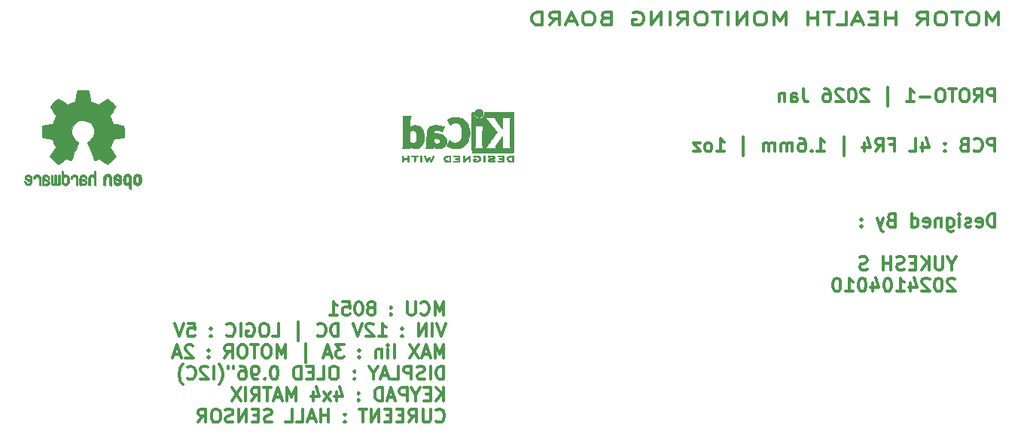
<source format=gbr>
%TF.GenerationSoftware,KiCad,Pcbnew,9.0.4*%
%TF.CreationDate,2026-01-15T21:37:35+03:30*%
%TF.ProjectId,Motor_Health_Monitoring_PCB,4d6f746f-725f-4486-9561-6c74685f4d6f,rev?*%
%TF.SameCoordinates,Original*%
%TF.FileFunction,Legend,Bot*%
%TF.FilePolarity,Positive*%
%FSLAX46Y46*%
G04 Gerber Fmt 4.6, Leading zero omitted, Abs format (unit mm)*
G04 Created by KiCad (PCBNEW 9.0.4) date 2026-01-15 21:37:35*
%MOMM*%
%LPD*%
G01*
G04 APERTURE LIST*
%ADD10C,0.300000*%
%ADD11C,0.010000*%
G04 APERTURE END LIST*
D10*
X201121489Y-101268080D02*
X201121489Y-99768080D01*
X201121489Y-99768080D02*
X200764346Y-99768080D01*
X200764346Y-99768080D02*
X200550060Y-99839509D01*
X200550060Y-99839509D02*
X200407203Y-99982366D01*
X200407203Y-99982366D02*
X200335774Y-100125223D01*
X200335774Y-100125223D02*
X200264346Y-100410937D01*
X200264346Y-100410937D02*
X200264346Y-100625223D01*
X200264346Y-100625223D02*
X200335774Y-100910937D01*
X200335774Y-100910937D02*
X200407203Y-101053794D01*
X200407203Y-101053794D02*
X200550060Y-101196652D01*
X200550060Y-101196652D02*
X200764346Y-101268080D01*
X200764346Y-101268080D02*
X201121489Y-101268080D01*
X199050060Y-101196652D02*
X199192917Y-101268080D01*
X199192917Y-101268080D02*
X199478632Y-101268080D01*
X199478632Y-101268080D02*
X199621489Y-101196652D01*
X199621489Y-101196652D02*
X199692917Y-101053794D01*
X199692917Y-101053794D02*
X199692917Y-100482366D01*
X199692917Y-100482366D02*
X199621489Y-100339509D01*
X199621489Y-100339509D02*
X199478632Y-100268080D01*
X199478632Y-100268080D02*
X199192917Y-100268080D01*
X199192917Y-100268080D02*
X199050060Y-100339509D01*
X199050060Y-100339509D02*
X198978632Y-100482366D01*
X198978632Y-100482366D02*
X198978632Y-100625223D01*
X198978632Y-100625223D02*
X199692917Y-100768080D01*
X198407203Y-101196652D02*
X198264346Y-101268080D01*
X198264346Y-101268080D02*
X197978632Y-101268080D01*
X197978632Y-101268080D02*
X197835775Y-101196652D01*
X197835775Y-101196652D02*
X197764346Y-101053794D01*
X197764346Y-101053794D02*
X197764346Y-100982366D01*
X197764346Y-100982366D02*
X197835775Y-100839509D01*
X197835775Y-100839509D02*
X197978632Y-100768080D01*
X197978632Y-100768080D02*
X198192918Y-100768080D01*
X198192918Y-100768080D02*
X198335775Y-100696652D01*
X198335775Y-100696652D02*
X198407203Y-100553794D01*
X198407203Y-100553794D02*
X198407203Y-100482366D01*
X198407203Y-100482366D02*
X198335775Y-100339509D01*
X198335775Y-100339509D02*
X198192918Y-100268080D01*
X198192918Y-100268080D02*
X197978632Y-100268080D01*
X197978632Y-100268080D02*
X197835775Y-100339509D01*
X197121489Y-101268080D02*
X197121489Y-100268080D01*
X197121489Y-99768080D02*
X197192917Y-99839509D01*
X197192917Y-99839509D02*
X197121489Y-99910937D01*
X197121489Y-99910937D02*
X197050060Y-99839509D01*
X197050060Y-99839509D02*
X197121489Y-99768080D01*
X197121489Y-99768080D02*
X197121489Y-99910937D01*
X195764346Y-100268080D02*
X195764346Y-101482366D01*
X195764346Y-101482366D02*
X195835774Y-101625223D01*
X195835774Y-101625223D02*
X195907203Y-101696652D01*
X195907203Y-101696652D02*
X196050060Y-101768080D01*
X196050060Y-101768080D02*
X196264346Y-101768080D01*
X196264346Y-101768080D02*
X196407203Y-101696652D01*
X195764346Y-101196652D02*
X195907203Y-101268080D01*
X195907203Y-101268080D02*
X196192917Y-101268080D01*
X196192917Y-101268080D02*
X196335774Y-101196652D01*
X196335774Y-101196652D02*
X196407203Y-101125223D01*
X196407203Y-101125223D02*
X196478631Y-100982366D01*
X196478631Y-100982366D02*
X196478631Y-100553794D01*
X196478631Y-100553794D02*
X196407203Y-100410937D01*
X196407203Y-100410937D02*
X196335774Y-100339509D01*
X196335774Y-100339509D02*
X196192917Y-100268080D01*
X196192917Y-100268080D02*
X195907203Y-100268080D01*
X195907203Y-100268080D02*
X195764346Y-100339509D01*
X195050060Y-100268080D02*
X195050060Y-101268080D01*
X195050060Y-100410937D02*
X194978631Y-100339509D01*
X194978631Y-100339509D02*
X194835774Y-100268080D01*
X194835774Y-100268080D02*
X194621488Y-100268080D01*
X194621488Y-100268080D02*
X194478631Y-100339509D01*
X194478631Y-100339509D02*
X194407203Y-100482366D01*
X194407203Y-100482366D02*
X194407203Y-101268080D01*
X193121488Y-101196652D02*
X193264345Y-101268080D01*
X193264345Y-101268080D02*
X193550060Y-101268080D01*
X193550060Y-101268080D02*
X193692917Y-101196652D01*
X193692917Y-101196652D02*
X193764345Y-101053794D01*
X193764345Y-101053794D02*
X193764345Y-100482366D01*
X193764345Y-100482366D02*
X193692917Y-100339509D01*
X193692917Y-100339509D02*
X193550060Y-100268080D01*
X193550060Y-100268080D02*
X193264345Y-100268080D01*
X193264345Y-100268080D02*
X193121488Y-100339509D01*
X193121488Y-100339509D02*
X193050060Y-100482366D01*
X193050060Y-100482366D02*
X193050060Y-100625223D01*
X193050060Y-100625223D02*
X193764345Y-100768080D01*
X191764346Y-101268080D02*
X191764346Y-99768080D01*
X191764346Y-101196652D02*
X191907203Y-101268080D01*
X191907203Y-101268080D02*
X192192917Y-101268080D01*
X192192917Y-101268080D02*
X192335774Y-101196652D01*
X192335774Y-101196652D02*
X192407203Y-101125223D01*
X192407203Y-101125223D02*
X192478631Y-100982366D01*
X192478631Y-100982366D02*
X192478631Y-100553794D01*
X192478631Y-100553794D02*
X192407203Y-100410937D01*
X192407203Y-100410937D02*
X192335774Y-100339509D01*
X192335774Y-100339509D02*
X192192917Y-100268080D01*
X192192917Y-100268080D02*
X191907203Y-100268080D01*
X191907203Y-100268080D02*
X191764346Y-100339509D01*
X189407203Y-100482366D02*
X189192917Y-100553794D01*
X189192917Y-100553794D02*
X189121488Y-100625223D01*
X189121488Y-100625223D02*
X189050060Y-100768080D01*
X189050060Y-100768080D02*
X189050060Y-100982366D01*
X189050060Y-100982366D02*
X189121488Y-101125223D01*
X189121488Y-101125223D02*
X189192917Y-101196652D01*
X189192917Y-101196652D02*
X189335774Y-101268080D01*
X189335774Y-101268080D02*
X189907203Y-101268080D01*
X189907203Y-101268080D02*
X189907203Y-99768080D01*
X189907203Y-99768080D02*
X189407203Y-99768080D01*
X189407203Y-99768080D02*
X189264346Y-99839509D01*
X189264346Y-99839509D02*
X189192917Y-99910937D01*
X189192917Y-99910937D02*
X189121488Y-100053794D01*
X189121488Y-100053794D02*
X189121488Y-100196652D01*
X189121488Y-100196652D02*
X189192917Y-100339509D01*
X189192917Y-100339509D02*
X189264346Y-100410937D01*
X189264346Y-100410937D02*
X189407203Y-100482366D01*
X189407203Y-100482366D02*
X189907203Y-100482366D01*
X188550060Y-100268080D02*
X188192917Y-101268080D01*
X187835774Y-100268080D02*
X188192917Y-101268080D01*
X188192917Y-101268080D02*
X188335774Y-101625223D01*
X188335774Y-101625223D02*
X188407203Y-101696652D01*
X188407203Y-101696652D02*
X188550060Y-101768080D01*
X186121489Y-101125223D02*
X186050060Y-101196652D01*
X186050060Y-101196652D02*
X186121489Y-101268080D01*
X186121489Y-101268080D02*
X186192917Y-101196652D01*
X186192917Y-101196652D02*
X186121489Y-101125223D01*
X186121489Y-101125223D02*
X186121489Y-101268080D01*
X186121489Y-100339509D02*
X186050060Y-100410937D01*
X186050060Y-100410937D02*
X186121489Y-100482366D01*
X186121489Y-100482366D02*
X186192917Y-100410937D01*
X186192917Y-100410937D02*
X186121489Y-100339509D01*
X186121489Y-100339509D02*
X186121489Y-100482366D01*
X196264346Y-105383626D02*
X196264346Y-106097912D01*
X196764346Y-104597912D02*
X196264346Y-105383626D01*
X196264346Y-105383626D02*
X195764346Y-104597912D01*
X195264347Y-104597912D02*
X195264347Y-105812198D01*
X195264347Y-105812198D02*
X195192918Y-105955055D01*
X195192918Y-105955055D02*
X195121490Y-106026484D01*
X195121490Y-106026484D02*
X194978632Y-106097912D01*
X194978632Y-106097912D02*
X194692918Y-106097912D01*
X194692918Y-106097912D02*
X194550061Y-106026484D01*
X194550061Y-106026484D02*
X194478632Y-105955055D01*
X194478632Y-105955055D02*
X194407204Y-105812198D01*
X194407204Y-105812198D02*
X194407204Y-104597912D01*
X193692918Y-106097912D02*
X193692918Y-104597912D01*
X192835775Y-106097912D02*
X193478632Y-105240769D01*
X192835775Y-104597912D02*
X193692918Y-105455055D01*
X192192918Y-105312198D02*
X191692918Y-105312198D01*
X191478632Y-106097912D02*
X192192918Y-106097912D01*
X192192918Y-106097912D02*
X192192918Y-104597912D01*
X192192918Y-104597912D02*
X191478632Y-104597912D01*
X190907203Y-106026484D02*
X190692918Y-106097912D01*
X190692918Y-106097912D02*
X190335775Y-106097912D01*
X190335775Y-106097912D02*
X190192918Y-106026484D01*
X190192918Y-106026484D02*
X190121489Y-105955055D01*
X190121489Y-105955055D02*
X190050060Y-105812198D01*
X190050060Y-105812198D02*
X190050060Y-105669341D01*
X190050060Y-105669341D02*
X190121489Y-105526484D01*
X190121489Y-105526484D02*
X190192918Y-105455055D01*
X190192918Y-105455055D02*
X190335775Y-105383626D01*
X190335775Y-105383626D02*
X190621489Y-105312198D01*
X190621489Y-105312198D02*
X190764346Y-105240769D01*
X190764346Y-105240769D02*
X190835775Y-105169341D01*
X190835775Y-105169341D02*
X190907203Y-105026484D01*
X190907203Y-105026484D02*
X190907203Y-104883626D01*
X190907203Y-104883626D02*
X190835775Y-104740769D01*
X190835775Y-104740769D02*
X190764346Y-104669341D01*
X190764346Y-104669341D02*
X190621489Y-104597912D01*
X190621489Y-104597912D02*
X190264346Y-104597912D01*
X190264346Y-104597912D02*
X190050060Y-104669341D01*
X189407204Y-106097912D02*
X189407204Y-104597912D01*
X189407204Y-105312198D02*
X188550061Y-105312198D01*
X188550061Y-106097912D02*
X188550061Y-104597912D01*
X186764346Y-106026484D02*
X186550061Y-106097912D01*
X186550061Y-106097912D02*
X186192918Y-106097912D01*
X186192918Y-106097912D02*
X186050061Y-106026484D01*
X186050061Y-106026484D02*
X185978632Y-105955055D01*
X185978632Y-105955055D02*
X185907203Y-105812198D01*
X185907203Y-105812198D02*
X185907203Y-105669341D01*
X185907203Y-105669341D02*
X185978632Y-105526484D01*
X185978632Y-105526484D02*
X186050061Y-105455055D01*
X186050061Y-105455055D02*
X186192918Y-105383626D01*
X186192918Y-105383626D02*
X186478632Y-105312198D01*
X186478632Y-105312198D02*
X186621489Y-105240769D01*
X186621489Y-105240769D02*
X186692918Y-105169341D01*
X186692918Y-105169341D02*
X186764346Y-105026484D01*
X186764346Y-105026484D02*
X186764346Y-104883626D01*
X186764346Y-104883626D02*
X186692918Y-104740769D01*
X186692918Y-104740769D02*
X186621489Y-104669341D01*
X186621489Y-104669341D02*
X186478632Y-104597912D01*
X186478632Y-104597912D02*
X186121489Y-104597912D01*
X186121489Y-104597912D02*
X185907203Y-104669341D01*
X196621489Y-107155685D02*
X196550061Y-107084257D01*
X196550061Y-107084257D02*
X196407204Y-107012828D01*
X196407204Y-107012828D02*
X196050061Y-107012828D01*
X196050061Y-107012828D02*
X195907204Y-107084257D01*
X195907204Y-107084257D02*
X195835775Y-107155685D01*
X195835775Y-107155685D02*
X195764346Y-107298542D01*
X195764346Y-107298542D02*
X195764346Y-107441400D01*
X195764346Y-107441400D02*
X195835775Y-107655685D01*
X195835775Y-107655685D02*
X196692918Y-108512828D01*
X196692918Y-108512828D02*
X195764346Y-108512828D01*
X194835775Y-107012828D02*
X194692918Y-107012828D01*
X194692918Y-107012828D02*
X194550061Y-107084257D01*
X194550061Y-107084257D02*
X194478633Y-107155685D01*
X194478633Y-107155685D02*
X194407204Y-107298542D01*
X194407204Y-107298542D02*
X194335775Y-107584257D01*
X194335775Y-107584257D02*
X194335775Y-107941400D01*
X194335775Y-107941400D02*
X194407204Y-108227114D01*
X194407204Y-108227114D02*
X194478633Y-108369971D01*
X194478633Y-108369971D02*
X194550061Y-108441400D01*
X194550061Y-108441400D02*
X194692918Y-108512828D01*
X194692918Y-108512828D02*
X194835775Y-108512828D01*
X194835775Y-108512828D02*
X194978633Y-108441400D01*
X194978633Y-108441400D02*
X195050061Y-108369971D01*
X195050061Y-108369971D02*
X195121490Y-108227114D01*
X195121490Y-108227114D02*
X195192918Y-107941400D01*
X195192918Y-107941400D02*
X195192918Y-107584257D01*
X195192918Y-107584257D02*
X195121490Y-107298542D01*
X195121490Y-107298542D02*
X195050061Y-107155685D01*
X195050061Y-107155685D02*
X194978633Y-107084257D01*
X194978633Y-107084257D02*
X194835775Y-107012828D01*
X193764347Y-107155685D02*
X193692919Y-107084257D01*
X193692919Y-107084257D02*
X193550062Y-107012828D01*
X193550062Y-107012828D02*
X193192919Y-107012828D01*
X193192919Y-107012828D02*
X193050062Y-107084257D01*
X193050062Y-107084257D02*
X192978633Y-107155685D01*
X192978633Y-107155685D02*
X192907204Y-107298542D01*
X192907204Y-107298542D02*
X192907204Y-107441400D01*
X192907204Y-107441400D02*
X192978633Y-107655685D01*
X192978633Y-107655685D02*
X193835776Y-108512828D01*
X193835776Y-108512828D02*
X192907204Y-108512828D01*
X191621491Y-107512828D02*
X191621491Y-108512828D01*
X191978633Y-106941400D02*
X192335776Y-108012828D01*
X192335776Y-108012828D02*
X191407205Y-108012828D01*
X190050062Y-108512828D02*
X190907205Y-108512828D01*
X190478634Y-108512828D02*
X190478634Y-107012828D01*
X190478634Y-107012828D02*
X190621491Y-107227114D01*
X190621491Y-107227114D02*
X190764348Y-107369971D01*
X190764348Y-107369971D02*
X190907205Y-107441400D01*
X189121491Y-107012828D02*
X188978634Y-107012828D01*
X188978634Y-107012828D02*
X188835777Y-107084257D01*
X188835777Y-107084257D02*
X188764349Y-107155685D01*
X188764349Y-107155685D02*
X188692920Y-107298542D01*
X188692920Y-107298542D02*
X188621491Y-107584257D01*
X188621491Y-107584257D02*
X188621491Y-107941400D01*
X188621491Y-107941400D02*
X188692920Y-108227114D01*
X188692920Y-108227114D02*
X188764349Y-108369971D01*
X188764349Y-108369971D02*
X188835777Y-108441400D01*
X188835777Y-108441400D02*
X188978634Y-108512828D01*
X188978634Y-108512828D02*
X189121491Y-108512828D01*
X189121491Y-108512828D02*
X189264349Y-108441400D01*
X189264349Y-108441400D02*
X189335777Y-108369971D01*
X189335777Y-108369971D02*
X189407206Y-108227114D01*
X189407206Y-108227114D02*
X189478634Y-107941400D01*
X189478634Y-107941400D02*
X189478634Y-107584257D01*
X189478634Y-107584257D02*
X189407206Y-107298542D01*
X189407206Y-107298542D02*
X189335777Y-107155685D01*
X189335777Y-107155685D02*
X189264349Y-107084257D01*
X189264349Y-107084257D02*
X189121491Y-107012828D01*
X187335778Y-107512828D02*
X187335778Y-108512828D01*
X187692920Y-106941400D02*
X188050063Y-108012828D01*
X188050063Y-108012828D02*
X187121492Y-108012828D01*
X186264349Y-107012828D02*
X186121492Y-107012828D01*
X186121492Y-107012828D02*
X185978635Y-107084257D01*
X185978635Y-107084257D02*
X185907207Y-107155685D01*
X185907207Y-107155685D02*
X185835778Y-107298542D01*
X185835778Y-107298542D02*
X185764349Y-107584257D01*
X185764349Y-107584257D02*
X185764349Y-107941400D01*
X185764349Y-107941400D02*
X185835778Y-108227114D01*
X185835778Y-108227114D02*
X185907207Y-108369971D01*
X185907207Y-108369971D02*
X185978635Y-108441400D01*
X185978635Y-108441400D02*
X186121492Y-108512828D01*
X186121492Y-108512828D02*
X186264349Y-108512828D01*
X186264349Y-108512828D02*
X186407207Y-108441400D01*
X186407207Y-108441400D02*
X186478635Y-108369971D01*
X186478635Y-108369971D02*
X186550064Y-108227114D01*
X186550064Y-108227114D02*
X186621492Y-107941400D01*
X186621492Y-107941400D02*
X186621492Y-107584257D01*
X186621492Y-107584257D02*
X186550064Y-107298542D01*
X186550064Y-107298542D02*
X186478635Y-107155685D01*
X186478635Y-107155685D02*
X186407207Y-107084257D01*
X186407207Y-107084257D02*
X186264349Y-107012828D01*
X184335778Y-108512828D02*
X185192921Y-108512828D01*
X184764350Y-108512828D02*
X184764350Y-107012828D01*
X184764350Y-107012828D02*
X184907207Y-107227114D01*
X184907207Y-107227114D02*
X185050064Y-107369971D01*
X185050064Y-107369971D02*
X185192921Y-107441400D01*
X183407207Y-107012828D02*
X183264350Y-107012828D01*
X183264350Y-107012828D02*
X183121493Y-107084257D01*
X183121493Y-107084257D02*
X183050065Y-107155685D01*
X183050065Y-107155685D02*
X182978636Y-107298542D01*
X182978636Y-107298542D02*
X182907207Y-107584257D01*
X182907207Y-107584257D02*
X182907207Y-107941400D01*
X182907207Y-107941400D02*
X182978636Y-108227114D01*
X182978636Y-108227114D02*
X183050065Y-108369971D01*
X183050065Y-108369971D02*
X183121493Y-108441400D01*
X183121493Y-108441400D02*
X183264350Y-108512828D01*
X183264350Y-108512828D02*
X183407207Y-108512828D01*
X183407207Y-108512828D02*
X183550065Y-108441400D01*
X183550065Y-108441400D02*
X183621493Y-108369971D01*
X183621493Y-108369971D02*
X183692922Y-108227114D01*
X183692922Y-108227114D02*
X183764350Y-107941400D01*
X183764350Y-107941400D02*
X183764350Y-107584257D01*
X183764350Y-107584257D02*
X183692922Y-107298542D01*
X183692922Y-107298542D02*
X183621493Y-107155685D01*
X183621493Y-107155685D02*
X183550065Y-107084257D01*
X183550065Y-107084257D02*
X183407207Y-107012828D01*
X201121489Y-92764828D02*
X201121489Y-91264828D01*
X201121489Y-91264828D02*
X200550060Y-91264828D01*
X200550060Y-91264828D02*
X200407203Y-91336257D01*
X200407203Y-91336257D02*
X200335774Y-91407685D01*
X200335774Y-91407685D02*
X200264346Y-91550542D01*
X200264346Y-91550542D02*
X200264346Y-91764828D01*
X200264346Y-91764828D02*
X200335774Y-91907685D01*
X200335774Y-91907685D02*
X200407203Y-91979114D01*
X200407203Y-91979114D02*
X200550060Y-92050542D01*
X200550060Y-92050542D02*
X201121489Y-92050542D01*
X198764346Y-92621971D02*
X198835774Y-92693400D01*
X198835774Y-92693400D02*
X199050060Y-92764828D01*
X199050060Y-92764828D02*
X199192917Y-92764828D01*
X199192917Y-92764828D02*
X199407203Y-92693400D01*
X199407203Y-92693400D02*
X199550060Y-92550542D01*
X199550060Y-92550542D02*
X199621489Y-92407685D01*
X199621489Y-92407685D02*
X199692917Y-92121971D01*
X199692917Y-92121971D02*
X199692917Y-91907685D01*
X199692917Y-91907685D02*
X199621489Y-91621971D01*
X199621489Y-91621971D02*
X199550060Y-91479114D01*
X199550060Y-91479114D02*
X199407203Y-91336257D01*
X199407203Y-91336257D02*
X199192917Y-91264828D01*
X199192917Y-91264828D02*
X199050060Y-91264828D01*
X199050060Y-91264828D02*
X198835774Y-91336257D01*
X198835774Y-91336257D02*
X198764346Y-91407685D01*
X197621489Y-91979114D02*
X197407203Y-92050542D01*
X197407203Y-92050542D02*
X197335774Y-92121971D01*
X197335774Y-92121971D02*
X197264346Y-92264828D01*
X197264346Y-92264828D02*
X197264346Y-92479114D01*
X197264346Y-92479114D02*
X197335774Y-92621971D01*
X197335774Y-92621971D02*
X197407203Y-92693400D01*
X197407203Y-92693400D02*
X197550060Y-92764828D01*
X197550060Y-92764828D02*
X198121489Y-92764828D01*
X198121489Y-92764828D02*
X198121489Y-91264828D01*
X198121489Y-91264828D02*
X197621489Y-91264828D01*
X197621489Y-91264828D02*
X197478632Y-91336257D01*
X197478632Y-91336257D02*
X197407203Y-91407685D01*
X197407203Y-91407685D02*
X197335774Y-91550542D01*
X197335774Y-91550542D02*
X197335774Y-91693400D01*
X197335774Y-91693400D02*
X197407203Y-91836257D01*
X197407203Y-91836257D02*
X197478632Y-91907685D01*
X197478632Y-91907685D02*
X197621489Y-91979114D01*
X197621489Y-91979114D02*
X198121489Y-91979114D01*
X195478632Y-92621971D02*
X195407203Y-92693400D01*
X195407203Y-92693400D02*
X195478632Y-92764828D01*
X195478632Y-92764828D02*
X195550060Y-92693400D01*
X195550060Y-92693400D02*
X195478632Y-92621971D01*
X195478632Y-92621971D02*
X195478632Y-92764828D01*
X195478632Y-91836257D02*
X195407203Y-91907685D01*
X195407203Y-91907685D02*
X195478632Y-91979114D01*
X195478632Y-91979114D02*
X195550060Y-91907685D01*
X195550060Y-91907685D02*
X195478632Y-91836257D01*
X195478632Y-91836257D02*
X195478632Y-91979114D01*
X192978632Y-91764828D02*
X192978632Y-92764828D01*
X193335774Y-91193400D02*
X193692917Y-92264828D01*
X193692917Y-92264828D02*
X192764346Y-92264828D01*
X191478632Y-92764828D02*
X192192918Y-92764828D01*
X192192918Y-92764828D02*
X192192918Y-91264828D01*
X189335775Y-91979114D02*
X189835775Y-91979114D01*
X189835775Y-92764828D02*
X189835775Y-91264828D01*
X189835775Y-91264828D02*
X189121489Y-91264828D01*
X187692918Y-92764828D02*
X188192918Y-92050542D01*
X188550061Y-92764828D02*
X188550061Y-91264828D01*
X188550061Y-91264828D02*
X187978632Y-91264828D01*
X187978632Y-91264828D02*
X187835775Y-91336257D01*
X187835775Y-91336257D02*
X187764346Y-91407685D01*
X187764346Y-91407685D02*
X187692918Y-91550542D01*
X187692918Y-91550542D02*
X187692918Y-91764828D01*
X187692918Y-91764828D02*
X187764346Y-91907685D01*
X187764346Y-91907685D02*
X187835775Y-91979114D01*
X187835775Y-91979114D02*
X187978632Y-92050542D01*
X187978632Y-92050542D02*
X188550061Y-92050542D01*
X186407204Y-91764828D02*
X186407204Y-92764828D01*
X186764346Y-91193400D02*
X187121489Y-92264828D01*
X187121489Y-92264828D02*
X186192918Y-92264828D01*
X184121490Y-93264828D02*
X184121490Y-91121971D01*
X181121490Y-92764828D02*
X181978633Y-92764828D01*
X181550062Y-92764828D02*
X181550062Y-91264828D01*
X181550062Y-91264828D02*
X181692919Y-91479114D01*
X181692919Y-91479114D02*
X181835776Y-91621971D01*
X181835776Y-91621971D02*
X181978633Y-91693400D01*
X180478634Y-92621971D02*
X180407205Y-92693400D01*
X180407205Y-92693400D02*
X180478634Y-92764828D01*
X180478634Y-92764828D02*
X180550062Y-92693400D01*
X180550062Y-92693400D02*
X180478634Y-92621971D01*
X180478634Y-92621971D02*
X180478634Y-92764828D01*
X179121491Y-91264828D02*
X179407205Y-91264828D01*
X179407205Y-91264828D02*
X179550062Y-91336257D01*
X179550062Y-91336257D02*
X179621491Y-91407685D01*
X179621491Y-91407685D02*
X179764348Y-91621971D01*
X179764348Y-91621971D02*
X179835776Y-91907685D01*
X179835776Y-91907685D02*
X179835776Y-92479114D01*
X179835776Y-92479114D02*
X179764348Y-92621971D01*
X179764348Y-92621971D02*
X179692919Y-92693400D01*
X179692919Y-92693400D02*
X179550062Y-92764828D01*
X179550062Y-92764828D02*
X179264348Y-92764828D01*
X179264348Y-92764828D02*
X179121491Y-92693400D01*
X179121491Y-92693400D02*
X179050062Y-92621971D01*
X179050062Y-92621971D02*
X178978633Y-92479114D01*
X178978633Y-92479114D02*
X178978633Y-92121971D01*
X178978633Y-92121971D02*
X179050062Y-91979114D01*
X179050062Y-91979114D02*
X179121491Y-91907685D01*
X179121491Y-91907685D02*
X179264348Y-91836257D01*
X179264348Y-91836257D02*
X179550062Y-91836257D01*
X179550062Y-91836257D02*
X179692919Y-91907685D01*
X179692919Y-91907685D02*
X179764348Y-91979114D01*
X179764348Y-91979114D02*
X179835776Y-92121971D01*
X178335777Y-92764828D02*
X178335777Y-91764828D01*
X178335777Y-91907685D02*
X178264348Y-91836257D01*
X178264348Y-91836257D02*
X178121491Y-91764828D01*
X178121491Y-91764828D02*
X177907205Y-91764828D01*
X177907205Y-91764828D02*
X177764348Y-91836257D01*
X177764348Y-91836257D02*
X177692920Y-91979114D01*
X177692920Y-91979114D02*
X177692920Y-92764828D01*
X177692920Y-91979114D02*
X177621491Y-91836257D01*
X177621491Y-91836257D02*
X177478634Y-91764828D01*
X177478634Y-91764828D02*
X177264348Y-91764828D01*
X177264348Y-91764828D02*
X177121491Y-91836257D01*
X177121491Y-91836257D02*
X177050062Y-91979114D01*
X177050062Y-91979114D02*
X177050062Y-92764828D01*
X176335777Y-92764828D02*
X176335777Y-91764828D01*
X176335777Y-91907685D02*
X176264348Y-91836257D01*
X176264348Y-91836257D02*
X176121491Y-91764828D01*
X176121491Y-91764828D02*
X175907205Y-91764828D01*
X175907205Y-91764828D02*
X175764348Y-91836257D01*
X175764348Y-91836257D02*
X175692920Y-91979114D01*
X175692920Y-91979114D02*
X175692920Y-92764828D01*
X175692920Y-91979114D02*
X175621491Y-91836257D01*
X175621491Y-91836257D02*
X175478634Y-91764828D01*
X175478634Y-91764828D02*
X175264348Y-91764828D01*
X175264348Y-91764828D02*
X175121491Y-91836257D01*
X175121491Y-91836257D02*
X175050062Y-91979114D01*
X175050062Y-91979114D02*
X175050062Y-92764828D01*
X172835777Y-93264828D02*
X172835777Y-91121971D01*
X169835777Y-92764828D02*
X170692920Y-92764828D01*
X170264349Y-92764828D02*
X170264349Y-91264828D01*
X170264349Y-91264828D02*
X170407206Y-91479114D01*
X170407206Y-91479114D02*
X170550063Y-91621971D01*
X170550063Y-91621971D02*
X170692920Y-91693400D01*
X168978635Y-92764828D02*
X169121492Y-92693400D01*
X169121492Y-92693400D02*
X169192921Y-92621971D01*
X169192921Y-92621971D02*
X169264349Y-92479114D01*
X169264349Y-92479114D02*
X169264349Y-92050542D01*
X169264349Y-92050542D02*
X169192921Y-91907685D01*
X169192921Y-91907685D02*
X169121492Y-91836257D01*
X169121492Y-91836257D02*
X168978635Y-91764828D01*
X168978635Y-91764828D02*
X168764349Y-91764828D01*
X168764349Y-91764828D02*
X168621492Y-91836257D01*
X168621492Y-91836257D02*
X168550064Y-91907685D01*
X168550064Y-91907685D02*
X168478635Y-92050542D01*
X168478635Y-92050542D02*
X168478635Y-92479114D01*
X168478635Y-92479114D02*
X168550064Y-92621971D01*
X168550064Y-92621971D02*
X168621492Y-92693400D01*
X168621492Y-92693400D02*
X168764349Y-92764828D01*
X168764349Y-92764828D02*
X168978635Y-92764828D01*
X167978635Y-91764828D02*
X167192921Y-91764828D01*
X167192921Y-91764828D02*
X167978635Y-92764828D01*
X167978635Y-92764828D02*
X167192921Y-92764828D01*
X139145489Y-111170248D02*
X139145489Y-109670248D01*
X139145489Y-109670248D02*
X138645489Y-110741677D01*
X138645489Y-110741677D02*
X138145489Y-109670248D01*
X138145489Y-109670248D02*
X138145489Y-111170248D01*
X136574060Y-111027391D02*
X136645488Y-111098820D01*
X136645488Y-111098820D02*
X136859774Y-111170248D01*
X136859774Y-111170248D02*
X137002631Y-111170248D01*
X137002631Y-111170248D02*
X137216917Y-111098820D01*
X137216917Y-111098820D02*
X137359774Y-110955962D01*
X137359774Y-110955962D02*
X137431203Y-110813105D01*
X137431203Y-110813105D02*
X137502631Y-110527391D01*
X137502631Y-110527391D02*
X137502631Y-110313105D01*
X137502631Y-110313105D02*
X137431203Y-110027391D01*
X137431203Y-110027391D02*
X137359774Y-109884534D01*
X137359774Y-109884534D02*
X137216917Y-109741677D01*
X137216917Y-109741677D02*
X137002631Y-109670248D01*
X137002631Y-109670248D02*
X136859774Y-109670248D01*
X136859774Y-109670248D02*
X136645488Y-109741677D01*
X136645488Y-109741677D02*
X136574060Y-109813105D01*
X135931203Y-109670248D02*
X135931203Y-110884534D01*
X135931203Y-110884534D02*
X135859774Y-111027391D01*
X135859774Y-111027391D02*
X135788346Y-111098820D01*
X135788346Y-111098820D02*
X135645488Y-111170248D01*
X135645488Y-111170248D02*
X135359774Y-111170248D01*
X135359774Y-111170248D02*
X135216917Y-111098820D01*
X135216917Y-111098820D02*
X135145488Y-111027391D01*
X135145488Y-111027391D02*
X135074060Y-110884534D01*
X135074060Y-110884534D02*
X135074060Y-109670248D01*
X133216917Y-111027391D02*
X133145488Y-111098820D01*
X133145488Y-111098820D02*
X133216917Y-111170248D01*
X133216917Y-111170248D02*
X133288345Y-111098820D01*
X133288345Y-111098820D02*
X133216917Y-111027391D01*
X133216917Y-111027391D02*
X133216917Y-111170248D01*
X133216917Y-110241677D02*
X133145488Y-110313105D01*
X133145488Y-110313105D02*
X133216917Y-110384534D01*
X133216917Y-110384534D02*
X133288345Y-110313105D01*
X133288345Y-110313105D02*
X133216917Y-110241677D01*
X133216917Y-110241677D02*
X133216917Y-110384534D01*
X131145488Y-110313105D02*
X131288345Y-110241677D01*
X131288345Y-110241677D02*
X131359774Y-110170248D01*
X131359774Y-110170248D02*
X131431202Y-110027391D01*
X131431202Y-110027391D02*
X131431202Y-109955962D01*
X131431202Y-109955962D02*
X131359774Y-109813105D01*
X131359774Y-109813105D02*
X131288345Y-109741677D01*
X131288345Y-109741677D02*
X131145488Y-109670248D01*
X131145488Y-109670248D02*
X130859774Y-109670248D01*
X130859774Y-109670248D02*
X130716917Y-109741677D01*
X130716917Y-109741677D02*
X130645488Y-109813105D01*
X130645488Y-109813105D02*
X130574059Y-109955962D01*
X130574059Y-109955962D02*
X130574059Y-110027391D01*
X130574059Y-110027391D02*
X130645488Y-110170248D01*
X130645488Y-110170248D02*
X130716917Y-110241677D01*
X130716917Y-110241677D02*
X130859774Y-110313105D01*
X130859774Y-110313105D02*
X131145488Y-110313105D01*
X131145488Y-110313105D02*
X131288345Y-110384534D01*
X131288345Y-110384534D02*
X131359774Y-110455962D01*
X131359774Y-110455962D02*
X131431202Y-110598820D01*
X131431202Y-110598820D02*
X131431202Y-110884534D01*
X131431202Y-110884534D02*
X131359774Y-111027391D01*
X131359774Y-111027391D02*
X131288345Y-111098820D01*
X131288345Y-111098820D02*
X131145488Y-111170248D01*
X131145488Y-111170248D02*
X130859774Y-111170248D01*
X130859774Y-111170248D02*
X130716917Y-111098820D01*
X130716917Y-111098820D02*
X130645488Y-111027391D01*
X130645488Y-111027391D02*
X130574059Y-110884534D01*
X130574059Y-110884534D02*
X130574059Y-110598820D01*
X130574059Y-110598820D02*
X130645488Y-110455962D01*
X130645488Y-110455962D02*
X130716917Y-110384534D01*
X130716917Y-110384534D02*
X130859774Y-110313105D01*
X129645488Y-109670248D02*
X129502631Y-109670248D01*
X129502631Y-109670248D02*
X129359774Y-109741677D01*
X129359774Y-109741677D02*
X129288346Y-109813105D01*
X129288346Y-109813105D02*
X129216917Y-109955962D01*
X129216917Y-109955962D02*
X129145488Y-110241677D01*
X129145488Y-110241677D02*
X129145488Y-110598820D01*
X129145488Y-110598820D02*
X129216917Y-110884534D01*
X129216917Y-110884534D02*
X129288346Y-111027391D01*
X129288346Y-111027391D02*
X129359774Y-111098820D01*
X129359774Y-111098820D02*
X129502631Y-111170248D01*
X129502631Y-111170248D02*
X129645488Y-111170248D01*
X129645488Y-111170248D02*
X129788346Y-111098820D01*
X129788346Y-111098820D02*
X129859774Y-111027391D01*
X129859774Y-111027391D02*
X129931203Y-110884534D01*
X129931203Y-110884534D02*
X130002631Y-110598820D01*
X130002631Y-110598820D02*
X130002631Y-110241677D01*
X130002631Y-110241677D02*
X129931203Y-109955962D01*
X129931203Y-109955962D02*
X129859774Y-109813105D01*
X129859774Y-109813105D02*
X129788346Y-109741677D01*
X129788346Y-109741677D02*
X129645488Y-109670248D01*
X127788346Y-109670248D02*
X128502632Y-109670248D01*
X128502632Y-109670248D02*
X128574060Y-110384534D01*
X128574060Y-110384534D02*
X128502632Y-110313105D01*
X128502632Y-110313105D02*
X128359775Y-110241677D01*
X128359775Y-110241677D02*
X128002632Y-110241677D01*
X128002632Y-110241677D02*
X127859775Y-110313105D01*
X127859775Y-110313105D02*
X127788346Y-110384534D01*
X127788346Y-110384534D02*
X127716917Y-110527391D01*
X127716917Y-110527391D02*
X127716917Y-110884534D01*
X127716917Y-110884534D02*
X127788346Y-111027391D01*
X127788346Y-111027391D02*
X127859775Y-111098820D01*
X127859775Y-111098820D02*
X128002632Y-111170248D01*
X128002632Y-111170248D02*
X128359775Y-111170248D01*
X128359775Y-111170248D02*
X128502632Y-111098820D01*
X128502632Y-111098820D02*
X128574060Y-111027391D01*
X126288346Y-111170248D02*
X127145489Y-111170248D01*
X126716918Y-111170248D02*
X126716918Y-109670248D01*
X126716918Y-109670248D02*
X126859775Y-109884534D01*
X126859775Y-109884534D02*
X127002632Y-110027391D01*
X127002632Y-110027391D02*
X127145489Y-110098820D01*
X139359774Y-112085164D02*
X138859774Y-113585164D01*
X138859774Y-113585164D02*
X138359774Y-112085164D01*
X137859775Y-113585164D02*
X137859775Y-112085164D01*
X137145489Y-113585164D02*
X137145489Y-112085164D01*
X137145489Y-112085164D02*
X136288346Y-113585164D01*
X136288346Y-113585164D02*
X136288346Y-112085164D01*
X134431203Y-113442307D02*
X134359774Y-113513736D01*
X134359774Y-113513736D02*
X134431203Y-113585164D01*
X134431203Y-113585164D02*
X134502631Y-113513736D01*
X134502631Y-113513736D02*
X134431203Y-113442307D01*
X134431203Y-113442307D02*
X134431203Y-113585164D01*
X134431203Y-112656593D02*
X134359774Y-112728021D01*
X134359774Y-112728021D02*
X134431203Y-112799450D01*
X134431203Y-112799450D02*
X134502631Y-112728021D01*
X134502631Y-112728021D02*
X134431203Y-112656593D01*
X134431203Y-112656593D02*
X134431203Y-112799450D01*
X131788345Y-113585164D02*
X132645488Y-113585164D01*
X132216917Y-113585164D02*
X132216917Y-112085164D01*
X132216917Y-112085164D02*
X132359774Y-112299450D01*
X132359774Y-112299450D02*
X132502631Y-112442307D01*
X132502631Y-112442307D02*
X132645488Y-112513736D01*
X131216917Y-112228021D02*
X131145489Y-112156593D01*
X131145489Y-112156593D02*
X131002632Y-112085164D01*
X131002632Y-112085164D02*
X130645489Y-112085164D01*
X130645489Y-112085164D02*
X130502632Y-112156593D01*
X130502632Y-112156593D02*
X130431203Y-112228021D01*
X130431203Y-112228021D02*
X130359774Y-112370878D01*
X130359774Y-112370878D02*
X130359774Y-112513736D01*
X130359774Y-112513736D02*
X130431203Y-112728021D01*
X130431203Y-112728021D02*
X131288346Y-113585164D01*
X131288346Y-113585164D02*
X130359774Y-113585164D01*
X129931203Y-112085164D02*
X129431203Y-113585164D01*
X129431203Y-113585164D02*
X128931203Y-112085164D01*
X127288347Y-113585164D02*
X127288347Y-112085164D01*
X127288347Y-112085164D02*
X126931204Y-112085164D01*
X126931204Y-112085164D02*
X126716918Y-112156593D01*
X126716918Y-112156593D02*
X126574061Y-112299450D01*
X126574061Y-112299450D02*
X126502632Y-112442307D01*
X126502632Y-112442307D02*
X126431204Y-112728021D01*
X126431204Y-112728021D02*
X126431204Y-112942307D01*
X126431204Y-112942307D02*
X126502632Y-113228021D01*
X126502632Y-113228021D02*
X126574061Y-113370878D01*
X126574061Y-113370878D02*
X126716918Y-113513736D01*
X126716918Y-113513736D02*
X126931204Y-113585164D01*
X126931204Y-113585164D02*
X127288347Y-113585164D01*
X124931204Y-113442307D02*
X125002632Y-113513736D01*
X125002632Y-113513736D02*
X125216918Y-113585164D01*
X125216918Y-113585164D02*
X125359775Y-113585164D01*
X125359775Y-113585164D02*
X125574061Y-113513736D01*
X125574061Y-113513736D02*
X125716918Y-113370878D01*
X125716918Y-113370878D02*
X125788347Y-113228021D01*
X125788347Y-113228021D02*
X125859775Y-112942307D01*
X125859775Y-112942307D02*
X125859775Y-112728021D01*
X125859775Y-112728021D02*
X125788347Y-112442307D01*
X125788347Y-112442307D02*
X125716918Y-112299450D01*
X125716918Y-112299450D02*
X125574061Y-112156593D01*
X125574061Y-112156593D02*
X125359775Y-112085164D01*
X125359775Y-112085164D02*
X125216918Y-112085164D01*
X125216918Y-112085164D02*
X125002632Y-112156593D01*
X125002632Y-112156593D02*
X124931204Y-112228021D01*
X122788347Y-114085164D02*
X122788347Y-111942307D01*
X119859776Y-113585164D02*
X120574062Y-113585164D01*
X120574062Y-113585164D02*
X120574062Y-112085164D01*
X119074061Y-112085164D02*
X118788347Y-112085164D01*
X118788347Y-112085164D02*
X118645490Y-112156593D01*
X118645490Y-112156593D02*
X118502633Y-112299450D01*
X118502633Y-112299450D02*
X118431204Y-112585164D01*
X118431204Y-112585164D02*
X118431204Y-113085164D01*
X118431204Y-113085164D02*
X118502633Y-113370878D01*
X118502633Y-113370878D02*
X118645490Y-113513736D01*
X118645490Y-113513736D02*
X118788347Y-113585164D01*
X118788347Y-113585164D02*
X119074061Y-113585164D01*
X119074061Y-113585164D02*
X119216919Y-113513736D01*
X119216919Y-113513736D02*
X119359776Y-113370878D01*
X119359776Y-113370878D02*
X119431204Y-113085164D01*
X119431204Y-113085164D02*
X119431204Y-112585164D01*
X119431204Y-112585164D02*
X119359776Y-112299450D01*
X119359776Y-112299450D02*
X119216919Y-112156593D01*
X119216919Y-112156593D02*
X119074061Y-112085164D01*
X117002632Y-112156593D02*
X117145490Y-112085164D01*
X117145490Y-112085164D02*
X117359775Y-112085164D01*
X117359775Y-112085164D02*
X117574061Y-112156593D01*
X117574061Y-112156593D02*
X117716918Y-112299450D01*
X117716918Y-112299450D02*
X117788347Y-112442307D01*
X117788347Y-112442307D02*
X117859775Y-112728021D01*
X117859775Y-112728021D02*
X117859775Y-112942307D01*
X117859775Y-112942307D02*
X117788347Y-113228021D01*
X117788347Y-113228021D02*
X117716918Y-113370878D01*
X117716918Y-113370878D02*
X117574061Y-113513736D01*
X117574061Y-113513736D02*
X117359775Y-113585164D01*
X117359775Y-113585164D02*
X117216918Y-113585164D01*
X117216918Y-113585164D02*
X117002632Y-113513736D01*
X117002632Y-113513736D02*
X116931204Y-113442307D01*
X116931204Y-113442307D02*
X116931204Y-112942307D01*
X116931204Y-112942307D02*
X117216918Y-112942307D01*
X116288347Y-113585164D02*
X116288347Y-112085164D01*
X114716918Y-113442307D02*
X114788346Y-113513736D01*
X114788346Y-113513736D02*
X115002632Y-113585164D01*
X115002632Y-113585164D02*
X115145489Y-113585164D01*
X115145489Y-113585164D02*
X115359775Y-113513736D01*
X115359775Y-113513736D02*
X115502632Y-113370878D01*
X115502632Y-113370878D02*
X115574061Y-113228021D01*
X115574061Y-113228021D02*
X115645489Y-112942307D01*
X115645489Y-112942307D02*
X115645489Y-112728021D01*
X115645489Y-112728021D02*
X115574061Y-112442307D01*
X115574061Y-112442307D02*
X115502632Y-112299450D01*
X115502632Y-112299450D02*
X115359775Y-112156593D01*
X115359775Y-112156593D02*
X115145489Y-112085164D01*
X115145489Y-112085164D02*
X115002632Y-112085164D01*
X115002632Y-112085164D02*
X114788346Y-112156593D01*
X114788346Y-112156593D02*
X114716918Y-112228021D01*
X112931204Y-113442307D02*
X112859775Y-113513736D01*
X112859775Y-113513736D02*
X112931204Y-113585164D01*
X112931204Y-113585164D02*
X113002632Y-113513736D01*
X113002632Y-113513736D02*
X112931204Y-113442307D01*
X112931204Y-113442307D02*
X112931204Y-113585164D01*
X112931204Y-112656593D02*
X112859775Y-112728021D01*
X112859775Y-112728021D02*
X112931204Y-112799450D01*
X112931204Y-112799450D02*
X113002632Y-112728021D01*
X113002632Y-112728021D02*
X112931204Y-112656593D01*
X112931204Y-112656593D02*
X112931204Y-112799450D01*
X110359775Y-112085164D02*
X111074061Y-112085164D01*
X111074061Y-112085164D02*
X111145489Y-112799450D01*
X111145489Y-112799450D02*
X111074061Y-112728021D01*
X111074061Y-112728021D02*
X110931204Y-112656593D01*
X110931204Y-112656593D02*
X110574061Y-112656593D01*
X110574061Y-112656593D02*
X110431204Y-112728021D01*
X110431204Y-112728021D02*
X110359775Y-112799450D01*
X110359775Y-112799450D02*
X110288346Y-112942307D01*
X110288346Y-112942307D02*
X110288346Y-113299450D01*
X110288346Y-113299450D02*
X110359775Y-113442307D01*
X110359775Y-113442307D02*
X110431204Y-113513736D01*
X110431204Y-113513736D02*
X110574061Y-113585164D01*
X110574061Y-113585164D02*
X110931204Y-113585164D01*
X110931204Y-113585164D02*
X111074061Y-113513736D01*
X111074061Y-113513736D02*
X111145489Y-113442307D01*
X109859775Y-112085164D02*
X109359775Y-113585164D01*
X109359775Y-113585164D02*
X108859775Y-112085164D01*
X139145489Y-116000080D02*
X139145489Y-114500080D01*
X139145489Y-114500080D02*
X138645489Y-115571509D01*
X138645489Y-115571509D02*
X138145489Y-114500080D01*
X138145489Y-114500080D02*
X138145489Y-116000080D01*
X137502631Y-115571509D02*
X136788346Y-115571509D01*
X137645488Y-116000080D02*
X137145488Y-114500080D01*
X137145488Y-114500080D02*
X136645488Y-116000080D01*
X136288346Y-114500080D02*
X135288346Y-116000080D01*
X135288346Y-114500080D02*
X136288346Y-116000080D01*
X133574061Y-116000080D02*
X133574061Y-114500080D01*
X132859775Y-116000080D02*
X132859775Y-115000080D01*
X132859775Y-114500080D02*
X132931203Y-114571509D01*
X132931203Y-114571509D02*
X132859775Y-114642937D01*
X132859775Y-114642937D02*
X132788346Y-114571509D01*
X132788346Y-114571509D02*
X132859775Y-114500080D01*
X132859775Y-114500080D02*
X132859775Y-114642937D01*
X132145489Y-115000080D02*
X132145489Y-116000080D01*
X132145489Y-115142937D02*
X132074060Y-115071509D01*
X132074060Y-115071509D02*
X131931203Y-115000080D01*
X131931203Y-115000080D02*
X131716917Y-115000080D01*
X131716917Y-115000080D02*
X131574060Y-115071509D01*
X131574060Y-115071509D02*
X131502632Y-115214366D01*
X131502632Y-115214366D02*
X131502632Y-116000080D01*
X129645489Y-115857223D02*
X129574060Y-115928652D01*
X129574060Y-115928652D02*
X129645489Y-116000080D01*
X129645489Y-116000080D02*
X129716917Y-115928652D01*
X129716917Y-115928652D02*
X129645489Y-115857223D01*
X129645489Y-115857223D02*
X129645489Y-116000080D01*
X129645489Y-115071509D02*
X129574060Y-115142937D01*
X129574060Y-115142937D02*
X129645489Y-115214366D01*
X129645489Y-115214366D02*
X129716917Y-115142937D01*
X129716917Y-115142937D02*
X129645489Y-115071509D01*
X129645489Y-115071509D02*
X129645489Y-115214366D01*
X127931203Y-114500080D02*
X127002631Y-114500080D01*
X127002631Y-114500080D02*
X127502631Y-115071509D01*
X127502631Y-115071509D02*
X127288346Y-115071509D01*
X127288346Y-115071509D02*
X127145489Y-115142937D01*
X127145489Y-115142937D02*
X127074060Y-115214366D01*
X127074060Y-115214366D02*
X127002631Y-115357223D01*
X127002631Y-115357223D02*
X127002631Y-115714366D01*
X127002631Y-115714366D02*
X127074060Y-115857223D01*
X127074060Y-115857223D02*
X127145489Y-115928652D01*
X127145489Y-115928652D02*
X127288346Y-116000080D01*
X127288346Y-116000080D02*
X127716917Y-116000080D01*
X127716917Y-116000080D02*
X127859774Y-115928652D01*
X127859774Y-115928652D02*
X127931203Y-115857223D01*
X126431203Y-115571509D02*
X125716918Y-115571509D01*
X126574060Y-116000080D02*
X126074060Y-114500080D01*
X126074060Y-114500080D02*
X125574060Y-116000080D01*
X123574061Y-116500080D02*
X123574061Y-114357223D01*
X121359776Y-116000080D02*
X121359776Y-114500080D01*
X121359776Y-114500080D02*
X120859776Y-115571509D01*
X120859776Y-115571509D02*
X120359776Y-114500080D01*
X120359776Y-114500080D02*
X120359776Y-116000080D01*
X119359775Y-114500080D02*
X119074061Y-114500080D01*
X119074061Y-114500080D02*
X118931204Y-114571509D01*
X118931204Y-114571509D02*
X118788347Y-114714366D01*
X118788347Y-114714366D02*
X118716918Y-115000080D01*
X118716918Y-115000080D02*
X118716918Y-115500080D01*
X118716918Y-115500080D02*
X118788347Y-115785794D01*
X118788347Y-115785794D02*
X118931204Y-115928652D01*
X118931204Y-115928652D02*
X119074061Y-116000080D01*
X119074061Y-116000080D02*
X119359775Y-116000080D01*
X119359775Y-116000080D02*
X119502633Y-115928652D01*
X119502633Y-115928652D02*
X119645490Y-115785794D01*
X119645490Y-115785794D02*
X119716918Y-115500080D01*
X119716918Y-115500080D02*
X119716918Y-115000080D01*
X119716918Y-115000080D02*
X119645490Y-114714366D01*
X119645490Y-114714366D02*
X119502633Y-114571509D01*
X119502633Y-114571509D02*
X119359775Y-114500080D01*
X118288346Y-114500080D02*
X117431204Y-114500080D01*
X117859775Y-116000080D02*
X117859775Y-114500080D01*
X116645489Y-114500080D02*
X116359775Y-114500080D01*
X116359775Y-114500080D02*
X116216918Y-114571509D01*
X116216918Y-114571509D02*
X116074061Y-114714366D01*
X116074061Y-114714366D02*
X116002632Y-115000080D01*
X116002632Y-115000080D02*
X116002632Y-115500080D01*
X116002632Y-115500080D02*
X116074061Y-115785794D01*
X116074061Y-115785794D02*
X116216918Y-115928652D01*
X116216918Y-115928652D02*
X116359775Y-116000080D01*
X116359775Y-116000080D02*
X116645489Y-116000080D01*
X116645489Y-116000080D02*
X116788347Y-115928652D01*
X116788347Y-115928652D02*
X116931204Y-115785794D01*
X116931204Y-115785794D02*
X117002632Y-115500080D01*
X117002632Y-115500080D02*
X117002632Y-115000080D01*
X117002632Y-115000080D02*
X116931204Y-114714366D01*
X116931204Y-114714366D02*
X116788347Y-114571509D01*
X116788347Y-114571509D02*
X116645489Y-114500080D01*
X114502632Y-116000080D02*
X115002632Y-115285794D01*
X115359775Y-116000080D02*
X115359775Y-114500080D01*
X115359775Y-114500080D02*
X114788346Y-114500080D01*
X114788346Y-114500080D02*
X114645489Y-114571509D01*
X114645489Y-114571509D02*
X114574060Y-114642937D01*
X114574060Y-114642937D02*
X114502632Y-114785794D01*
X114502632Y-114785794D02*
X114502632Y-115000080D01*
X114502632Y-115000080D02*
X114574060Y-115142937D01*
X114574060Y-115142937D02*
X114645489Y-115214366D01*
X114645489Y-115214366D02*
X114788346Y-115285794D01*
X114788346Y-115285794D02*
X115359775Y-115285794D01*
X112716918Y-115857223D02*
X112645489Y-115928652D01*
X112645489Y-115928652D02*
X112716918Y-116000080D01*
X112716918Y-116000080D02*
X112788346Y-115928652D01*
X112788346Y-115928652D02*
X112716918Y-115857223D01*
X112716918Y-115857223D02*
X112716918Y-116000080D01*
X112716918Y-115071509D02*
X112645489Y-115142937D01*
X112645489Y-115142937D02*
X112716918Y-115214366D01*
X112716918Y-115214366D02*
X112788346Y-115142937D01*
X112788346Y-115142937D02*
X112716918Y-115071509D01*
X112716918Y-115071509D02*
X112716918Y-115214366D01*
X110931203Y-114642937D02*
X110859775Y-114571509D01*
X110859775Y-114571509D02*
X110716918Y-114500080D01*
X110716918Y-114500080D02*
X110359775Y-114500080D01*
X110359775Y-114500080D02*
X110216918Y-114571509D01*
X110216918Y-114571509D02*
X110145489Y-114642937D01*
X110145489Y-114642937D02*
X110074060Y-114785794D01*
X110074060Y-114785794D02*
X110074060Y-114928652D01*
X110074060Y-114928652D02*
X110145489Y-115142937D01*
X110145489Y-115142937D02*
X111002632Y-116000080D01*
X111002632Y-116000080D02*
X110074060Y-116000080D01*
X109502632Y-115571509D02*
X108788347Y-115571509D01*
X109645489Y-116000080D02*
X109145489Y-114500080D01*
X109145489Y-114500080D02*
X108645489Y-116000080D01*
X139145489Y-118414996D02*
X139145489Y-116914996D01*
X139145489Y-116914996D02*
X138788346Y-116914996D01*
X138788346Y-116914996D02*
X138574060Y-116986425D01*
X138574060Y-116986425D02*
X138431203Y-117129282D01*
X138431203Y-117129282D02*
X138359774Y-117272139D01*
X138359774Y-117272139D02*
X138288346Y-117557853D01*
X138288346Y-117557853D02*
X138288346Y-117772139D01*
X138288346Y-117772139D02*
X138359774Y-118057853D01*
X138359774Y-118057853D02*
X138431203Y-118200710D01*
X138431203Y-118200710D02*
X138574060Y-118343568D01*
X138574060Y-118343568D02*
X138788346Y-118414996D01*
X138788346Y-118414996D02*
X139145489Y-118414996D01*
X137645489Y-118414996D02*
X137645489Y-116914996D01*
X137002631Y-118343568D02*
X136788346Y-118414996D01*
X136788346Y-118414996D02*
X136431203Y-118414996D01*
X136431203Y-118414996D02*
X136288346Y-118343568D01*
X136288346Y-118343568D02*
X136216917Y-118272139D01*
X136216917Y-118272139D02*
X136145488Y-118129282D01*
X136145488Y-118129282D02*
X136145488Y-117986425D01*
X136145488Y-117986425D02*
X136216917Y-117843568D01*
X136216917Y-117843568D02*
X136288346Y-117772139D01*
X136288346Y-117772139D02*
X136431203Y-117700710D01*
X136431203Y-117700710D02*
X136716917Y-117629282D01*
X136716917Y-117629282D02*
X136859774Y-117557853D01*
X136859774Y-117557853D02*
X136931203Y-117486425D01*
X136931203Y-117486425D02*
X137002631Y-117343568D01*
X137002631Y-117343568D02*
X137002631Y-117200710D01*
X137002631Y-117200710D02*
X136931203Y-117057853D01*
X136931203Y-117057853D02*
X136859774Y-116986425D01*
X136859774Y-116986425D02*
X136716917Y-116914996D01*
X136716917Y-116914996D02*
X136359774Y-116914996D01*
X136359774Y-116914996D02*
X136145488Y-116986425D01*
X135502632Y-118414996D02*
X135502632Y-116914996D01*
X135502632Y-116914996D02*
X134931203Y-116914996D01*
X134931203Y-116914996D02*
X134788346Y-116986425D01*
X134788346Y-116986425D02*
X134716917Y-117057853D01*
X134716917Y-117057853D02*
X134645489Y-117200710D01*
X134645489Y-117200710D02*
X134645489Y-117414996D01*
X134645489Y-117414996D02*
X134716917Y-117557853D01*
X134716917Y-117557853D02*
X134788346Y-117629282D01*
X134788346Y-117629282D02*
X134931203Y-117700710D01*
X134931203Y-117700710D02*
X135502632Y-117700710D01*
X133288346Y-118414996D02*
X134002632Y-118414996D01*
X134002632Y-118414996D02*
X134002632Y-116914996D01*
X132859774Y-117986425D02*
X132145489Y-117986425D01*
X133002631Y-118414996D02*
X132502631Y-116914996D01*
X132502631Y-116914996D02*
X132002631Y-118414996D01*
X131216917Y-117700710D02*
X131216917Y-118414996D01*
X131716917Y-116914996D02*
X131216917Y-117700710D01*
X131216917Y-117700710D02*
X130716917Y-116914996D01*
X129074061Y-118272139D02*
X129002632Y-118343568D01*
X129002632Y-118343568D02*
X129074061Y-118414996D01*
X129074061Y-118414996D02*
X129145489Y-118343568D01*
X129145489Y-118343568D02*
X129074061Y-118272139D01*
X129074061Y-118272139D02*
X129074061Y-118414996D01*
X129074061Y-117486425D02*
X129002632Y-117557853D01*
X129002632Y-117557853D02*
X129074061Y-117629282D01*
X129074061Y-117629282D02*
X129145489Y-117557853D01*
X129145489Y-117557853D02*
X129074061Y-117486425D01*
X129074061Y-117486425D02*
X129074061Y-117629282D01*
X126931203Y-116914996D02*
X126645489Y-116914996D01*
X126645489Y-116914996D02*
X126502632Y-116986425D01*
X126502632Y-116986425D02*
X126359775Y-117129282D01*
X126359775Y-117129282D02*
X126288346Y-117414996D01*
X126288346Y-117414996D02*
X126288346Y-117914996D01*
X126288346Y-117914996D02*
X126359775Y-118200710D01*
X126359775Y-118200710D02*
X126502632Y-118343568D01*
X126502632Y-118343568D02*
X126645489Y-118414996D01*
X126645489Y-118414996D02*
X126931203Y-118414996D01*
X126931203Y-118414996D02*
X127074061Y-118343568D01*
X127074061Y-118343568D02*
X127216918Y-118200710D01*
X127216918Y-118200710D02*
X127288346Y-117914996D01*
X127288346Y-117914996D02*
X127288346Y-117414996D01*
X127288346Y-117414996D02*
X127216918Y-117129282D01*
X127216918Y-117129282D02*
X127074061Y-116986425D01*
X127074061Y-116986425D02*
X126931203Y-116914996D01*
X124931203Y-118414996D02*
X125645489Y-118414996D01*
X125645489Y-118414996D02*
X125645489Y-116914996D01*
X124431203Y-117629282D02*
X123931203Y-117629282D01*
X123716917Y-118414996D02*
X124431203Y-118414996D01*
X124431203Y-118414996D02*
X124431203Y-116914996D01*
X124431203Y-116914996D02*
X123716917Y-116914996D01*
X123074060Y-118414996D02*
X123074060Y-116914996D01*
X123074060Y-116914996D02*
X122716917Y-116914996D01*
X122716917Y-116914996D02*
X122502631Y-116986425D01*
X122502631Y-116986425D02*
X122359774Y-117129282D01*
X122359774Y-117129282D02*
X122288345Y-117272139D01*
X122288345Y-117272139D02*
X122216917Y-117557853D01*
X122216917Y-117557853D02*
X122216917Y-117772139D01*
X122216917Y-117772139D02*
X122288345Y-118057853D01*
X122288345Y-118057853D02*
X122359774Y-118200710D01*
X122359774Y-118200710D02*
X122502631Y-118343568D01*
X122502631Y-118343568D02*
X122716917Y-118414996D01*
X122716917Y-118414996D02*
X123074060Y-118414996D01*
X120145488Y-116914996D02*
X120002631Y-116914996D01*
X120002631Y-116914996D02*
X119859774Y-116986425D01*
X119859774Y-116986425D02*
X119788346Y-117057853D01*
X119788346Y-117057853D02*
X119716917Y-117200710D01*
X119716917Y-117200710D02*
X119645488Y-117486425D01*
X119645488Y-117486425D02*
X119645488Y-117843568D01*
X119645488Y-117843568D02*
X119716917Y-118129282D01*
X119716917Y-118129282D02*
X119788346Y-118272139D01*
X119788346Y-118272139D02*
X119859774Y-118343568D01*
X119859774Y-118343568D02*
X120002631Y-118414996D01*
X120002631Y-118414996D02*
X120145488Y-118414996D01*
X120145488Y-118414996D02*
X120288346Y-118343568D01*
X120288346Y-118343568D02*
X120359774Y-118272139D01*
X120359774Y-118272139D02*
X120431203Y-118129282D01*
X120431203Y-118129282D02*
X120502631Y-117843568D01*
X120502631Y-117843568D02*
X120502631Y-117486425D01*
X120502631Y-117486425D02*
X120431203Y-117200710D01*
X120431203Y-117200710D02*
X120359774Y-117057853D01*
X120359774Y-117057853D02*
X120288346Y-116986425D01*
X120288346Y-116986425D02*
X120145488Y-116914996D01*
X119002632Y-118272139D02*
X118931203Y-118343568D01*
X118931203Y-118343568D02*
X119002632Y-118414996D01*
X119002632Y-118414996D02*
X119074060Y-118343568D01*
X119074060Y-118343568D02*
X119002632Y-118272139D01*
X119002632Y-118272139D02*
X119002632Y-118414996D01*
X118216917Y-118414996D02*
X117931203Y-118414996D01*
X117931203Y-118414996D02*
X117788346Y-118343568D01*
X117788346Y-118343568D02*
X117716917Y-118272139D01*
X117716917Y-118272139D02*
X117574060Y-118057853D01*
X117574060Y-118057853D02*
X117502631Y-117772139D01*
X117502631Y-117772139D02*
X117502631Y-117200710D01*
X117502631Y-117200710D02*
X117574060Y-117057853D01*
X117574060Y-117057853D02*
X117645489Y-116986425D01*
X117645489Y-116986425D02*
X117788346Y-116914996D01*
X117788346Y-116914996D02*
X118074060Y-116914996D01*
X118074060Y-116914996D02*
X118216917Y-116986425D01*
X118216917Y-116986425D02*
X118288346Y-117057853D01*
X118288346Y-117057853D02*
X118359774Y-117200710D01*
X118359774Y-117200710D02*
X118359774Y-117557853D01*
X118359774Y-117557853D02*
X118288346Y-117700710D01*
X118288346Y-117700710D02*
X118216917Y-117772139D01*
X118216917Y-117772139D02*
X118074060Y-117843568D01*
X118074060Y-117843568D02*
X117788346Y-117843568D01*
X117788346Y-117843568D02*
X117645489Y-117772139D01*
X117645489Y-117772139D02*
X117574060Y-117700710D01*
X117574060Y-117700710D02*
X117502631Y-117557853D01*
X116216918Y-116914996D02*
X116502632Y-116914996D01*
X116502632Y-116914996D02*
X116645489Y-116986425D01*
X116645489Y-116986425D02*
X116716918Y-117057853D01*
X116716918Y-117057853D02*
X116859775Y-117272139D01*
X116859775Y-117272139D02*
X116931203Y-117557853D01*
X116931203Y-117557853D02*
X116931203Y-118129282D01*
X116931203Y-118129282D02*
X116859775Y-118272139D01*
X116859775Y-118272139D02*
X116788346Y-118343568D01*
X116788346Y-118343568D02*
X116645489Y-118414996D01*
X116645489Y-118414996D02*
X116359775Y-118414996D01*
X116359775Y-118414996D02*
X116216918Y-118343568D01*
X116216918Y-118343568D02*
X116145489Y-118272139D01*
X116145489Y-118272139D02*
X116074060Y-118129282D01*
X116074060Y-118129282D02*
X116074060Y-117772139D01*
X116074060Y-117772139D02*
X116145489Y-117629282D01*
X116145489Y-117629282D02*
X116216918Y-117557853D01*
X116216918Y-117557853D02*
X116359775Y-117486425D01*
X116359775Y-117486425D02*
X116645489Y-117486425D01*
X116645489Y-117486425D02*
X116788346Y-117557853D01*
X116788346Y-117557853D02*
X116859775Y-117629282D01*
X116859775Y-117629282D02*
X116931203Y-117772139D01*
X115502632Y-116914996D02*
X115502632Y-117200710D01*
X114931204Y-116914996D02*
X114931204Y-117200710D01*
X113859775Y-118986425D02*
X113931204Y-118914996D01*
X113931204Y-118914996D02*
X114074061Y-118700710D01*
X114074061Y-118700710D02*
X114145490Y-118557853D01*
X114145490Y-118557853D02*
X114216918Y-118343568D01*
X114216918Y-118343568D02*
X114288347Y-117986425D01*
X114288347Y-117986425D02*
X114288347Y-117700710D01*
X114288347Y-117700710D02*
X114216918Y-117343568D01*
X114216918Y-117343568D02*
X114145490Y-117129282D01*
X114145490Y-117129282D02*
X114074061Y-116986425D01*
X114074061Y-116986425D02*
X113931204Y-116772139D01*
X113931204Y-116772139D02*
X113859775Y-116700710D01*
X113288347Y-118414996D02*
X113288347Y-116914996D01*
X112645489Y-117057853D02*
X112574061Y-116986425D01*
X112574061Y-116986425D02*
X112431204Y-116914996D01*
X112431204Y-116914996D02*
X112074061Y-116914996D01*
X112074061Y-116914996D02*
X111931204Y-116986425D01*
X111931204Y-116986425D02*
X111859775Y-117057853D01*
X111859775Y-117057853D02*
X111788346Y-117200710D01*
X111788346Y-117200710D02*
X111788346Y-117343568D01*
X111788346Y-117343568D02*
X111859775Y-117557853D01*
X111859775Y-117557853D02*
X112716918Y-118414996D01*
X112716918Y-118414996D02*
X111788346Y-118414996D01*
X110288347Y-118272139D02*
X110359775Y-118343568D01*
X110359775Y-118343568D02*
X110574061Y-118414996D01*
X110574061Y-118414996D02*
X110716918Y-118414996D01*
X110716918Y-118414996D02*
X110931204Y-118343568D01*
X110931204Y-118343568D02*
X111074061Y-118200710D01*
X111074061Y-118200710D02*
X111145490Y-118057853D01*
X111145490Y-118057853D02*
X111216918Y-117772139D01*
X111216918Y-117772139D02*
X111216918Y-117557853D01*
X111216918Y-117557853D02*
X111145490Y-117272139D01*
X111145490Y-117272139D02*
X111074061Y-117129282D01*
X111074061Y-117129282D02*
X110931204Y-116986425D01*
X110931204Y-116986425D02*
X110716918Y-116914996D01*
X110716918Y-116914996D02*
X110574061Y-116914996D01*
X110574061Y-116914996D02*
X110359775Y-116986425D01*
X110359775Y-116986425D02*
X110288347Y-117057853D01*
X109788347Y-118986425D02*
X109716918Y-118914996D01*
X109716918Y-118914996D02*
X109574061Y-118700710D01*
X109574061Y-118700710D02*
X109502633Y-118557853D01*
X109502633Y-118557853D02*
X109431204Y-118343568D01*
X109431204Y-118343568D02*
X109359775Y-117986425D01*
X109359775Y-117986425D02*
X109359775Y-117700710D01*
X109359775Y-117700710D02*
X109431204Y-117343568D01*
X109431204Y-117343568D02*
X109502633Y-117129282D01*
X109502633Y-117129282D02*
X109574061Y-116986425D01*
X109574061Y-116986425D02*
X109716918Y-116772139D01*
X109716918Y-116772139D02*
X109788347Y-116700710D01*
X139145489Y-120829912D02*
X139145489Y-119329912D01*
X138288346Y-120829912D02*
X138931203Y-119972769D01*
X138288346Y-119329912D02*
X139145489Y-120187055D01*
X137645489Y-120044198D02*
X137145489Y-120044198D01*
X136931203Y-120829912D02*
X137645489Y-120829912D01*
X137645489Y-120829912D02*
X137645489Y-119329912D01*
X137645489Y-119329912D02*
X136931203Y-119329912D01*
X136002631Y-120115626D02*
X136002631Y-120829912D01*
X136502631Y-119329912D02*
X136002631Y-120115626D01*
X136002631Y-120115626D02*
X135502631Y-119329912D01*
X135002632Y-120829912D02*
X135002632Y-119329912D01*
X135002632Y-119329912D02*
X134431203Y-119329912D01*
X134431203Y-119329912D02*
X134288346Y-119401341D01*
X134288346Y-119401341D02*
X134216917Y-119472769D01*
X134216917Y-119472769D02*
X134145489Y-119615626D01*
X134145489Y-119615626D02*
X134145489Y-119829912D01*
X134145489Y-119829912D02*
X134216917Y-119972769D01*
X134216917Y-119972769D02*
X134288346Y-120044198D01*
X134288346Y-120044198D02*
X134431203Y-120115626D01*
X134431203Y-120115626D02*
X135002632Y-120115626D01*
X133574060Y-120401341D02*
X132859775Y-120401341D01*
X133716917Y-120829912D02*
X133216917Y-119329912D01*
X133216917Y-119329912D02*
X132716917Y-120829912D01*
X132216918Y-120829912D02*
X132216918Y-119329912D01*
X132216918Y-119329912D02*
X131859775Y-119329912D01*
X131859775Y-119329912D02*
X131645489Y-119401341D01*
X131645489Y-119401341D02*
X131502632Y-119544198D01*
X131502632Y-119544198D02*
X131431203Y-119687055D01*
X131431203Y-119687055D02*
X131359775Y-119972769D01*
X131359775Y-119972769D02*
X131359775Y-120187055D01*
X131359775Y-120187055D02*
X131431203Y-120472769D01*
X131431203Y-120472769D02*
X131502632Y-120615626D01*
X131502632Y-120615626D02*
X131645489Y-120758484D01*
X131645489Y-120758484D02*
X131859775Y-120829912D01*
X131859775Y-120829912D02*
X132216918Y-120829912D01*
X129574061Y-120687055D02*
X129502632Y-120758484D01*
X129502632Y-120758484D02*
X129574061Y-120829912D01*
X129574061Y-120829912D02*
X129645489Y-120758484D01*
X129645489Y-120758484D02*
X129574061Y-120687055D01*
X129574061Y-120687055D02*
X129574061Y-120829912D01*
X129574061Y-119901341D02*
X129502632Y-119972769D01*
X129502632Y-119972769D02*
X129574061Y-120044198D01*
X129574061Y-120044198D02*
X129645489Y-119972769D01*
X129645489Y-119972769D02*
X129574061Y-119901341D01*
X129574061Y-119901341D02*
X129574061Y-120044198D01*
X127074061Y-119829912D02*
X127074061Y-120829912D01*
X127431203Y-119258484D02*
X127788346Y-120329912D01*
X127788346Y-120329912D02*
X126859775Y-120329912D01*
X126431204Y-120829912D02*
X125645490Y-119829912D01*
X126431204Y-119829912D02*
X125645490Y-120829912D01*
X124431204Y-119829912D02*
X124431204Y-120829912D01*
X124788346Y-119258484D02*
X125145489Y-120329912D01*
X125145489Y-120329912D02*
X124216918Y-120329912D01*
X122502633Y-120829912D02*
X122502633Y-119329912D01*
X122502633Y-119329912D02*
X122002633Y-120401341D01*
X122002633Y-120401341D02*
X121502633Y-119329912D01*
X121502633Y-119329912D02*
X121502633Y-120829912D01*
X120859775Y-120401341D02*
X120145490Y-120401341D01*
X121002632Y-120829912D02*
X120502632Y-119329912D01*
X120502632Y-119329912D02*
X120002632Y-120829912D01*
X119716918Y-119329912D02*
X118859776Y-119329912D01*
X119288347Y-120829912D02*
X119288347Y-119329912D01*
X117502633Y-120829912D02*
X118002633Y-120115626D01*
X118359776Y-120829912D02*
X118359776Y-119329912D01*
X118359776Y-119329912D02*
X117788347Y-119329912D01*
X117788347Y-119329912D02*
X117645490Y-119401341D01*
X117645490Y-119401341D02*
X117574061Y-119472769D01*
X117574061Y-119472769D02*
X117502633Y-119615626D01*
X117502633Y-119615626D02*
X117502633Y-119829912D01*
X117502633Y-119829912D02*
X117574061Y-119972769D01*
X117574061Y-119972769D02*
X117645490Y-120044198D01*
X117645490Y-120044198D02*
X117788347Y-120115626D01*
X117788347Y-120115626D02*
X118359776Y-120115626D01*
X116859776Y-120829912D02*
X116859776Y-119329912D01*
X116288347Y-119329912D02*
X115288347Y-120829912D01*
X115288347Y-119329912D02*
X116288347Y-120829912D01*
X138288346Y-123101971D02*
X138359774Y-123173400D01*
X138359774Y-123173400D02*
X138574060Y-123244828D01*
X138574060Y-123244828D02*
X138716917Y-123244828D01*
X138716917Y-123244828D02*
X138931203Y-123173400D01*
X138931203Y-123173400D02*
X139074060Y-123030542D01*
X139074060Y-123030542D02*
X139145489Y-122887685D01*
X139145489Y-122887685D02*
X139216917Y-122601971D01*
X139216917Y-122601971D02*
X139216917Y-122387685D01*
X139216917Y-122387685D02*
X139145489Y-122101971D01*
X139145489Y-122101971D02*
X139074060Y-121959114D01*
X139074060Y-121959114D02*
X138931203Y-121816257D01*
X138931203Y-121816257D02*
X138716917Y-121744828D01*
X138716917Y-121744828D02*
X138574060Y-121744828D01*
X138574060Y-121744828D02*
X138359774Y-121816257D01*
X138359774Y-121816257D02*
X138288346Y-121887685D01*
X137645489Y-121744828D02*
X137645489Y-122959114D01*
X137645489Y-122959114D02*
X137574060Y-123101971D01*
X137574060Y-123101971D02*
X137502632Y-123173400D01*
X137502632Y-123173400D02*
X137359774Y-123244828D01*
X137359774Y-123244828D02*
X137074060Y-123244828D01*
X137074060Y-123244828D02*
X136931203Y-123173400D01*
X136931203Y-123173400D02*
X136859774Y-123101971D01*
X136859774Y-123101971D02*
X136788346Y-122959114D01*
X136788346Y-122959114D02*
X136788346Y-121744828D01*
X135216917Y-123244828D02*
X135716917Y-122530542D01*
X136074060Y-123244828D02*
X136074060Y-121744828D01*
X136074060Y-121744828D02*
X135502631Y-121744828D01*
X135502631Y-121744828D02*
X135359774Y-121816257D01*
X135359774Y-121816257D02*
X135288345Y-121887685D01*
X135288345Y-121887685D02*
X135216917Y-122030542D01*
X135216917Y-122030542D02*
X135216917Y-122244828D01*
X135216917Y-122244828D02*
X135288345Y-122387685D01*
X135288345Y-122387685D02*
X135359774Y-122459114D01*
X135359774Y-122459114D02*
X135502631Y-122530542D01*
X135502631Y-122530542D02*
X136074060Y-122530542D01*
X134574060Y-122459114D02*
X134074060Y-122459114D01*
X133859774Y-123244828D02*
X134574060Y-123244828D01*
X134574060Y-123244828D02*
X134574060Y-121744828D01*
X134574060Y-121744828D02*
X133859774Y-121744828D01*
X133216917Y-122459114D02*
X132716917Y-122459114D01*
X132502631Y-123244828D02*
X133216917Y-123244828D01*
X133216917Y-123244828D02*
X133216917Y-121744828D01*
X133216917Y-121744828D02*
X132502631Y-121744828D01*
X131859774Y-123244828D02*
X131859774Y-121744828D01*
X131859774Y-121744828D02*
X131002631Y-123244828D01*
X131002631Y-123244828D02*
X131002631Y-121744828D01*
X130502630Y-121744828D02*
X129645488Y-121744828D01*
X130074059Y-123244828D02*
X130074059Y-121744828D01*
X128002631Y-123101971D02*
X127931202Y-123173400D01*
X127931202Y-123173400D02*
X128002631Y-123244828D01*
X128002631Y-123244828D02*
X128074059Y-123173400D01*
X128074059Y-123173400D02*
X128002631Y-123101971D01*
X128002631Y-123101971D02*
X128002631Y-123244828D01*
X128002631Y-122316257D02*
X127931202Y-122387685D01*
X127931202Y-122387685D02*
X128002631Y-122459114D01*
X128002631Y-122459114D02*
X128074059Y-122387685D01*
X128074059Y-122387685D02*
X128002631Y-122316257D01*
X128002631Y-122316257D02*
X128002631Y-122459114D01*
X126145488Y-123244828D02*
X126145488Y-121744828D01*
X126145488Y-122459114D02*
X125288345Y-122459114D01*
X125288345Y-123244828D02*
X125288345Y-121744828D01*
X124645487Y-122816257D02*
X123931202Y-122816257D01*
X124788344Y-123244828D02*
X124288344Y-121744828D01*
X124288344Y-121744828D02*
X123788344Y-123244828D01*
X122574059Y-123244828D02*
X123288345Y-123244828D01*
X123288345Y-123244828D02*
X123288345Y-121744828D01*
X121359773Y-123244828D02*
X122074059Y-123244828D01*
X122074059Y-123244828D02*
X122074059Y-121744828D01*
X119788344Y-123173400D02*
X119574059Y-123244828D01*
X119574059Y-123244828D02*
X119216916Y-123244828D01*
X119216916Y-123244828D02*
X119074059Y-123173400D01*
X119074059Y-123173400D02*
X119002630Y-123101971D01*
X119002630Y-123101971D02*
X118931201Y-122959114D01*
X118931201Y-122959114D02*
X118931201Y-122816257D01*
X118931201Y-122816257D02*
X119002630Y-122673400D01*
X119002630Y-122673400D02*
X119074059Y-122601971D01*
X119074059Y-122601971D02*
X119216916Y-122530542D01*
X119216916Y-122530542D02*
X119502630Y-122459114D01*
X119502630Y-122459114D02*
X119645487Y-122387685D01*
X119645487Y-122387685D02*
X119716916Y-122316257D01*
X119716916Y-122316257D02*
X119788344Y-122173400D01*
X119788344Y-122173400D02*
X119788344Y-122030542D01*
X119788344Y-122030542D02*
X119716916Y-121887685D01*
X119716916Y-121887685D02*
X119645487Y-121816257D01*
X119645487Y-121816257D02*
X119502630Y-121744828D01*
X119502630Y-121744828D02*
X119145487Y-121744828D01*
X119145487Y-121744828D02*
X118931201Y-121816257D01*
X118288345Y-122459114D02*
X117788345Y-122459114D01*
X117574059Y-123244828D02*
X118288345Y-123244828D01*
X118288345Y-123244828D02*
X118288345Y-121744828D01*
X118288345Y-121744828D02*
X117574059Y-121744828D01*
X116931202Y-123244828D02*
X116931202Y-121744828D01*
X116931202Y-121744828D02*
X116074059Y-123244828D01*
X116074059Y-123244828D02*
X116074059Y-121744828D01*
X115431201Y-123173400D02*
X115216916Y-123244828D01*
X115216916Y-123244828D02*
X114859773Y-123244828D01*
X114859773Y-123244828D02*
X114716916Y-123173400D01*
X114716916Y-123173400D02*
X114645487Y-123101971D01*
X114645487Y-123101971D02*
X114574058Y-122959114D01*
X114574058Y-122959114D02*
X114574058Y-122816257D01*
X114574058Y-122816257D02*
X114645487Y-122673400D01*
X114645487Y-122673400D02*
X114716916Y-122601971D01*
X114716916Y-122601971D02*
X114859773Y-122530542D01*
X114859773Y-122530542D02*
X115145487Y-122459114D01*
X115145487Y-122459114D02*
X115288344Y-122387685D01*
X115288344Y-122387685D02*
X115359773Y-122316257D01*
X115359773Y-122316257D02*
X115431201Y-122173400D01*
X115431201Y-122173400D02*
X115431201Y-122030542D01*
X115431201Y-122030542D02*
X115359773Y-121887685D01*
X115359773Y-121887685D02*
X115288344Y-121816257D01*
X115288344Y-121816257D02*
X115145487Y-121744828D01*
X115145487Y-121744828D02*
X114788344Y-121744828D01*
X114788344Y-121744828D02*
X114574058Y-121816257D01*
X113645487Y-121744828D02*
X113359773Y-121744828D01*
X113359773Y-121744828D02*
X113216916Y-121816257D01*
X113216916Y-121816257D02*
X113074059Y-121959114D01*
X113074059Y-121959114D02*
X113002630Y-122244828D01*
X113002630Y-122244828D02*
X113002630Y-122744828D01*
X113002630Y-122744828D02*
X113074059Y-123030542D01*
X113074059Y-123030542D02*
X113216916Y-123173400D01*
X113216916Y-123173400D02*
X113359773Y-123244828D01*
X113359773Y-123244828D02*
X113645487Y-123244828D01*
X113645487Y-123244828D02*
X113788345Y-123173400D01*
X113788345Y-123173400D02*
X113931202Y-123030542D01*
X113931202Y-123030542D02*
X114002630Y-122744828D01*
X114002630Y-122744828D02*
X114002630Y-122244828D01*
X114002630Y-122244828D02*
X113931202Y-121959114D01*
X113931202Y-121959114D02*
X113788345Y-121816257D01*
X113788345Y-121816257D02*
X113645487Y-121744828D01*
X111502630Y-123244828D02*
X112002630Y-122530542D01*
X112359773Y-123244828D02*
X112359773Y-121744828D01*
X112359773Y-121744828D02*
X111788344Y-121744828D01*
X111788344Y-121744828D02*
X111645487Y-121816257D01*
X111645487Y-121816257D02*
X111574058Y-121887685D01*
X111574058Y-121887685D02*
X111502630Y-122030542D01*
X111502630Y-122030542D02*
X111502630Y-122244828D01*
X111502630Y-122244828D02*
X111574058Y-122387685D01*
X111574058Y-122387685D02*
X111645487Y-122459114D01*
X111645487Y-122459114D02*
X111788344Y-122530542D01*
X111788344Y-122530542D02*
X112359773Y-122530542D01*
X201121489Y-87176828D02*
X201121489Y-85676828D01*
X201121489Y-85676828D02*
X200550060Y-85676828D01*
X200550060Y-85676828D02*
X200407203Y-85748257D01*
X200407203Y-85748257D02*
X200335774Y-85819685D01*
X200335774Y-85819685D02*
X200264346Y-85962542D01*
X200264346Y-85962542D02*
X200264346Y-86176828D01*
X200264346Y-86176828D02*
X200335774Y-86319685D01*
X200335774Y-86319685D02*
X200407203Y-86391114D01*
X200407203Y-86391114D02*
X200550060Y-86462542D01*
X200550060Y-86462542D02*
X201121489Y-86462542D01*
X198764346Y-87176828D02*
X199264346Y-86462542D01*
X199621489Y-87176828D02*
X199621489Y-85676828D01*
X199621489Y-85676828D02*
X199050060Y-85676828D01*
X199050060Y-85676828D02*
X198907203Y-85748257D01*
X198907203Y-85748257D02*
X198835774Y-85819685D01*
X198835774Y-85819685D02*
X198764346Y-85962542D01*
X198764346Y-85962542D02*
X198764346Y-86176828D01*
X198764346Y-86176828D02*
X198835774Y-86319685D01*
X198835774Y-86319685D02*
X198907203Y-86391114D01*
X198907203Y-86391114D02*
X199050060Y-86462542D01*
X199050060Y-86462542D02*
X199621489Y-86462542D01*
X197835774Y-85676828D02*
X197550060Y-85676828D01*
X197550060Y-85676828D02*
X197407203Y-85748257D01*
X197407203Y-85748257D02*
X197264346Y-85891114D01*
X197264346Y-85891114D02*
X197192917Y-86176828D01*
X197192917Y-86176828D02*
X197192917Y-86676828D01*
X197192917Y-86676828D02*
X197264346Y-86962542D01*
X197264346Y-86962542D02*
X197407203Y-87105400D01*
X197407203Y-87105400D02*
X197550060Y-87176828D01*
X197550060Y-87176828D02*
X197835774Y-87176828D01*
X197835774Y-87176828D02*
X197978632Y-87105400D01*
X197978632Y-87105400D02*
X198121489Y-86962542D01*
X198121489Y-86962542D02*
X198192917Y-86676828D01*
X198192917Y-86676828D02*
X198192917Y-86176828D01*
X198192917Y-86176828D02*
X198121489Y-85891114D01*
X198121489Y-85891114D02*
X197978632Y-85748257D01*
X197978632Y-85748257D02*
X197835774Y-85676828D01*
X196764345Y-85676828D02*
X195907203Y-85676828D01*
X196335774Y-87176828D02*
X196335774Y-85676828D01*
X195121488Y-85676828D02*
X194835774Y-85676828D01*
X194835774Y-85676828D02*
X194692917Y-85748257D01*
X194692917Y-85748257D02*
X194550060Y-85891114D01*
X194550060Y-85891114D02*
X194478631Y-86176828D01*
X194478631Y-86176828D02*
X194478631Y-86676828D01*
X194478631Y-86676828D02*
X194550060Y-86962542D01*
X194550060Y-86962542D02*
X194692917Y-87105400D01*
X194692917Y-87105400D02*
X194835774Y-87176828D01*
X194835774Y-87176828D02*
X195121488Y-87176828D01*
X195121488Y-87176828D02*
X195264346Y-87105400D01*
X195264346Y-87105400D02*
X195407203Y-86962542D01*
X195407203Y-86962542D02*
X195478631Y-86676828D01*
X195478631Y-86676828D02*
X195478631Y-86176828D01*
X195478631Y-86176828D02*
X195407203Y-85891114D01*
X195407203Y-85891114D02*
X195264346Y-85748257D01*
X195264346Y-85748257D02*
X195121488Y-85676828D01*
X193835774Y-86605400D02*
X192692917Y-86605400D01*
X191192916Y-87176828D02*
X192050059Y-87176828D01*
X191621488Y-87176828D02*
X191621488Y-85676828D01*
X191621488Y-85676828D02*
X191764345Y-85891114D01*
X191764345Y-85891114D02*
X191907202Y-86033971D01*
X191907202Y-86033971D02*
X192050059Y-86105400D01*
X189050060Y-87676828D02*
X189050060Y-85533971D01*
X186907203Y-85819685D02*
X186835775Y-85748257D01*
X186835775Y-85748257D02*
X186692918Y-85676828D01*
X186692918Y-85676828D02*
X186335775Y-85676828D01*
X186335775Y-85676828D02*
X186192918Y-85748257D01*
X186192918Y-85748257D02*
X186121489Y-85819685D01*
X186121489Y-85819685D02*
X186050060Y-85962542D01*
X186050060Y-85962542D02*
X186050060Y-86105400D01*
X186050060Y-86105400D02*
X186121489Y-86319685D01*
X186121489Y-86319685D02*
X186978632Y-87176828D01*
X186978632Y-87176828D02*
X186050060Y-87176828D01*
X185121489Y-85676828D02*
X184978632Y-85676828D01*
X184978632Y-85676828D02*
X184835775Y-85748257D01*
X184835775Y-85748257D02*
X184764347Y-85819685D01*
X184764347Y-85819685D02*
X184692918Y-85962542D01*
X184692918Y-85962542D02*
X184621489Y-86248257D01*
X184621489Y-86248257D02*
X184621489Y-86605400D01*
X184621489Y-86605400D02*
X184692918Y-86891114D01*
X184692918Y-86891114D02*
X184764347Y-87033971D01*
X184764347Y-87033971D02*
X184835775Y-87105400D01*
X184835775Y-87105400D02*
X184978632Y-87176828D01*
X184978632Y-87176828D02*
X185121489Y-87176828D01*
X185121489Y-87176828D02*
X185264347Y-87105400D01*
X185264347Y-87105400D02*
X185335775Y-87033971D01*
X185335775Y-87033971D02*
X185407204Y-86891114D01*
X185407204Y-86891114D02*
X185478632Y-86605400D01*
X185478632Y-86605400D02*
X185478632Y-86248257D01*
X185478632Y-86248257D02*
X185407204Y-85962542D01*
X185407204Y-85962542D02*
X185335775Y-85819685D01*
X185335775Y-85819685D02*
X185264347Y-85748257D01*
X185264347Y-85748257D02*
X185121489Y-85676828D01*
X184050061Y-85819685D02*
X183978633Y-85748257D01*
X183978633Y-85748257D02*
X183835776Y-85676828D01*
X183835776Y-85676828D02*
X183478633Y-85676828D01*
X183478633Y-85676828D02*
X183335776Y-85748257D01*
X183335776Y-85748257D02*
X183264347Y-85819685D01*
X183264347Y-85819685D02*
X183192918Y-85962542D01*
X183192918Y-85962542D02*
X183192918Y-86105400D01*
X183192918Y-86105400D02*
X183264347Y-86319685D01*
X183264347Y-86319685D02*
X184121490Y-87176828D01*
X184121490Y-87176828D02*
X183192918Y-87176828D01*
X181907205Y-85676828D02*
X182192919Y-85676828D01*
X182192919Y-85676828D02*
X182335776Y-85748257D01*
X182335776Y-85748257D02*
X182407205Y-85819685D01*
X182407205Y-85819685D02*
X182550062Y-86033971D01*
X182550062Y-86033971D02*
X182621490Y-86319685D01*
X182621490Y-86319685D02*
X182621490Y-86891114D01*
X182621490Y-86891114D02*
X182550062Y-87033971D01*
X182550062Y-87033971D02*
X182478633Y-87105400D01*
X182478633Y-87105400D02*
X182335776Y-87176828D01*
X182335776Y-87176828D02*
X182050062Y-87176828D01*
X182050062Y-87176828D02*
X181907205Y-87105400D01*
X181907205Y-87105400D02*
X181835776Y-87033971D01*
X181835776Y-87033971D02*
X181764347Y-86891114D01*
X181764347Y-86891114D02*
X181764347Y-86533971D01*
X181764347Y-86533971D02*
X181835776Y-86391114D01*
X181835776Y-86391114D02*
X181907205Y-86319685D01*
X181907205Y-86319685D02*
X182050062Y-86248257D01*
X182050062Y-86248257D02*
X182335776Y-86248257D01*
X182335776Y-86248257D02*
X182478633Y-86319685D01*
X182478633Y-86319685D02*
X182550062Y-86391114D01*
X182550062Y-86391114D02*
X182621490Y-86533971D01*
X179550062Y-85676828D02*
X179550062Y-86748257D01*
X179550062Y-86748257D02*
X179621491Y-86962542D01*
X179621491Y-86962542D02*
X179764348Y-87105400D01*
X179764348Y-87105400D02*
X179978634Y-87176828D01*
X179978634Y-87176828D02*
X180121491Y-87176828D01*
X178192920Y-87176828D02*
X178192920Y-86391114D01*
X178192920Y-86391114D02*
X178264348Y-86248257D01*
X178264348Y-86248257D02*
X178407205Y-86176828D01*
X178407205Y-86176828D02*
X178692920Y-86176828D01*
X178692920Y-86176828D02*
X178835777Y-86248257D01*
X178192920Y-87105400D02*
X178335777Y-87176828D01*
X178335777Y-87176828D02*
X178692920Y-87176828D01*
X178692920Y-87176828D02*
X178835777Y-87105400D01*
X178835777Y-87105400D02*
X178907205Y-86962542D01*
X178907205Y-86962542D02*
X178907205Y-86819685D01*
X178907205Y-86819685D02*
X178835777Y-86676828D01*
X178835777Y-86676828D02*
X178692920Y-86605400D01*
X178692920Y-86605400D02*
X178335777Y-86605400D01*
X178335777Y-86605400D02*
X178192920Y-86533971D01*
X177478634Y-86176828D02*
X177478634Y-87176828D01*
X177478634Y-86319685D02*
X177407205Y-86248257D01*
X177407205Y-86248257D02*
X177264348Y-86176828D01*
X177264348Y-86176828D02*
X177050062Y-86176828D01*
X177050062Y-86176828D02*
X176907205Y-86248257D01*
X176907205Y-86248257D02*
X176835777Y-86391114D01*
X176835777Y-86391114D02*
X176835777Y-87176828D01*
X201510441Y-78540828D02*
X201510441Y-77040828D01*
X201510441Y-77040828D02*
X200843774Y-78112257D01*
X200843774Y-78112257D02*
X200177108Y-77040828D01*
X200177108Y-77040828D02*
X200177108Y-78540828D01*
X198843775Y-77040828D02*
X198462822Y-77040828D01*
X198462822Y-77040828D02*
X198272346Y-77112257D01*
X198272346Y-77112257D02*
X198081870Y-77255114D01*
X198081870Y-77255114D02*
X197986632Y-77540828D01*
X197986632Y-77540828D02*
X197986632Y-78040828D01*
X197986632Y-78040828D02*
X198081870Y-78326542D01*
X198081870Y-78326542D02*
X198272346Y-78469400D01*
X198272346Y-78469400D02*
X198462822Y-78540828D01*
X198462822Y-78540828D02*
X198843775Y-78540828D01*
X198843775Y-78540828D02*
X199034251Y-78469400D01*
X199034251Y-78469400D02*
X199224727Y-78326542D01*
X199224727Y-78326542D02*
X199319965Y-78040828D01*
X199319965Y-78040828D02*
X199319965Y-77540828D01*
X199319965Y-77540828D02*
X199224727Y-77255114D01*
X199224727Y-77255114D02*
X199034251Y-77112257D01*
X199034251Y-77112257D02*
X198843775Y-77040828D01*
X197415203Y-77040828D02*
X196272346Y-77040828D01*
X196843775Y-78540828D02*
X196843775Y-77040828D01*
X195224727Y-77040828D02*
X194843774Y-77040828D01*
X194843774Y-77040828D02*
X194653298Y-77112257D01*
X194653298Y-77112257D02*
X194462822Y-77255114D01*
X194462822Y-77255114D02*
X194367584Y-77540828D01*
X194367584Y-77540828D02*
X194367584Y-78040828D01*
X194367584Y-78040828D02*
X194462822Y-78326542D01*
X194462822Y-78326542D02*
X194653298Y-78469400D01*
X194653298Y-78469400D02*
X194843774Y-78540828D01*
X194843774Y-78540828D02*
X195224727Y-78540828D01*
X195224727Y-78540828D02*
X195415203Y-78469400D01*
X195415203Y-78469400D02*
X195605679Y-78326542D01*
X195605679Y-78326542D02*
X195700917Y-78040828D01*
X195700917Y-78040828D02*
X195700917Y-77540828D01*
X195700917Y-77540828D02*
X195605679Y-77255114D01*
X195605679Y-77255114D02*
X195415203Y-77112257D01*
X195415203Y-77112257D02*
X195224727Y-77040828D01*
X192367584Y-78540828D02*
X193034251Y-77826542D01*
X193510441Y-78540828D02*
X193510441Y-77040828D01*
X193510441Y-77040828D02*
X192748536Y-77040828D01*
X192748536Y-77040828D02*
X192558060Y-77112257D01*
X192558060Y-77112257D02*
X192462822Y-77183685D01*
X192462822Y-77183685D02*
X192367584Y-77326542D01*
X192367584Y-77326542D02*
X192367584Y-77540828D01*
X192367584Y-77540828D02*
X192462822Y-77683685D01*
X192462822Y-77683685D02*
X192558060Y-77755114D01*
X192558060Y-77755114D02*
X192748536Y-77826542D01*
X192748536Y-77826542D02*
X193510441Y-77826542D01*
X189986631Y-78540828D02*
X189986631Y-77040828D01*
X189986631Y-77755114D02*
X188843774Y-77755114D01*
X188843774Y-78540828D02*
X188843774Y-77040828D01*
X187891393Y-77755114D02*
X187224726Y-77755114D01*
X186939012Y-78540828D02*
X187891393Y-78540828D01*
X187891393Y-78540828D02*
X187891393Y-77040828D01*
X187891393Y-77040828D02*
X186939012Y-77040828D01*
X186177107Y-78112257D02*
X185224726Y-78112257D01*
X186367583Y-78540828D02*
X185700917Y-77040828D01*
X185700917Y-77040828D02*
X185034250Y-78540828D01*
X183415202Y-78540828D02*
X184367583Y-78540828D01*
X184367583Y-78540828D02*
X184367583Y-77040828D01*
X183034249Y-77040828D02*
X181891392Y-77040828D01*
X182462821Y-78540828D02*
X182462821Y-77040828D01*
X181224725Y-78540828D02*
X181224725Y-77040828D01*
X181224725Y-77755114D02*
X180081868Y-77755114D01*
X180081868Y-78540828D02*
X180081868Y-77040828D01*
X177605677Y-78540828D02*
X177605677Y-77040828D01*
X177605677Y-77040828D02*
X176939010Y-78112257D01*
X176939010Y-78112257D02*
X176272344Y-77040828D01*
X176272344Y-77040828D02*
X176272344Y-78540828D01*
X174939011Y-77040828D02*
X174558058Y-77040828D01*
X174558058Y-77040828D02*
X174367582Y-77112257D01*
X174367582Y-77112257D02*
X174177106Y-77255114D01*
X174177106Y-77255114D02*
X174081868Y-77540828D01*
X174081868Y-77540828D02*
X174081868Y-78040828D01*
X174081868Y-78040828D02*
X174177106Y-78326542D01*
X174177106Y-78326542D02*
X174367582Y-78469400D01*
X174367582Y-78469400D02*
X174558058Y-78540828D01*
X174558058Y-78540828D02*
X174939011Y-78540828D01*
X174939011Y-78540828D02*
X175129487Y-78469400D01*
X175129487Y-78469400D02*
X175319963Y-78326542D01*
X175319963Y-78326542D02*
X175415201Y-78040828D01*
X175415201Y-78040828D02*
X175415201Y-77540828D01*
X175415201Y-77540828D02*
X175319963Y-77255114D01*
X175319963Y-77255114D02*
X175129487Y-77112257D01*
X175129487Y-77112257D02*
X174939011Y-77040828D01*
X173224725Y-78540828D02*
X173224725Y-77040828D01*
X173224725Y-77040828D02*
X172081868Y-78540828D01*
X172081868Y-78540828D02*
X172081868Y-77040828D01*
X171129487Y-78540828D02*
X171129487Y-77040828D01*
X170462820Y-77040828D02*
X169319963Y-77040828D01*
X169891392Y-78540828D02*
X169891392Y-77040828D01*
X168272344Y-77040828D02*
X167891391Y-77040828D01*
X167891391Y-77040828D02*
X167700915Y-77112257D01*
X167700915Y-77112257D02*
X167510439Y-77255114D01*
X167510439Y-77255114D02*
X167415201Y-77540828D01*
X167415201Y-77540828D02*
X167415201Y-78040828D01*
X167415201Y-78040828D02*
X167510439Y-78326542D01*
X167510439Y-78326542D02*
X167700915Y-78469400D01*
X167700915Y-78469400D02*
X167891391Y-78540828D01*
X167891391Y-78540828D02*
X168272344Y-78540828D01*
X168272344Y-78540828D02*
X168462820Y-78469400D01*
X168462820Y-78469400D02*
X168653296Y-78326542D01*
X168653296Y-78326542D02*
X168748534Y-78040828D01*
X168748534Y-78040828D02*
X168748534Y-77540828D01*
X168748534Y-77540828D02*
X168653296Y-77255114D01*
X168653296Y-77255114D02*
X168462820Y-77112257D01*
X168462820Y-77112257D02*
X168272344Y-77040828D01*
X165415201Y-78540828D02*
X166081868Y-77826542D01*
X166558058Y-78540828D02*
X166558058Y-77040828D01*
X166558058Y-77040828D02*
X165796153Y-77040828D01*
X165796153Y-77040828D02*
X165605677Y-77112257D01*
X165605677Y-77112257D02*
X165510439Y-77183685D01*
X165510439Y-77183685D02*
X165415201Y-77326542D01*
X165415201Y-77326542D02*
X165415201Y-77540828D01*
X165415201Y-77540828D02*
X165510439Y-77683685D01*
X165510439Y-77683685D02*
X165605677Y-77755114D01*
X165605677Y-77755114D02*
X165796153Y-77826542D01*
X165796153Y-77826542D02*
X166558058Y-77826542D01*
X164558058Y-78540828D02*
X164558058Y-77040828D01*
X163605677Y-78540828D02*
X163605677Y-77040828D01*
X163605677Y-77040828D02*
X162462820Y-78540828D01*
X162462820Y-78540828D02*
X162462820Y-77040828D01*
X160462820Y-77112257D02*
X160653296Y-77040828D01*
X160653296Y-77040828D02*
X160939010Y-77040828D01*
X160939010Y-77040828D02*
X161224725Y-77112257D01*
X161224725Y-77112257D02*
X161415201Y-77255114D01*
X161415201Y-77255114D02*
X161510439Y-77397971D01*
X161510439Y-77397971D02*
X161605677Y-77683685D01*
X161605677Y-77683685D02*
X161605677Y-77897971D01*
X161605677Y-77897971D02*
X161510439Y-78183685D01*
X161510439Y-78183685D02*
X161415201Y-78326542D01*
X161415201Y-78326542D02*
X161224725Y-78469400D01*
X161224725Y-78469400D02*
X160939010Y-78540828D01*
X160939010Y-78540828D02*
X160748534Y-78540828D01*
X160748534Y-78540828D02*
X160462820Y-78469400D01*
X160462820Y-78469400D02*
X160367582Y-78397971D01*
X160367582Y-78397971D02*
X160367582Y-77897971D01*
X160367582Y-77897971D02*
X160748534Y-77897971D01*
X157319962Y-77755114D02*
X157034248Y-77826542D01*
X157034248Y-77826542D02*
X156939010Y-77897971D01*
X156939010Y-77897971D02*
X156843772Y-78040828D01*
X156843772Y-78040828D02*
X156843772Y-78255114D01*
X156843772Y-78255114D02*
X156939010Y-78397971D01*
X156939010Y-78397971D02*
X157034248Y-78469400D01*
X157034248Y-78469400D02*
X157224724Y-78540828D01*
X157224724Y-78540828D02*
X157986629Y-78540828D01*
X157986629Y-78540828D02*
X157986629Y-77040828D01*
X157986629Y-77040828D02*
X157319962Y-77040828D01*
X157319962Y-77040828D02*
X157129486Y-77112257D01*
X157129486Y-77112257D02*
X157034248Y-77183685D01*
X157034248Y-77183685D02*
X156939010Y-77326542D01*
X156939010Y-77326542D02*
X156939010Y-77469400D01*
X156939010Y-77469400D02*
X157034248Y-77612257D01*
X157034248Y-77612257D02*
X157129486Y-77683685D01*
X157129486Y-77683685D02*
X157319962Y-77755114D01*
X157319962Y-77755114D02*
X157986629Y-77755114D01*
X155605677Y-77040828D02*
X155224724Y-77040828D01*
X155224724Y-77040828D02*
X155034248Y-77112257D01*
X155034248Y-77112257D02*
X154843772Y-77255114D01*
X154843772Y-77255114D02*
X154748534Y-77540828D01*
X154748534Y-77540828D02*
X154748534Y-78040828D01*
X154748534Y-78040828D02*
X154843772Y-78326542D01*
X154843772Y-78326542D02*
X155034248Y-78469400D01*
X155034248Y-78469400D02*
X155224724Y-78540828D01*
X155224724Y-78540828D02*
X155605677Y-78540828D01*
X155605677Y-78540828D02*
X155796153Y-78469400D01*
X155796153Y-78469400D02*
X155986629Y-78326542D01*
X155986629Y-78326542D02*
X156081867Y-78040828D01*
X156081867Y-78040828D02*
X156081867Y-77540828D01*
X156081867Y-77540828D02*
X155986629Y-77255114D01*
X155986629Y-77255114D02*
X155796153Y-77112257D01*
X155796153Y-77112257D02*
X155605677Y-77040828D01*
X153986629Y-78112257D02*
X153034248Y-78112257D01*
X154177105Y-78540828D02*
X153510439Y-77040828D01*
X153510439Y-77040828D02*
X152843772Y-78540828D01*
X151034248Y-78540828D02*
X151700915Y-77826542D01*
X152177105Y-78540828D02*
X152177105Y-77040828D01*
X152177105Y-77040828D02*
X151415200Y-77040828D01*
X151415200Y-77040828D02*
X151224724Y-77112257D01*
X151224724Y-77112257D02*
X151129486Y-77183685D01*
X151129486Y-77183685D02*
X151034248Y-77326542D01*
X151034248Y-77326542D02*
X151034248Y-77540828D01*
X151034248Y-77540828D02*
X151129486Y-77683685D01*
X151129486Y-77683685D02*
X151224724Y-77755114D01*
X151224724Y-77755114D02*
X151415200Y-77826542D01*
X151415200Y-77826542D02*
X152177105Y-77826542D01*
X150177105Y-78540828D02*
X150177105Y-77040828D01*
X150177105Y-77040828D02*
X149700915Y-77040828D01*
X149700915Y-77040828D02*
X149415200Y-77112257D01*
X149415200Y-77112257D02*
X149224724Y-77255114D01*
X149224724Y-77255114D02*
X149129486Y-77397971D01*
X149129486Y-77397971D02*
X149034248Y-77683685D01*
X149034248Y-77683685D02*
X149034248Y-77897971D01*
X149034248Y-77897971D02*
X149129486Y-78183685D01*
X149129486Y-78183685D02*
X149224724Y-78326542D01*
X149224724Y-78326542D02*
X149415200Y-78469400D01*
X149415200Y-78469400D02*
X149700915Y-78540828D01*
X149700915Y-78540828D02*
X150177105Y-78540828D01*
D11*
%TO.C,REF\u002A\u002A*%
X136571406Y-93206949D02*
X136597127Y-93222647D01*
X136623778Y-93244227D01*
X136623778Y-93891684D01*
X136597127Y-93913264D01*
X136565767Y-93930739D01*
X136529966Y-93931575D01*
X136498528Y-93911082D01*
X136494652Y-93906416D01*
X136489186Y-93896949D01*
X136484979Y-93883267D01*
X136481867Y-93862748D01*
X136479687Y-93832768D01*
X136478276Y-93790704D01*
X136477471Y-93733932D01*
X136477107Y-93659830D01*
X136477022Y-93565773D01*
X136477022Y-93244227D01*
X136503673Y-93222647D01*
X136527386Y-93207877D01*
X136550400Y-93201067D01*
X136571406Y-93206949D01*
G36*
X136571406Y-93206949D02*
G01*
X136597127Y-93222647D01*
X136623778Y-93244227D01*
X136623778Y-93891684D01*
X136597127Y-93913264D01*
X136565767Y-93930739D01*
X136529966Y-93931575D01*
X136498528Y-93911082D01*
X136494652Y-93906416D01*
X136489186Y-93896949D01*
X136484979Y-93883267D01*
X136481867Y-93862748D01*
X136479687Y-93832768D01*
X136478276Y-93790704D01*
X136477471Y-93733932D01*
X136477107Y-93659830D01*
X136477022Y-93565773D01*
X136477022Y-93244227D01*
X136503673Y-93222647D01*
X136527386Y-93207877D01*
X136550400Y-93201067D01*
X136571406Y-93206949D01*
G37*
X143702137Y-93205463D02*
X143736291Y-93228776D01*
X143764000Y-93256485D01*
X143764000Y-93569537D01*
X143763959Y-93653567D01*
X143763701Y-93727789D01*
X143763030Y-93784541D01*
X143761752Y-93826512D01*
X143759673Y-93856389D01*
X143756599Y-93876861D01*
X143752334Y-93890614D01*
X143746684Y-93900337D01*
X143739455Y-93908717D01*
X143707991Y-93930181D01*
X143672826Y-93931947D01*
X143639822Y-93912267D01*
X143634516Y-93906398D01*
X143629066Y-93897314D01*
X143624900Y-93883973D01*
X143621846Y-93863757D01*
X143619732Y-93834049D01*
X143618386Y-93792232D01*
X143617638Y-93735689D01*
X143617314Y-93661802D01*
X143617245Y-93567956D01*
X143617284Y-93492294D01*
X143617539Y-93414385D01*
X143618183Y-93354375D01*
X143619387Y-93309648D01*
X143621324Y-93277585D01*
X143624164Y-93255571D01*
X143628079Y-93240987D01*
X143633242Y-93231218D01*
X143639822Y-93223645D01*
X143669006Y-93204623D01*
X143702137Y-93205463D01*
G36*
X143702137Y-93205463D02*
G01*
X143736291Y-93228776D01*
X143764000Y-93256485D01*
X143764000Y-93569537D01*
X143763959Y-93653567D01*
X143763701Y-93727789D01*
X143763030Y-93784541D01*
X143761752Y-93826512D01*
X143759673Y-93856389D01*
X143756599Y-93876861D01*
X143752334Y-93890614D01*
X143746684Y-93900337D01*
X143739455Y-93908717D01*
X143707991Y-93930181D01*
X143672826Y-93931947D01*
X143639822Y-93912267D01*
X143634516Y-93906398D01*
X143629066Y-93897314D01*
X143624900Y-93883973D01*
X143621846Y-93863757D01*
X143619732Y-93834049D01*
X143618386Y-93792232D01*
X143617638Y-93735689D01*
X143617314Y-93661802D01*
X143617245Y-93567956D01*
X143617284Y-93492294D01*
X143617539Y-93414385D01*
X143618183Y-93354375D01*
X143619387Y-93309648D01*
X143621324Y-93277585D01*
X143624164Y-93255571D01*
X143628079Y-93240987D01*
X143633242Y-93231218D01*
X143639822Y-93223645D01*
X143669006Y-93204623D01*
X143702137Y-93205463D01*
G37*
X143170562Y-87964850D02*
X143253313Y-87992053D01*
X143328406Y-88037484D01*
X143400298Y-88103302D01*
X143438846Y-88147567D01*
X143478256Y-88205961D01*
X143503446Y-88266586D01*
X143516861Y-88335865D01*
X143520948Y-88420222D01*
X143520669Y-88466307D01*
X143518460Y-88507450D01*
X143512894Y-88539582D01*
X143502586Y-88570122D01*
X143486148Y-88606489D01*
X143472200Y-88633728D01*
X143413665Y-88719429D01*
X143341619Y-88788617D01*
X143257947Y-88839741D01*
X143164531Y-88871250D01*
X143131434Y-88878225D01*
X143090960Y-88885094D01*
X143057999Y-88886919D01*
X143023698Y-88883947D01*
X142979200Y-88876426D01*
X142927934Y-88864002D01*
X142837434Y-88826112D01*
X142758345Y-88771836D01*
X142692528Y-88703770D01*
X142641840Y-88624511D01*
X142608140Y-88536654D01*
X142593286Y-88442795D01*
X142599136Y-88345530D01*
X142625399Y-88249220D01*
X142670418Y-88160494D01*
X142731373Y-88085419D01*
X142806184Y-88025641D01*
X142892768Y-87982809D01*
X142989043Y-87958571D01*
X143092928Y-87954576D01*
X143170562Y-87964850D01*
G36*
X143170562Y-87964850D02*
G01*
X143253313Y-87992053D01*
X143328406Y-88037484D01*
X143400298Y-88103302D01*
X143438846Y-88147567D01*
X143478256Y-88205961D01*
X143503446Y-88266586D01*
X143516861Y-88335865D01*
X143520948Y-88420222D01*
X143520669Y-88466307D01*
X143518460Y-88507450D01*
X143512894Y-88539582D01*
X143502586Y-88570122D01*
X143486148Y-88606489D01*
X143472200Y-88633728D01*
X143413665Y-88719429D01*
X143341619Y-88788617D01*
X143257947Y-88839741D01*
X143164531Y-88871250D01*
X143131434Y-88878225D01*
X143090960Y-88885094D01*
X143057999Y-88886919D01*
X143023698Y-88883947D01*
X142979200Y-88876426D01*
X142927934Y-88864002D01*
X142837434Y-88826112D01*
X142758345Y-88771836D01*
X142692528Y-88703770D01*
X142641840Y-88624511D01*
X142608140Y-88536654D01*
X142593286Y-88442795D01*
X142599136Y-88345530D01*
X142625399Y-88249220D01*
X142670418Y-88160494D01*
X142731373Y-88085419D01*
X142806184Y-88025641D01*
X142892768Y-87982809D01*
X142989043Y-87958571D01*
X143092928Y-87954576D01*
X143170562Y-87964850D01*
G37*
X135871767Y-93201068D02*
X135965890Y-93201158D01*
X136040405Y-93201498D01*
X136097811Y-93202239D01*
X136140611Y-93203535D01*
X136171304Y-93205537D01*
X136192391Y-93208396D01*
X136206373Y-93212266D01*
X136215750Y-93217298D01*
X136223022Y-93223645D01*
X136241828Y-93256362D01*
X136243275Y-93293939D01*
X136226917Y-93327178D01*
X136225557Y-93328631D01*
X136214354Y-93336992D01*
X136197252Y-93342547D01*
X136170082Y-93345840D01*
X136128678Y-93347418D01*
X136068873Y-93347822D01*
X135929511Y-93347822D01*
X135929511Y-93611589D01*
X135929436Y-93687417D01*
X135929028Y-93754083D01*
X135928046Y-93803867D01*
X135926250Y-93839784D01*
X135923399Y-93864850D01*
X135919253Y-93882081D01*
X135913571Y-93894492D01*
X135906114Y-93905100D01*
X135903824Y-93907906D01*
X135872646Y-93930548D01*
X135838266Y-93932112D01*
X135805334Y-93912267D01*
X135798355Y-93904191D01*
X135792883Y-93893593D01*
X135788863Y-93877749D01*
X135786072Y-93853773D01*
X135784288Y-93818774D01*
X135783289Y-93769864D01*
X135782852Y-93704154D01*
X135782756Y-93618756D01*
X135782756Y-93347822D01*
X135636820Y-93347822D01*
X135625720Y-93347821D01*
X135569202Y-93347596D01*
X135530358Y-93346457D01*
X135504965Y-93343657D01*
X135488804Y-93338450D01*
X135477652Y-93330089D01*
X135467289Y-93317826D01*
X135451441Y-93287138D01*
X135454543Y-93253358D01*
X135480187Y-93220822D01*
X135485129Y-93217105D01*
X135495338Y-93212269D01*
X135510764Y-93208506D01*
X135533886Y-93205683D01*
X135567183Y-93203670D01*
X135613137Y-93202333D01*
X135674228Y-93201542D01*
X135752935Y-93201163D01*
X135851740Y-93201067D01*
X135871767Y-93201068D01*
G36*
X135871767Y-93201068D02*
G01*
X135965890Y-93201158D01*
X136040405Y-93201498D01*
X136097811Y-93202239D01*
X136140611Y-93203535D01*
X136171304Y-93205537D01*
X136192391Y-93208396D01*
X136206373Y-93212266D01*
X136215750Y-93217298D01*
X136223022Y-93223645D01*
X136241828Y-93256362D01*
X136243275Y-93293939D01*
X136226917Y-93327178D01*
X136225557Y-93328631D01*
X136214354Y-93336992D01*
X136197252Y-93342547D01*
X136170082Y-93345840D01*
X136128678Y-93347418D01*
X136068873Y-93347822D01*
X135929511Y-93347822D01*
X135929511Y-93611589D01*
X135929436Y-93687417D01*
X135929028Y-93754083D01*
X135928046Y-93803867D01*
X135926250Y-93839784D01*
X135923399Y-93864850D01*
X135919253Y-93882081D01*
X135913571Y-93894492D01*
X135906114Y-93905100D01*
X135903824Y-93907906D01*
X135872646Y-93930548D01*
X135838266Y-93932112D01*
X135805334Y-93912267D01*
X135798355Y-93904191D01*
X135792883Y-93893593D01*
X135788863Y-93877749D01*
X135786072Y-93853773D01*
X135784288Y-93818774D01*
X135783289Y-93769864D01*
X135782852Y-93704154D01*
X135782756Y-93618756D01*
X135782756Y-93347822D01*
X135636820Y-93347822D01*
X135625720Y-93347821D01*
X135569202Y-93347596D01*
X135530358Y-93346457D01*
X135504965Y-93343657D01*
X135488804Y-93338450D01*
X135477652Y-93330089D01*
X135467289Y-93317826D01*
X135451441Y-93287138D01*
X135454543Y-93253358D01*
X135480187Y-93220822D01*
X135485129Y-93217105D01*
X135495338Y-93212269D01*
X135510764Y-93208506D01*
X135533886Y-93205683D01*
X135567183Y-93203670D01*
X135613137Y-93202333D01*
X135674228Y-93201542D01*
X135752935Y-93201163D01*
X135851740Y-93201067D01*
X135871767Y-93201068D01*
G37*
X135195734Y-93223645D02*
X135201366Y-93229835D01*
X135206456Y-93238041D01*
X135210543Y-93249817D01*
X135213721Y-93267276D01*
X135216087Y-93292530D01*
X135217738Y-93327690D01*
X135218769Y-93374869D01*
X135219277Y-93436177D01*
X135219359Y-93513727D01*
X135219109Y-93609631D01*
X135218625Y-93726000D01*
X135218557Y-93740175D01*
X135217971Y-93801937D01*
X135216648Y-93845620D01*
X135214103Y-93875001D01*
X135209848Y-93893855D01*
X135203396Y-93905959D01*
X135194262Y-93915089D01*
X135160804Y-93932506D01*
X135125856Y-93929604D01*
X135094953Y-93905100D01*
X135085944Y-93891897D01*
X135078492Y-93873361D01*
X135074124Y-93847333D01*
X135072069Y-93808787D01*
X135071556Y-93752700D01*
X135071556Y-93630045D01*
X134574845Y-93630045D01*
X134574845Y-93764871D01*
X134574772Y-93800662D01*
X134574009Y-93846992D01*
X134571833Y-93877526D01*
X134567536Y-93896557D01*
X134560412Y-93908374D01*
X134549755Y-93917271D01*
X134517504Y-93932341D01*
X134482217Y-93929673D01*
X134451486Y-93905100D01*
X134446831Y-93898845D01*
X134440895Y-93888321D01*
X134436364Y-93874391D01*
X134433048Y-93854317D01*
X134430759Y-93825360D01*
X134429308Y-93784780D01*
X134428505Y-93729840D01*
X134428162Y-93657799D01*
X134428089Y-93565920D01*
X134428089Y-93256485D01*
X134455798Y-93228776D01*
X134487177Y-93206533D01*
X134520406Y-93203844D01*
X134552267Y-93223645D01*
X134560553Y-93233415D01*
X134567965Y-93249307D01*
X134572302Y-93273275D01*
X134574338Y-93310148D01*
X134574845Y-93364756D01*
X134574845Y-93483289D01*
X135071556Y-93483289D01*
X135071556Y-93367776D01*
X135071994Y-93316078D01*
X135073958Y-93281554D01*
X135078474Y-93258978D01*
X135086567Y-93243126D01*
X135099265Y-93228776D01*
X135130643Y-93206533D01*
X135163872Y-93203844D01*
X135195734Y-93223645D01*
G36*
X135195734Y-93223645D02*
G01*
X135201366Y-93229835D01*
X135206456Y-93238041D01*
X135210543Y-93249817D01*
X135213721Y-93267276D01*
X135216087Y-93292530D01*
X135217738Y-93327690D01*
X135218769Y-93374869D01*
X135219277Y-93436177D01*
X135219359Y-93513727D01*
X135219109Y-93609631D01*
X135218625Y-93726000D01*
X135218557Y-93740175D01*
X135217971Y-93801937D01*
X135216648Y-93845620D01*
X135214103Y-93875001D01*
X135209848Y-93893855D01*
X135203396Y-93905959D01*
X135194262Y-93915089D01*
X135160804Y-93932506D01*
X135125856Y-93929604D01*
X135094953Y-93905100D01*
X135085944Y-93891897D01*
X135078492Y-93873361D01*
X135074124Y-93847333D01*
X135072069Y-93808787D01*
X135071556Y-93752700D01*
X135071556Y-93630045D01*
X134574845Y-93630045D01*
X134574845Y-93764871D01*
X134574772Y-93800662D01*
X134574009Y-93846992D01*
X134571833Y-93877526D01*
X134567536Y-93896557D01*
X134560412Y-93908374D01*
X134549755Y-93917271D01*
X134517504Y-93932341D01*
X134482217Y-93929673D01*
X134451486Y-93905100D01*
X134446831Y-93898845D01*
X134440895Y-93888321D01*
X134436364Y-93874391D01*
X134433048Y-93854317D01*
X134430759Y-93825360D01*
X134429308Y-93784780D01*
X134428505Y-93729840D01*
X134428162Y-93657799D01*
X134428089Y-93565920D01*
X134428089Y-93256485D01*
X134455798Y-93228776D01*
X134487177Y-93206533D01*
X134520406Y-93203844D01*
X134552267Y-93223645D01*
X134560553Y-93233415D01*
X134567965Y-93249307D01*
X134572302Y-93273275D01*
X134574338Y-93310148D01*
X134574845Y-93364756D01*
X134574845Y-93483289D01*
X135071556Y-93483289D01*
X135071556Y-93367776D01*
X135071994Y-93316078D01*
X135073958Y-93281554D01*
X135078474Y-93258978D01*
X135086567Y-93243126D01*
X135099265Y-93228776D01*
X135130643Y-93206533D01*
X135163872Y-93203844D01*
X135195734Y-93223645D01*
G37*
X139901133Y-93812396D02*
X139899163Y-93845175D01*
X139896235Y-93868095D01*
X139892158Y-93883897D01*
X139886743Y-93895319D01*
X139879803Y-93905100D01*
X139856406Y-93934845D01*
X139690714Y-93934251D01*
X139655918Y-93933953D01*
X139557435Y-93930522D01*
X139476473Y-93922839D01*
X139409379Y-93910282D01*
X139352496Y-93892227D01*
X139302169Y-93868052D01*
X139298810Y-93866135D01*
X139240998Y-93829417D01*
X139198644Y-93792451D01*
X139165828Y-93748966D01*
X139136628Y-93692689D01*
X139132346Y-93683073D01*
X139109769Y-93619887D01*
X139104034Y-93574333D01*
X139253279Y-93574333D01*
X139258892Y-93599061D01*
X139264618Y-93614939D01*
X139297548Y-93674847D01*
X139344886Y-93720600D01*
X139408652Y-93753736D01*
X139490861Y-93775790D01*
X139493655Y-93776292D01*
X139539940Y-93782255D01*
X139596336Y-93786483D01*
X139651274Y-93788089D01*
X139745156Y-93788089D01*
X139745156Y-93347822D01*
X139657667Y-93348270D01*
X139590747Y-93350746D01*
X139498349Y-93361998D01*
X139419034Y-93381537D01*
X139357060Y-93408511D01*
X139326120Y-93429240D01*
X139298000Y-93459006D01*
X139274660Y-93501434D01*
X139267533Y-93517400D01*
X139255709Y-93549902D01*
X139253279Y-93574333D01*
X139104034Y-93574333D01*
X139102797Y-93564509D01*
X139111399Y-93509483D01*
X139135541Y-93447351D01*
X139136337Y-93445658D01*
X139176788Y-93376236D01*
X139227473Y-93319638D01*
X139290198Y-93275070D01*
X139366774Y-93241741D01*
X139459009Y-93218861D01*
X139568712Y-93205636D01*
X139697691Y-93201275D01*
X139701263Y-93201270D01*
X139761283Y-93201410D01*
X139803214Y-93202446D01*
X139831328Y-93205040D01*
X139849897Y-93209853D01*
X139863194Y-93217544D01*
X139875491Y-93228776D01*
X139903200Y-93256485D01*
X139903200Y-93565920D01*
X139903175Y-93627526D01*
X139902950Y-93706311D01*
X139902332Y-93767021D01*
X139901775Y-93788089D01*
X139901133Y-93812396D01*
G36*
X139901133Y-93812396D02*
G01*
X139899163Y-93845175D01*
X139896235Y-93868095D01*
X139892158Y-93883897D01*
X139886743Y-93895319D01*
X139879803Y-93905100D01*
X139856406Y-93934845D01*
X139690714Y-93934251D01*
X139655918Y-93933953D01*
X139557435Y-93930522D01*
X139476473Y-93922839D01*
X139409379Y-93910282D01*
X139352496Y-93892227D01*
X139302169Y-93868052D01*
X139298810Y-93866135D01*
X139240998Y-93829417D01*
X139198644Y-93792451D01*
X139165828Y-93748966D01*
X139136628Y-93692689D01*
X139132346Y-93683073D01*
X139109769Y-93619887D01*
X139104034Y-93574333D01*
X139253279Y-93574333D01*
X139258892Y-93599061D01*
X139264618Y-93614939D01*
X139297548Y-93674847D01*
X139344886Y-93720600D01*
X139408652Y-93753736D01*
X139490861Y-93775790D01*
X139493655Y-93776292D01*
X139539940Y-93782255D01*
X139596336Y-93786483D01*
X139651274Y-93788089D01*
X139745156Y-93788089D01*
X139745156Y-93347822D01*
X139657667Y-93348270D01*
X139590747Y-93350746D01*
X139498349Y-93361998D01*
X139419034Y-93381537D01*
X139357060Y-93408511D01*
X139326120Y-93429240D01*
X139298000Y-93459006D01*
X139274660Y-93501434D01*
X139267533Y-93517400D01*
X139255709Y-93549902D01*
X139253279Y-93574333D01*
X139104034Y-93574333D01*
X139102797Y-93564509D01*
X139111399Y-93509483D01*
X139135541Y-93447351D01*
X139136337Y-93445658D01*
X139176788Y-93376236D01*
X139227473Y-93319638D01*
X139290198Y-93275070D01*
X139366774Y-93241741D01*
X139459009Y-93218861D01*
X139568712Y-93205636D01*
X139697691Y-93201275D01*
X139701263Y-93201270D01*
X139761283Y-93201410D01*
X139803214Y-93202446D01*
X139831328Y-93205040D01*
X139849897Y-93209853D01*
X139863194Y-93217544D01*
X139875491Y-93228776D01*
X139903200Y-93256485D01*
X139903200Y-93565920D01*
X139903175Y-93627526D01*
X139902950Y-93706311D01*
X139902332Y-93767021D01*
X139901775Y-93788089D01*
X139901133Y-93812396D01*
G37*
X146992817Y-93386427D02*
X146992870Y-93467041D01*
X146992622Y-93567956D01*
X146992583Y-93643617D01*
X146992328Y-93721526D01*
X146991684Y-93781536D01*
X146990480Y-93826264D01*
X146988543Y-93858326D01*
X146985703Y-93880340D01*
X146981788Y-93894924D01*
X146976626Y-93904694D01*
X146970045Y-93912267D01*
X146963077Y-93918501D01*
X146950079Y-93925801D01*
X146930931Y-93930554D01*
X146901528Y-93933292D01*
X146857762Y-93934545D01*
X146795528Y-93934845D01*
X146746582Y-93934469D01*
X146639722Y-93930041D01*
X146550494Y-93919953D01*
X146475696Y-93903365D01*
X146412125Y-93879435D01*
X146356579Y-93847321D01*
X146305854Y-93806182D01*
X146299866Y-93800330D01*
X146262999Y-93751821D01*
X146231899Y-93691013D01*
X146210417Y-93626769D01*
X146205136Y-93588026D01*
X146352353Y-93588026D01*
X146370635Y-93638961D01*
X146400305Y-93684878D01*
X146447002Y-93727287D01*
X146508392Y-93757090D01*
X146587538Y-93776226D01*
X146589028Y-93776464D01*
X146637999Y-93782256D01*
X146696693Y-93786396D01*
X146752734Y-93788004D01*
X146845867Y-93788089D01*
X146845867Y-93347822D01*
X146769667Y-93347808D01*
X146766639Y-93347817D01*
X146715519Y-93349782D01*
X146655416Y-93354507D01*
X146598708Y-93361035D01*
X146548750Y-93370331D01*
X146473998Y-93396600D01*
X146416489Y-93435899D01*
X146374988Y-93488933D01*
X146353771Y-93540200D01*
X146352353Y-93588026D01*
X146205136Y-93588026D01*
X146202400Y-93567956D01*
X146203679Y-93546739D01*
X146215991Y-93489323D01*
X146238520Y-93429413D01*
X146267750Y-93375363D01*
X146300167Y-93335532D01*
X146319708Y-93318510D01*
X146374420Y-93279322D01*
X146434723Y-93249193D01*
X146503919Y-93227232D01*
X146585311Y-93212550D01*
X146682200Y-93204259D01*
X146797889Y-93201467D01*
X146837371Y-93201066D01*
X146883082Y-93200653D01*
X146918883Y-93202457D01*
X146945974Y-93208739D01*
X146965556Y-93221759D01*
X146978830Y-93243778D01*
X146986998Y-93277055D01*
X146991260Y-93323851D01*
X146991857Y-93347822D01*
X146992817Y-93386427D01*
G36*
X146992817Y-93386427D02*
G01*
X146992870Y-93467041D01*
X146992622Y-93567956D01*
X146992583Y-93643617D01*
X146992328Y-93721526D01*
X146991684Y-93781536D01*
X146990480Y-93826264D01*
X146988543Y-93858326D01*
X146985703Y-93880340D01*
X146981788Y-93894924D01*
X146976626Y-93904694D01*
X146970045Y-93912267D01*
X146963077Y-93918501D01*
X146950079Y-93925801D01*
X146930931Y-93930554D01*
X146901528Y-93933292D01*
X146857762Y-93934545D01*
X146795528Y-93934845D01*
X146746582Y-93934469D01*
X146639722Y-93930041D01*
X146550494Y-93919953D01*
X146475696Y-93903365D01*
X146412125Y-93879435D01*
X146356579Y-93847321D01*
X146305854Y-93806182D01*
X146299866Y-93800330D01*
X146262999Y-93751821D01*
X146231899Y-93691013D01*
X146210417Y-93626769D01*
X146205136Y-93588026D01*
X146352353Y-93588026D01*
X146370635Y-93638961D01*
X146400305Y-93684878D01*
X146447002Y-93727287D01*
X146508392Y-93757090D01*
X146587538Y-93776226D01*
X146589028Y-93776464D01*
X146637999Y-93782256D01*
X146696693Y-93786396D01*
X146752734Y-93788004D01*
X146845867Y-93788089D01*
X146845867Y-93347822D01*
X146769667Y-93347808D01*
X146766639Y-93347817D01*
X146715519Y-93349782D01*
X146655416Y-93354507D01*
X146598708Y-93361035D01*
X146548750Y-93370331D01*
X146473998Y-93396600D01*
X146416489Y-93435899D01*
X146374988Y-93488933D01*
X146353771Y-93540200D01*
X146352353Y-93588026D01*
X146205136Y-93588026D01*
X146202400Y-93567956D01*
X146203679Y-93546739D01*
X146215991Y-93489323D01*
X146238520Y-93429413D01*
X146267750Y-93375363D01*
X146300167Y-93335532D01*
X146319708Y-93318510D01*
X146374420Y-93279322D01*
X146434723Y-93249193D01*
X146503919Y-93227232D01*
X146585311Y-93212550D01*
X146682200Y-93204259D01*
X146797889Y-93201467D01*
X146837371Y-93201066D01*
X146883082Y-93200653D01*
X146918883Y-93202457D01*
X146945974Y-93208739D01*
X146965556Y-93221759D01*
X146978830Y-93243778D01*
X146986998Y-93277055D01*
X146991260Y-93323851D01*
X146991857Y-93347822D01*
X146992817Y-93386427D01*
G37*
X142047893Y-93199892D02*
X142059301Y-93206029D01*
X142069850Y-93216691D01*
X142081136Y-93230811D01*
X142085589Y-93236772D01*
X142091588Y-93247268D01*
X142096167Y-93261093D01*
X142099519Y-93280998D01*
X142101833Y-93309732D01*
X142103301Y-93350045D01*
X142104113Y-93404687D01*
X142104460Y-93476407D01*
X142104534Y-93567956D01*
X142104511Y-93626486D01*
X142104292Y-93705573D01*
X142103683Y-93766516D01*
X142102492Y-93812062D01*
X142100529Y-93844963D01*
X142097603Y-93867968D01*
X142093523Y-93883826D01*
X142088097Y-93895286D01*
X142081136Y-93905100D01*
X142050708Y-93929493D01*
X142015765Y-93932372D01*
X141978784Y-93913282D01*
X141974600Y-93909807D01*
X141966424Y-93901279D01*
X141960364Y-93889728D01*
X141955981Y-93871896D01*
X141952839Y-93844524D01*
X141950502Y-93804354D01*
X141948531Y-93748128D01*
X141946489Y-93672589D01*
X141940845Y-93453458D01*
X141675556Y-93694099D01*
X141601722Y-93760875D01*
X141536542Y-93818991D01*
X141484348Y-93863949D01*
X141443273Y-93896871D01*
X141411455Y-93918879D01*
X141387026Y-93931094D01*
X141368124Y-93934639D01*
X141352883Y-93930636D01*
X141339439Y-93920207D01*
X141325927Y-93904474D01*
X141319682Y-93895991D01*
X141314050Y-93885413D01*
X141309839Y-93871255D01*
X141306887Y-93850803D01*
X141305032Y-93821342D01*
X141304113Y-93780161D01*
X141303968Y-93724544D01*
X141304435Y-93651779D01*
X141305352Y-93559151D01*
X141308667Y-93244199D01*
X141335318Y-93222633D01*
X141361383Y-93206441D01*
X141394241Y-93203670D01*
X141428772Y-93222623D01*
X141433084Y-93226208D01*
X141441216Y-93234737D01*
X141447245Y-93246329D01*
X141451606Y-93264235D01*
X141454734Y-93291706D01*
X141457063Y-93331994D01*
X141459029Y-93388351D01*
X141461067Y-93464029D01*
X141466711Y-93683878D01*
X141647334Y-93520084D01*
X141734072Y-93441451D01*
X141809843Y-93373058D01*
X141871980Y-93317708D01*
X141922078Y-93274338D01*
X141961735Y-93241881D01*
X141992548Y-93219273D01*
X142016114Y-93205448D01*
X142034030Y-93199343D01*
X142047893Y-93199892D01*
G36*
X142047893Y-93199892D02*
G01*
X142059301Y-93206029D01*
X142069850Y-93216691D01*
X142081136Y-93230811D01*
X142085589Y-93236772D01*
X142091588Y-93247268D01*
X142096167Y-93261093D01*
X142099519Y-93280998D01*
X142101833Y-93309732D01*
X142103301Y-93350045D01*
X142104113Y-93404687D01*
X142104460Y-93476407D01*
X142104534Y-93567956D01*
X142104511Y-93626486D01*
X142104292Y-93705573D01*
X142103683Y-93766516D01*
X142102492Y-93812062D01*
X142100529Y-93844963D01*
X142097603Y-93867968D01*
X142093523Y-93883826D01*
X142088097Y-93895286D01*
X142081136Y-93905100D01*
X142050708Y-93929493D01*
X142015765Y-93932372D01*
X141978784Y-93913282D01*
X141974600Y-93909807D01*
X141966424Y-93901279D01*
X141960364Y-93889728D01*
X141955981Y-93871896D01*
X141952839Y-93844524D01*
X141950502Y-93804354D01*
X141948531Y-93748128D01*
X141946489Y-93672589D01*
X141940845Y-93453458D01*
X141675556Y-93694099D01*
X141601722Y-93760875D01*
X141536542Y-93818991D01*
X141484348Y-93863949D01*
X141443273Y-93896871D01*
X141411455Y-93918879D01*
X141387026Y-93931094D01*
X141368124Y-93934639D01*
X141352883Y-93930636D01*
X141339439Y-93920207D01*
X141325927Y-93904474D01*
X141319682Y-93895991D01*
X141314050Y-93885413D01*
X141309839Y-93871255D01*
X141306887Y-93850803D01*
X141305032Y-93821342D01*
X141304113Y-93780161D01*
X141303968Y-93724544D01*
X141304435Y-93651779D01*
X141305352Y-93559151D01*
X141308667Y-93244199D01*
X141335318Y-93222633D01*
X141361383Y-93206441D01*
X141394241Y-93203670D01*
X141428772Y-93222623D01*
X141433084Y-93226208D01*
X141441216Y-93234737D01*
X141447245Y-93246329D01*
X141451606Y-93264235D01*
X141454734Y-93291706D01*
X141457063Y-93331994D01*
X141459029Y-93388351D01*
X141461067Y-93464029D01*
X141466711Y-93683878D01*
X141647334Y-93520084D01*
X141734072Y-93441451D01*
X141809843Y-93373058D01*
X141871980Y-93317708D01*
X141922078Y-93274338D01*
X141961735Y-93241881D01*
X141992548Y-93219273D01*
X142016114Y-93205448D01*
X142034030Y-93199343D01*
X142047893Y-93199892D01*
G37*
X142845150Y-93206179D02*
X142951157Y-93222494D01*
X143044969Y-93250545D01*
X143123765Y-93289452D01*
X143184719Y-93338334D01*
X143210789Y-93371195D01*
X143240297Y-93420394D01*
X143265568Y-93474252D01*
X143283218Y-93525419D01*
X143289858Y-93566544D01*
X143288298Y-93586259D01*
X143275357Y-93637592D01*
X143252194Y-93694118D01*
X143222302Y-93748035D01*
X143189173Y-93791539D01*
X143178977Y-93801887D01*
X143111892Y-93853662D01*
X143031766Y-93893554D01*
X142945556Y-93917956D01*
X142890592Y-93926068D01*
X142797139Y-93932673D01*
X142707358Y-93930586D01*
X142624869Y-93920340D01*
X142553286Y-93902470D01*
X142496228Y-93877508D01*
X142457311Y-93845988D01*
X142455936Y-93844012D01*
X142448848Y-93818786D01*
X142444609Y-93771535D01*
X142443200Y-93702071D01*
X142444060Y-93639838D01*
X142448780Y-93592456D01*
X142460470Y-93560353D01*
X142482239Y-93540800D01*
X142517198Y-93531070D01*
X142568456Y-93528433D01*
X142639123Y-93530161D01*
X142687743Y-93533173D01*
X142737939Y-93541366D01*
X142770433Y-93555419D01*
X142787892Y-93576654D01*
X142792983Y-93606394D01*
X142792877Y-93610936D01*
X142784175Y-93645730D01*
X142760165Y-93669147D01*
X142718900Y-93682347D01*
X142658431Y-93686489D01*
X142589956Y-93686489D01*
X142589956Y-93724841D01*
X142590006Y-93733976D01*
X142592227Y-93751227D01*
X142601494Y-93761521D01*
X142622875Y-93768459D01*
X142661436Y-93775641D01*
X142666910Y-93776575D01*
X142763860Y-93786478D01*
X142853852Y-93783559D01*
X142934760Y-93768829D01*
X143004459Y-93743299D01*
X143060824Y-93707978D01*
X143101729Y-93663879D01*
X143125051Y-93612012D01*
X143128663Y-93553388D01*
X143123145Y-93524494D01*
X143096461Y-93468604D01*
X143050273Y-93422945D01*
X142985291Y-93388108D01*
X142902229Y-93364690D01*
X142877555Y-93360241D01*
X142788226Y-93349742D01*
X142708419Y-93350971D01*
X142630326Y-93363906D01*
X142595183Y-93370696D01*
X142549745Y-93371713D01*
X142518430Y-93359182D01*
X142498277Y-93332395D01*
X142491893Y-93304148D01*
X142501379Y-93272924D01*
X142510708Y-93259499D01*
X142544943Y-93235967D01*
X142597565Y-93218095D01*
X142666081Y-93206599D01*
X142748000Y-93202192D01*
X142845150Y-93206179D01*
G36*
X142845150Y-93206179D02*
G01*
X142951157Y-93222494D01*
X143044969Y-93250545D01*
X143123765Y-93289452D01*
X143184719Y-93338334D01*
X143210789Y-93371195D01*
X143240297Y-93420394D01*
X143265568Y-93474252D01*
X143283218Y-93525419D01*
X143289858Y-93566544D01*
X143288298Y-93586259D01*
X143275357Y-93637592D01*
X143252194Y-93694118D01*
X143222302Y-93748035D01*
X143189173Y-93791539D01*
X143178977Y-93801887D01*
X143111892Y-93853662D01*
X143031766Y-93893554D01*
X142945556Y-93917956D01*
X142890592Y-93926068D01*
X142797139Y-93932673D01*
X142707358Y-93930586D01*
X142624869Y-93920340D01*
X142553286Y-93902470D01*
X142496228Y-93877508D01*
X142457311Y-93845988D01*
X142455936Y-93844012D01*
X142448848Y-93818786D01*
X142444609Y-93771535D01*
X142443200Y-93702071D01*
X142444060Y-93639838D01*
X142448780Y-93592456D01*
X142460470Y-93560353D01*
X142482239Y-93540800D01*
X142517198Y-93531070D01*
X142568456Y-93528433D01*
X142639123Y-93530161D01*
X142687743Y-93533173D01*
X142737939Y-93541366D01*
X142770433Y-93555419D01*
X142787892Y-93576654D01*
X142792983Y-93606394D01*
X142792877Y-93610936D01*
X142784175Y-93645730D01*
X142760165Y-93669147D01*
X142718900Y-93682347D01*
X142658431Y-93686489D01*
X142589956Y-93686489D01*
X142589956Y-93724841D01*
X142590006Y-93733976D01*
X142592227Y-93751227D01*
X142601494Y-93761521D01*
X142622875Y-93768459D01*
X142661436Y-93775641D01*
X142666910Y-93776575D01*
X142763860Y-93786478D01*
X142853852Y-93783559D01*
X142934760Y-93768829D01*
X143004459Y-93743299D01*
X143060824Y-93707978D01*
X143101729Y-93663879D01*
X143125051Y-93612012D01*
X143128663Y-93553388D01*
X143123145Y-93524494D01*
X143096461Y-93468604D01*
X143050273Y-93422945D01*
X142985291Y-93388108D01*
X142902229Y-93364690D01*
X142877555Y-93360241D01*
X142788226Y-93349742D01*
X142708419Y-93350971D01*
X142630326Y-93363906D01*
X142595183Y-93370696D01*
X142549745Y-93371713D01*
X142518430Y-93359182D01*
X142498277Y-93332395D01*
X142491893Y-93304148D01*
X142501379Y-93272924D01*
X142510708Y-93259499D01*
X142544943Y-93235967D01*
X142597565Y-93218095D01*
X142666081Y-93206599D01*
X142748000Y-93202192D01*
X142845150Y-93206179D01*
G37*
X140895803Y-93230811D02*
X140900752Y-93237495D01*
X140906596Y-93248066D01*
X140911057Y-93262153D01*
X140914321Y-93282478D01*
X140916574Y-93311765D01*
X140918002Y-93352737D01*
X140918792Y-93408117D01*
X140919129Y-93480628D01*
X140919200Y-93572994D01*
X140919171Y-93638911D01*
X140918939Y-93717228D01*
X140918319Y-93777496D01*
X140917126Y-93822393D01*
X140915179Y-93854602D01*
X140912294Y-93876800D01*
X140908288Y-93891669D01*
X140902979Y-93901889D01*
X140896183Y-93910138D01*
X140891668Y-93914795D01*
X140883438Y-93921282D01*
X140872078Y-93926194D01*
X140854810Y-93929749D01*
X140828855Y-93932167D01*
X140791436Y-93933667D01*
X140739773Y-93934467D01*
X140671089Y-93934787D01*
X140582606Y-93934845D01*
X140562931Y-93934838D01*
X140475906Y-93934572D01*
X140408254Y-93933806D01*
X140357299Y-93932392D01*
X140320367Y-93930180D01*
X140294783Y-93927022D01*
X140277871Y-93922769D01*
X140266957Y-93917271D01*
X140256464Y-93907285D01*
X140243203Y-93876168D01*
X140244386Y-93840280D01*
X140260550Y-93808733D01*
X140262739Y-93806457D01*
X140271427Y-93800189D01*
X140284769Y-93795523D01*
X140305752Y-93792227D01*
X140337363Y-93790068D01*
X140382590Y-93788814D01*
X140444420Y-93788231D01*
X140525839Y-93788089D01*
X140772445Y-93788089D01*
X140772445Y-93630045D01*
X140610006Y-93630045D01*
X140574338Y-93629964D01*
X140518568Y-93629167D01*
X140479430Y-93627162D01*
X140452976Y-93623521D01*
X140435259Y-93617812D01*
X140422329Y-93609607D01*
X140418686Y-93606423D01*
X140400278Y-93575448D01*
X140399644Y-93539112D01*
X140417183Y-93505493D01*
X140417245Y-93505424D01*
X140426916Y-93496798D01*
X140440209Y-93490742D01*
X140460917Y-93486811D01*
X140492828Y-93484556D01*
X140539734Y-93483531D01*
X140605424Y-93483289D01*
X140773571Y-93483289D01*
X140770186Y-93418378D01*
X140766800Y-93353467D01*
X140524723Y-93350414D01*
X140499707Y-93350086D01*
X140418087Y-93348606D01*
X140355768Y-93346222D01*
X140310154Y-93342227D01*
X140278652Y-93335913D01*
X140258667Y-93326574D01*
X140247604Y-93313503D01*
X140242869Y-93295992D01*
X140241867Y-93273335D01*
X140241873Y-93270970D01*
X140243027Y-93250939D01*
X140247824Y-93235146D01*
X140258632Y-93223090D01*
X140277817Y-93214267D01*
X140307745Y-93208175D01*
X140350783Y-93204311D01*
X140409299Y-93202174D01*
X140485657Y-93201260D01*
X140582226Y-93201067D01*
X140872406Y-93201067D01*
X140895803Y-93230811D01*
G36*
X140895803Y-93230811D02*
G01*
X140900752Y-93237495D01*
X140906596Y-93248066D01*
X140911057Y-93262153D01*
X140914321Y-93282478D01*
X140916574Y-93311765D01*
X140918002Y-93352737D01*
X140918792Y-93408117D01*
X140919129Y-93480628D01*
X140919200Y-93572994D01*
X140919171Y-93638911D01*
X140918939Y-93717228D01*
X140918319Y-93777496D01*
X140917126Y-93822393D01*
X140915179Y-93854602D01*
X140912294Y-93876800D01*
X140908288Y-93891669D01*
X140902979Y-93901889D01*
X140896183Y-93910138D01*
X140891668Y-93914795D01*
X140883438Y-93921282D01*
X140872078Y-93926194D01*
X140854810Y-93929749D01*
X140828855Y-93932167D01*
X140791436Y-93933667D01*
X140739773Y-93934467D01*
X140671089Y-93934787D01*
X140582606Y-93934845D01*
X140562931Y-93934838D01*
X140475906Y-93934572D01*
X140408254Y-93933806D01*
X140357299Y-93932392D01*
X140320367Y-93930180D01*
X140294783Y-93927022D01*
X140277871Y-93922769D01*
X140266957Y-93917271D01*
X140256464Y-93907285D01*
X140243203Y-93876168D01*
X140244386Y-93840280D01*
X140260550Y-93808733D01*
X140262739Y-93806457D01*
X140271427Y-93800189D01*
X140284769Y-93795523D01*
X140305752Y-93792227D01*
X140337363Y-93790068D01*
X140382590Y-93788814D01*
X140444420Y-93788231D01*
X140525839Y-93788089D01*
X140772445Y-93788089D01*
X140772445Y-93630045D01*
X140610006Y-93630045D01*
X140574338Y-93629964D01*
X140518568Y-93629167D01*
X140479430Y-93627162D01*
X140452976Y-93623521D01*
X140435259Y-93617812D01*
X140422329Y-93609607D01*
X140418686Y-93606423D01*
X140400278Y-93575448D01*
X140399644Y-93539112D01*
X140417183Y-93505493D01*
X140417245Y-93505424D01*
X140426916Y-93496798D01*
X140440209Y-93490742D01*
X140460917Y-93486811D01*
X140492828Y-93484556D01*
X140539734Y-93483531D01*
X140605424Y-93483289D01*
X140773571Y-93483289D01*
X140770186Y-93418378D01*
X140766800Y-93353467D01*
X140524723Y-93350414D01*
X140499707Y-93350086D01*
X140418087Y-93348606D01*
X140355768Y-93346222D01*
X140310154Y-93342227D01*
X140278652Y-93335913D01*
X140258667Y-93326574D01*
X140247604Y-93313503D01*
X140242869Y-93295992D01*
X140241867Y-93273335D01*
X140241873Y-93270970D01*
X140243027Y-93250939D01*
X140247824Y-93235146D01*
X140258632Y-93223090D01*
X140277817Y-93214267D01*
X140307745Y-93208175D01*
X140350783Y-93204311D01*
X140409299Y-93202174D01*
X140485657Y-93201260D01*
X140582226Y-93201067D01*
X140872406Y-93201067D01*
X140895803Y-93230811D01*
G37*
X145572734Y-93201083D02*
X145649831Y-93201275D01*
X145708777Y-93201860D01*
X145752364Y-93203051D01*
X145783383Y-93205064D01*
X145804625Y-93208112D01*
X145818882Y-93212409D01*
X145828945Y-93218172D01*
X145837606Y-93225612D01*
X145839391Y-93227293D01*
X145846635Y-93234832D01*
X145852277Y-93243850D01*
X145856517Y-93256984D01*
X145859556Y-93276872D01*
X145861594Y-93306151D01*
X145862830Y-93347458D01*
X145863465Y-93403431D01*
X145863700Y-93476707D01*
X145863734Y-93569923D01*
X145863697Y-93642713D01*
X145863448Y-93720889D01*
X145862812Y-93781103D01*
X145861615Y-93825982D01*
X145859684Y-93858152D01*
X145856846Y-93880239D01*
X145852927Y-93894870D01*
X145847755Y-93904670D01*
X145841156Y-93912267D01*
X145837822Y-93915444D01*
X145829300Y-93921554D01*
X145817298Y-93926229D01*
X145799087Y-93929659D01*
X145771940Y-93932036D01*
X145733129Y-93933552D01*
X145679924Y-93934398D01*
X145609598Y-93934765D01*
X145519422Y-93934845D01*
X145477314Y-93934833D01*
X145396167Y-93934651D01*
X145333675Y-93934098D01*
X145287109Y-93932982D01*
X145253741Y-93931113D01*
X145230844Y-93928298D01*
X145215688Y-93924346D01*
X145205546Y-93919066D01*
X145197689Y-93912267D01*
X145182963Y-93890667D01*
X145175111Y-93861467D01*
X145180610Y-93837560D01*
X145197689Y-93810667D01*
X145202668Y-93806059D01*
X145212443Y-93799772D01*
X145226559Y-93795146D01*
X145248054Y-93791930D01*
X145279968Y-93789870D01*
X145325342Y-93788712D01*
X145387213Y-93788202D01*
X145468622Y-93788089D01*
X145716978Y-93788089D01*
X145716978Y-93630045D01*
X145555801Y-93630045D01*
X145519983Y-93629899D01*
X145454359Y-93628176D01*
X145407118Y-93623741D01*
X145375383Y-93615637D01*
X145356277Y-93602906D01*
X145346923Y-93584592D01*
X145344445Y-93559738D01*
X145345242Y-93539482D01*
X145350494Y-93517656D01*
X145363288Y-93502304D01*
X145386628Y-93492309D01*
X145423517Y-93486553D01*
X145476959Y-93483919D01*
X145549958Y-93483289D01*
X145718105Y-93483289D01*
X145714719Y-93418378D01*
X145711334Y-93353467D01*
X145463617Y-93350418D01*
X145401026Y-93349539D01*
X145332565Y-93348095D01*
X145281661Y-93346164D01*
X145245408Y-93343514D01*
X145220901Y-93339910D01*
X145205235Y-93335121D01*
X145195506Y-93328913D01*
X145189491Y-93322510D01*
X145176482Y-93290828D01*
X145180043Y-93255142D01*
X145199818Y-93224084D01*
X145203069Y-93221161D01*
X145212049Y-93214810D01*
X145224153Y-93209957D01*
X145242159Y-93206403D01*
X145268847Y-93203946D01*
X145306997Y-93202385D01*
X145359386Y-93201518D01*
X145428794Y-93201146D01*
X145518001Y-93201067D01*
X145572734Y-93201083D01*
G36*
X145572734Y-93201083D02*
G01*
X145649831Y-93201275D01*
X145708777Y-93201860D01*
X145752364Y-93203051D01*
X145783383Y-93205064D01*
X145804625Y-93208112D01*
X145818882Y-93212409D01*
X145828945Y-93218172D01*
X145837606Y-93225612D01*
X145839391Y-93227293D01*
X145846635Y-93234832D01*
X145852277Y-93243850D01*
X145856517Y-93256984D01*
X145859556Y-93276872D01*
X145861594Y-93306151D01*
X145862830Y-93347458D01*
X145863465Y-93403431D01*
X145863700Y-93476707D01*
X145863734Y-93569923D01*
X145863697Y-93642713D01*
X145863448Y-93720889D01*
X145862812Y-93781103D01*
X145861615Y-93825982D01*
X145859684Y-93858152D01*
X145856846Y-93880239D01*
X145852927Y-93894870D01*
X145847755Y-93904670D01*
X145841156Y-93912267D01*
X145837822Y-93915444D01*
X145829300Y-93921554D01*
X145817298Y-93926229D01*
X145799087Y-93929659D01*
X145771940Y-93932036D01*
X145733129Y-93933552D01*
X145679924Y-93934398D01*
X145609598Y-93934765D01*
X145519422Y-93934845D01*
X145477314Y-93934833D01*
X145396167Y-93934651D01*
X145333675Y-93934098D01*
X145287109Y-93932982D01*
X145253741Y-93931113D01*
X145230844Y-93928298D01*
X145215688Y-93924346D01*
X145205546Y-93919066D01*
X145197689Y-93912267D01*
X145182963Y-93890667D01*
X145175111Y-93861467D01*
X145180610Y-93837560D01*
X145197689Y-93810667D01*
X145202668Y-93806059D01*
X145212443Y-93799772D01*
X145226559Y-93795146D01*
X145248054Y-93791930D01*
X145279968Y-93789870D01*
X145325342Y-93788712D01*
X145387213Y-93788202D01*
X145468622Y-93788089D01*
X145716978Y-93788089D01*
X145716978Y-93630045D01*
X145555801Y-93630045D01*
X145519983Y-93629899D01*
X145454359Y-93628176D01*
X145407118Y-93623741D01*
X145375383Y-93615637D01*
X145356277Y-93602906D01*
X145346923Y-93584592D01*
X145344445Y-93559738D01*
X145345242Y-93539482D01*
X145350494Y-93517656D01*
X145363288Y-93502304D01*
X145386628Y-93492309D01*
X145423517Y-93486553D01*
X145476959Y-93483919D01*
X145549958Y-93483289D01*
X145718105Y-93483289D01*
X145714719Y-93418378D01*
X145711334Y-93353467D01*
X145463617Y-93350418D01*
X145401026Y-93349539D01*
X145332565Y-93348095D01*
X145281661Y-93346164D01*
X145245408Y-93343514D01*
X145220901Y-93339910D01*
X145205235Y-93335121D01*
X145195506Y-93328913D01*
X145189491Y-93322510D01*
X145176482Y-93290828D01*
X145180043Y-93255142D01*
X145199818Y-93224084D01*
X145203069Y-93221161D01*
X145212049Y-93214810D01*
X145224153Y-93209957D01*
X145242159Y-93206403D01*
X145268847Y-93203946D01*
X145306997Y-93202385D01*
X145359386Y-93201518D01*
X145428794Y-93201146D01*
X145518001Y-93201067D01*
X145572734Y-93201083D01*
G37*
X137005702Y-93210478D02*
X137023663Y-93228989D01*
X137044263Y-93260071D01*
X137069095Y-93305756D01*
X137099750Y-93368078D01*
X137137820Y-93449071D01*
X137152454Y-93480454D01*
X137182203Y-93543638D01*
X137208297Y-93598244D01*
X137229292Y-93641290D01*
X137243739Y-93669793D01*
X137250191Y-93680770D01*
X137251550Y-93680189D01*
X137261542Y-93666242D01*
X137278833Y-93636704D01*
X137301430Y-93595087D01*
X137327338Y-93544903D01*
X137343311Y-93513414D01*
X137372261Y-93458061D01*
X137394749Y-93419044D01*
X137412965Y-93393566D01*
X137429096Y-93378831D01*
X137445330Y-93372042D01*
X137463857Y-93370400D01*
X137474360Y-93370875D01*
X137490476Y-93375082D01*
X137505790Y-93385946D01*
X137522388Y-93406219D01*
X137542357Y-93438654D01*
X137567783Y-93486004D01*
X137600752Y-93551022D01*
X137610485Y-93570277D01*
X137634943Y-93616946D01*
X137655178Y-93653109D01*
X137669311Y-93675497D01*
X137675460Y-93680845D01*
X137676827Y-93677573D01*
X137686202Y-93656664D01*
X137703062Y-93619725D01*
X137725979Y-93569874D01*
X137753520Y-93510226D01*
X137784255Y-93443898D01*
X137810970Y-93386677D01*
X137840593Y-93324688D01*
X137863664Y-93278949D01*
X137881643Y-93246908D01*
X137895990Y-93226014D01*
X137908166Y-93213718D01*
X137919632Y-93207466D01*
X137929042Y-93204574D01*
X137954147Y-93204425D01*
X137981290Y-93219768D01*
X137982590Y-93220753D01*
X138004674Y-93243388D01*
X138015723Y-93265613D01*
X138015769Y-93266253D01*
X138011228Y-93283915D01*
X137998364Y-93318481D01*
X137978605Y-93366826D01*
X137953381Y-93425825D01*
X137924119Y-93492355D01*
X137892250Y-93563291D01*
X137859201Y-93635507D01*
X137826401Y-93705880D01*
X137795280Y-93771285D01*
X137767265Y-93828597D01*
X137743786Y-93874692D01*
X137726272Y-93906446D01*
X137716151Y-93920733D01*
X137681743Y-93934102D01*
X137640046Y-93927741D01*
X137634681Y-93923044D01*
X137618852Y-93900893D01*
X137596650Y-93864132D01*
X137570233Y-93816415D01*
X137541760Y-93761393D01*
X137461986Y-93602150D01*
X137388799Y-93748742D01*
X137379103Y-93768032D01*
X137352125Y-93820380D01*
X137328096Y-93865170D01*
X137309332Y-93898154D01*
X137298146Y-93915089D01*
X137297000Y-93916332D01*
X137268879Y-93931619D01*
X137233817Y-93933302D01*
X137202776Y-93920733D01*
X137200350Y-93917884D01*
X137188090Y-93897259D01*
X137168352Y-93859708D01*
X137142448Y-93807880D01*
X137111685Y-93744423D01*
X137077375Y-93671985D01*
X137040825Y-93593216D01*
X137020585Y-93549093D01*
X136983812Y-93468365D01*
X136955355Y-93404687D01*
X136934331Y-93355752D01*
X136919854Y-93319257D01*
X136911039Y-93292895D01*
X136907004Y-93274361D01*
X136906862Y-93261352D01*
X136909730Y-93251561D01*
X136924387Y-93230678D01*
X136950990Y-93210377D01*
X136951745Y-93210035D01*
X136971335Y-93203034D01*
X136988790Y-93202504D01*
X137005702Y-93210478D01*
G36*
X137005702Y-93210478D02*
G01*
X137023663Y-93228989D01*
X137044263Y-93260071D01*
X137069095Y-93305756D01*
X137099750Y-93368078D01*
X137137820Y-93449071D01*
X137152454Y-93480454D01*
X137182203Y-93543638D01*
X137208297Y-93598244D01*
X137229292Y-93641290D01*
X137243739Y-93669793D01*
X137250191Y-93680770D01*
X137251550Y-93680189D01*
X137261542Y-93666242D01*
X137278833Y-93636704D01*
X137301430Y-93595087D01*
X137327338Y-93544903D01*
X137343311Y-93513414D01*
X137372261Y-93458061D01*
X137394749Y-93419044D01*
X137412965Y-93393566D01*
X137429096Y-93378831D01*
X137445330Y-93372042D01*
X137463857Y-93370400D01*
X137474360Y-93370875D01*
X137490476Y-93375082D01*
X137505790Y-93385946D01*
X137522388Y-93406219D01*
X137542357Y-93438654D01*
X137567783Y-93486004D01*
X137600752Y-93551022D01*
X137610485Y-93570277D01*
X137634943Y-93616946D01*
X137655178Y-93653109D01*
X137669311Y-93675497D01*
X137675460Y-93680845D01*
X137676827Y-93677573D01*
X137686202Y-93656664D01*
X137703062Y-93619725D01*
X137725979Y-93569874D01*
X137753520Y-93510226D01*
X137784255Y-93443898D01*
X137810970Y-93386677D01*
X137840593Y-93324688D01*
X137863664Y-93278949D01*
X137881643Y-93246908D01*
X137895990Y-93226014D01*
X137908166Y-93213718D01*
X137919632Y-93207466D01*
X137929042Y-93204574D01*
X137954147Y-93204425D01*
X137981290Y-93219768D01*
X137982590Y-93220753D01*
X138004674Y-93243388D01*
X138015723Y-93265613D01*
X138015769Y-93266253D01*
X138011228Y-93283915D01*
X137998364Y-93318481D01*
X137978605Y-93366826D01*
X137953381Y-93425825D01*
X137924119Y-93492355D01*
X137892250Y-93563291D01*
X137859201Y-93635507D01*
X137826401Y-93705880D01*
X137795280Y-93771285D01*
X137767265Y-93828597D01*
X137743786Y-93874692D01*
X137726272Y-93906446D01*
X137716151Y-93920733D01*
X137681743Y-93934102D01*
X137640046Y-93927741D01*
X137634681Y-93923044D01*
X137618852Y-93900893D01*
X137596650Y-93864132D01*
X137570233Y-93816415D01*
X137541760Y-93761393D01*
X137461986Y-93602150D01*
X137388799Y-93748742D01*
X137379103Y-93768032D01*
X137352125Y-93820380D01*
X137328096Y-93865170D01*
X137309332Y-93898154D01*
X137298146Y-93915089D01*
X137297000Y-93916332D01*
X137268879Y-93931619D01*
X137233817Y-93933302D01*
X137202776Y-93920733D01*
X137200350Y-93917884D01*
X137188090Y-93897259D01*
X137168352Y-93859708D01*
X137142448Y-93807880D01*
X137111685Y-93744423D01*
X137077375Y-93671985D01*
X137040825Y-93593216D01*
X137020585Y-93549093D01*
X136983812Y-93468365D01*
X136955355Y-93404687D01*
X136934331Y-93355752D01*
X136919854Y-93319257D01*
X136911039Y-93292895D01*
X136907004Y-93274361D01*
X136906862Y-93261352D01*
X136909730Y-93251561D01*
X136924387Y-93230678D01*
X136950990Y-93210377D01*
X136951745Y-93210035D01*
X136971335Y-93203034D01*
X136988790Y-93202504D01*
X137005702Y-93210478D01*
G37*
X144556853Y-93201936D02*
X144623100Y-93207366D01*
X144678400Y-93216964D01*
X144729283Y-93231825D01*
X144800595Y-93264958D01*
X144851752Y-93307640D01*
X144882575Y-93359705D01*
X144892889Y-93420983D01*
X144891952Y-93452232D01*
X144886160Y-93477029D01*
X144871353Y-93498699D01*
X144843380Y-93526049D01*
X144835402Y-93533378D01*
X144811692Y-93554281D01*
X144789298Y-93571251D01*
X144765265Y-93585205D01*
X144736637Y-93597056D01*
X144700460Y-93607720D01*
X144653780Y-93618111D01*
X144593641Y-93629146D01*
X144517090Y-93641738D01*
X144421171Y-93656804D01*
X144402808Y-93659838D01*
X144340478Y-93673458D01*
X144295260Y-93689192D01*
X144268976Y-93706263D01*
X144263447Y-93723897D01*
X144266068Y-93728168D01*
X144284000Y-93743233D01*
X144312126Y-93759867D01*
X144324926Y-93765857D01*
X144346224Y-93773050D01*
X144372610Y-93777827D01*
X144408454Y-93780646D01*
X144458128Y-93781964D01*
X144526000Y-93782237D01*
X144543785Y-93782164D01*
X144611406Y-93781053D01*
X144676345Y-93778828D01*
X144731970Y-93775762D01*
X144771651Y-93772127D01*
X144807162Y-93768059D01*
X144836415Y-93767276D01*
X144855315Y-93771876D01*
X144870429Y-93782551D01*
X144874085Y-93786144D01*
X144890427Y-93817918D01*
X144889107Y-93853572D01*
X144870150Y-93884190D01*
X144849780Y-93895796D01*
X144813796Y-93908491D01*
X144771372Y-93918541D01*
X144767922Y-93919140D01*
X144725252Y-93924356D01*
X144667866Y-93928730D01*
X144602849Y-93931818D01*
X144537289Y-93933177D01*
X144521057Y-93933218D01*
X144422744Y-93930741D01*
X144342692Y-93922735D01*
X144277513Y-93908203D01*
X144223817Y-93886149D01*
X144178216Y-93855576D01*
X144137323Y-93815486D01*
X144117202Y-93789259D01*
X144105576Y-93759712D01*
X144102667Y-93719995D01*
X144102808Y-93708026D01*
X144106681Y-93675345D01*
X144119065Y-93648819D01*
X144144230Y-93617971D01*
X144165442Y-93595831D01*
X144191838Y-93573285D01*
X144221555Y-93554917D01*
X144257785Y-93539661D01*
X144303717Y-93526449D01*
X144362544Y-93514214D01*
X144437456Y-93501889D01*
X144531645Y-93488406D01*
X144576957Y-93481396D01*
X144644911Y-93466837D01*
X144694047Y-93450337D01*
X144723614Y-93432439D01*
X144732864Y-93413685D01*
X144721048Y-93394615D01*
X144687416Y-93375771D01*
X144684370Y-93374557D01*
X144638011Y-93362479D01*
X144575361Y-93354279D01*
X144501927Y-93350119D01*
X144423217Y-93350161D01*
X144344739Y-93354569D01*
X144272000Y-93363505D01*
X144268073Y-93364154D01*
X144219257Y-93371861D01*
X144187005Y-93375473D01*
X144166008Y-93374876D01*
X144150954Y-93369954D01*
X144136534Y-93360596D01*
X144135364Y-93359725D01*
X144110847Y-93329351D01*
X144106054Y-93293850D01*
X144121860Y-93259269D01*
X144126406Y-93254813D01*
X144156020Y-93239673D01*
X144203002Y-93226550D01*
X144263306Y-93215750D01*
X144332888Y-93207581D01*
X144407703Y-93202351D01*
X144483706Y-93200367D01*
X144556853Y-93201936D01*
G36*
X144556853Y-93201936D02*
G01*
X144623100Y-93207366D01*
X144678400Y-93216964D01*
X144729283Y-93231825D01*
X144800595Y-93264958D01*
X144851752Y-93307640D01*
X144882575Y-93359705D01*
X144892889Y-93420983D01*
X144891952Y-93452232D01*
X144886160Y-93477029D01*
X144871353Y-93498699D01*
X144843380Y-93526049D01*
X144835402Y-93533378D01*
X144811692Y-93554281D01*
X144789298Y-93571251D01*
X144765265Y-93585205D01*
X144736637Y-93597056D01*
X144700460Y-93607720D01*
X144653780Y-93618111D01*
X144593641Y-93629146D01*
X144517090Y-93641738D01*
X144421171Y-93656804D01*
X144402808Y-93659838D01*
X144340478Y-93673458D01*
X144295260Y-93689192D01*
X144268976Y-93706263D01*
X144263447Y-93723897D01*
X144266068Y-93728168D01*
X144284000Y-93743233D01*
X144312126Y-93759867D01*
X144324926Y-93765857D01*
X144346224Y-93773050D01*
X144372610Y-93777827D01*
X144408454Y-93780646D01*
X144458128Y-93781964D01*
X144526000Y-93782237D01*
X144543785Y-93782164D01*
X144611406Y-93781053D01*
X144676345Y-93778828D01*
X144731970Y-93775762D01*
X144771651Y-93772127D01*
X144807162Y-93768059D01*
X144836415Y-93767276D01*
X144855315Y-93771876D01*
X144870429Y-93782551D01*
X144874085Y-93786144D01*
X144890427Y-93817918D01*
X144889107Y-93853572D01*
X144870150Y-93884190D01*
X144849780Y-93895796D01*
X144813796Y-93908491D01*
X144771372Y-93918541D01*
X144767922Y-93919140D01*
X144725252Y-93924356D01*
X144667866Y-93928730D01*
X144602849Y-93931818D01*
X144537289Y-93933177D01*
X144521057Y-93933218D01*
X144422744Y-93930741D01*
X144342692Y-93922735D01*
X144277513Y-93908203D01*
X144223817Y-93886149D01*
X144178216Y-93855576D01*
X144137323Y-93815486D01*
X144117202Y-93789259D01*
X144105576Y-93759712D01*
X144102667Y-93719995D01*
X144102808Y-93708026D01*
X144106681Y-93675345D01*
X144119065Y-93648819D01*
X144144230Y-93617971D01*
X144165442Y-93595831D01*
X144191838Y-93573285D01*
X144221555Y-93554917D01*
X144257785Y-93539661D01*
X144303717Y-93526449D01*
X144362544Y-93514214D01*
X144437456Y-93501889D01*
X144531645Y-93488406D01*
X144576957Y-93481396D01*
X144644911Y-93466837D01*
X144694047Y-93450337D01*
X144723614Y-93432439D01*
X144732864Y-93413685D01*
X144721048Y-93394615D01*
X144687416Y-93375771D01*
X144684370Y-93374557D01*
X144638011Y-93362479D01*
X144575361Y-93354279D01*
X144501927Y-93350119D01*
X144423217Y-93350161D01*
X144344739Y-93354569D01*
X144272000Y-93363505D01*
X144268073Y-93364154D01*
X144219257Y-93371861D01*
X144187005Y-93375473D01*
X144166008Y-93374876D01*
X144150954Y-93369954D01*
X144136534Y-93360596D01*
X144135364Y-93359725D01*
X144110847Y-93329351D01*
X144106054Y-93293850D01*
X144121860Y-93259269D01*
X144126406Y-93254813D01*
X144156020Y-93239673D01*
X144203002Y-93226550D01*
X144263306Y-93215750D01*
X144332888Y-93207581D01*
X144407703Y-93202351D01*
X144483706Y-93200367D01*
X144556853Y-93201936D01*
G37*
X140704711Y-88894033D02*
X140800268Y-88911523D01*
X140964558Y-88956564D01*
X141118589Y-89019656D01*
X141264509Y-89101915D01*
X141404466Y-89204457D01*
X141540608Y-89328399D01*
X141584473Y-89373661D01*
X141696758Y-89505865D01*
X141789972Y-89643832D01*
X141866719Y-89791750D01*
X141929603Y-89953803D01*
X141933420Y-89965391D01*
X141983507Y-90151392D01*
X142016899Y-90347521D01*
X142033584Y-90549568D01*
X142033551Y-90753325D01*
X142016791Y-90954581D01*
X141983292Y-91149128D01*
X141933044Y-91332756D01*
X141889190Y-91450053D01*
X141811348Y-91612951D01*
X141717828Y-91766866D01*
X141610822Y-91908671D01*
X141492519Y-92035239D01*
X141365111Y-92143441D01*
X141287606Y-92196120D01*
X141160725Y-92265750D01*
X141023243Y-92324468D01*
X140881716Y-92369587D01*
X140742702Y-92398422D01*
X140728597Y-92400106D01*
X140685153Y-92403434D01*
X140627723Y-92406275D01*
X140562122Y-92408373D01*
X140494167Y-92409468D01*
X140367378Y-92407140D01*
X140219673Y-92394136D01*
X140081779Y-92369133D01*
X139948014Y-92331318D01*
X139924562Y-92322889D01*
X139876612Y-92303408D01*
X139820140Y-92278473D01*
X139758379Y-92249722D01*
X139694563Y-92218790D01*
X139631926Y-92187315D01*
X139573703Y-92156934D01*
X139523127Y-92129283D01*
X139483433Y-92105999D01*
X139457854Y-92088718D01*
X139449625Y-92079079D01*
X139451076Y-92075984D01*
X139462250Y-92056079D01*
X139483134Y-92020420D01*
X139512265Y-91971459D01*
X139548181Y-91911646D01*
X139589420Y-91843433D01*
X139634517Y-91769271D01*
X139815785Y-91472008D01*
X139862315Y-91516539D01*
X139953723Y-91594865D01*
X140067334Y-91669439D01*
X140185122Y-91723474D01*
X140305559Y-91756290D01*
X140427117Y-91767211D01*
X140468585Y-91765868D01*
X140586080Y-91747612D01*
X140696089Y-91708617D01*
X140797430Y-91649670D01*
X140888921Y-91571557D01*
X140969380Y-91475064D01*
X141037627Y-91360978D01*
X141053908Y-91326724D01*
X141099982Y-91203240D01*
X141135106Y-91064918D01*
X141159197Y-90915561D01*
X141172173Y-90758973D01*
X141173949Y-90598956D01*
X141164443Y-90439314D01*
X141143572Y-90283850D01*
X141111252Y-90136366D01*
X141067399Y-90000667D01*
X141029982Y-89914076D01*
X140965185Y-89800688D01*
X140889772Y-89707070D01*
X140803418Y-89632959D01*
X140705795Y-89578094D01*
X140596577Y-89542212D01*
X140475439Y-89525051D01*
X140406038Y-89523880D01*
X140283168Y-89538141D01*
X140167664Y-89573241D01*
X140060953Y-89628682D01*
X139964464Y-89703964D01*
X139948720Y-89718440D01*
X139918150Y-89744962D01*
X139895809Y-89762138D01*
X139885691Y-89766787D01*
X139883706Y-89764597D01*
X139869241Y-89745721D01*
X139845400Y-89712397D01*
X139814029Y-89667380D01*
X139776974Y-89613425D01*
X139736083Y-89553285D01*
X139693202Y-89489718D01*
X139650178Y-89425476D01*
X139608857Y-89363315D01*
X139571086Y-89305991D01*
X139538712Y-89256257D01*
X139513582Y-89216868D01*
X139497542Y-89190580D01*
X139492439Y-89180147D01*
X139497050Y-89175941D01*
X139516267Y-89170933D01*
X139525838Y-89168386D01*
X139553809Y-89157249D01*
X139595448Y-89138802D01*
X139646995Y-89114725D01*
X139704690Y-89086699D01*
X139715957Y-89081154D01*
X139893687Y-89001889D01*
X140063490Y-88942385D01*
X140227430Y-88902245D01*
X140387571Y-88881071D01*
X140545977Y-88878466D01*
X140704711Y-88894033D01*
G36*
X140704711Y-88894033D02*
G01*
X140800268Y-88911523D01*
X140964558Y-88956564D01*
X141118589Y-89019656D01*
X141264509Y-89101915D01*
X141404466Y-89204457D01*
X141540608Y-89328399D01*
X141584473Y-89373661D01*
X141696758Y-89505865D01*
X141789972Y-89643832D01*
X141866719Y-89791750D01*
X141929603Y-89953803D01*
X141933420Y-89965391D01*
X141983507Y-90151392D01*
X142016899Y-90347521D01*
X142033584Y-90549568D01*
X142033551Y-90753325D01*
X142016791Y-90954581D01*
X141983292Y-91149128D01*
X141933044Y-91332756D01*
X141889190Y-91450053D01*
X141811348Y-91612951D01*
X141717828Y-91766866D01*
X141610822Y-91908671D01*
X141492519Y-92035239D01*
X141365111Y-92143441D01*
X141287606Y-92196120D01*
X141160725Y-92265750D01*
X141023243Y-92324468D01*
X140881716Y-92369587D01*
X140742702Y-92398422D01*
X140728597Y-92400106D01*
X140685153Y-92403434D01*
X140627723Y-92406275D01*
X140562122Y-92408373D01*
X140494167Y-92409468D01*
X140367378Y-92407140D01*
X140219673Y-92394136D01*
X140081779Y-92369133D01*
X139948014Y-92331318D01*
X139924562Y-92322889D01*
X139876612Y-92303408D01*
X139820140Y-92278473D01*
X139758379Y-92249722D01*
X139694563Y-92218790D01*
X139631926Y-92187315D01*
X139573703Y-92156934D01*
X139523127Y-92129283D01*
X139483433Y-92105999D01*
X139457854Y-92088718D01*
X139449625Y-92079079D01*
X139451076Y-92075984D01*
X139462250Y-92056079D01*
X139483134Y-92020420D01*
X139512265Y-91971459D01*
X139548181Y-91911646D01*
X139589420Y-91843433D01*
X139634517Y-91769271D01*
X139815785Y-91472008D01*
X139862315Y-91516539D01*
X139953723Y-91594865D01*
X140067334Y-91669439D01*
X140185122Y-91723474D01*
X140305559Y-91756290D01*
X140427117Y-91767211D01*
X140468585Y-91765868D01*
X140586080Y-91747612D01*
X140696089Y-91708617D01*
X140797430Y-91649670D01*
X140888921Y-91571557D01*
X140969380Y-91475064D01*
X141037627Y-91360978D01*
X141053908Y-91326724D01*
X141099982Y-91203240D01*
X141135106Y-91064918D01*
X141159197Y-90915561D01*
X141172173Y-90758973D01*
X141173949Y-90598956D01*
X141164443Y-90439314D01*
X141143572Y-90283850D01*
X141111252Y-90136366D01*
X141067399Y-90000667D01*
X141029982Y-89914076D01*
X140965185Y-89800688D01*
X140889772Y-89707070D01*
X140803418Y-89632959D01*
X140705795Y-89578094D01*
X140596577Y-89542212D01*
X140475439Y-89525051D01*
X140406038Y-89523880D01*
X140283168Y-89538141D01*
X140167664Y-89573241D01*
X140060953Y-89628682D01*
X139964464Y-89703964D01*
X139948720Y-89718440D01*
X139918150Y-89744962D01*
X139895809Y-89762138D01*
X139885691Y-89766787D01*
X139883706Y-89764597D01*
X139869241Y-89745721D01*
X139845400Y-89712397D01*
X139814029Y-89667380D01*
X139776974Y-89613425D01*
X139736083Y-89553285D01*
X139693202Y-89489718D01*
X139650178Y-89425476D01*
X139608857Y-89363315D01*
X139571086Y-89305991D01*
X139538712Y-89256257D01*
X139513582Y-89216868D01*
X139497542Y-89190580D01*
X139492439Y-89180147D01*
X139497050Y-89175941D01*
X139516267Y-89170933D01*
X139525838Y-89168386D01*
X139553809Y-89157249D01*
X139595448Y-89138802D01*
X139646995Y-89114725D01*
X139704690Y-89086699D01*
X139715957Y-89081154D01*
X139893687Y-89001889D01*
X140063490Y-88942385D01*
X140227430Y-88902245D01*
X140387571Y-88881071D01*
X140545977Y-88878466D01*
X140704711Y-88894033D01*
G37*
X136901994Y-91174711D02*
X136901268Y-91252158D01*
X136892689Y-91403594D01*
X136873833Y-91540283D01*
X136843837Y-91666276D01*
X136801836Y-91785625D01*
X136746969Y-91902381D01*
X136680167Y-92013179D01*
X136589363Y-92126739D01*
X136485708Y-92222211D01*
X136369887Y-92299073D01*
X136242586Y-92356797D01*
X136104489Y-92394858D01*
X136066793Y-92400666D01*
X135987752Y-92406396D01*
X135899629Y-92406583D01*
X135810236Y-92401539D01*
X135727384Y-92391578D01*
X135658887Y-92377012D01*
X135628035Y-92367364D01*
X135550730Y-92337123D01*
X135473679Y-92299617D01*
X135404200Y-92258614D01*
X135349615Y-92217879D01*
X135326916Y-92198505D01*
X135304201Y-92180662D01*
X135292779Y-92173778D01*
X135291537Y-92175424D01*
X135288728Y-92193205D01*
X135286776Y-92226370D01*
X135286045Y-92269733D01*
X135286045Y-92365689D01*
X134427896Y-92365689D01*
X134462161Y-92304974D01*
X134467355Y-92295868D01*
X134475715Y-92281249D01*
X134483288Y-92267173D01*
X134490112Y-92252540D01*
X134496227Y-92236249D01*
X134501673Y-92217198D01*
X134506487Y-92194286D01*
X134510708Y-92166413D01*
X134514377Y-92132478D01*
X134517531Y-92091379D01*
X134520211Y-92042015D01*
X134522454Y-91983286D01*
X134524299Y-91914090D01*
X134525787Y-91833326D01*
X134526955Y-91739894D01*
X134527844Y-91632692D01*
X134528491Y-91510620D01*
X134528936Y-91372576D01*
X134529218Y-91217459D01*
X134529375Y-91044168D01*
X134529448Y-90851603D01*
X134529474Y-90638662D01*
X134529485Y-90502530D01*
X135331200Y-90502530D01*
X135331200Y-91652721D01*
X135401756Y-91699089D01*
X135442417Y-91722791D01*
X135496546Y-91748639D01*
X135545689Y-91766829D01*
X135609165Y-91782551D01*
X135705331Y-91793541D01*
X135789900Y-91785365D01*
X135863219Y-91757805D01*
X135925637Y-91710642D01*
X135977502Y-91643658D01*
X136019160Y-91556633D01*
X136050962Y-91449350D01*
X136053545Y-91437009D01*
X136062000Y-91375772D01*
X136067663Y-91298692D01*
X136070576Y-91211002D01*
X136070783Y-91117934D01*
X136068330Y-91024720D01*
X136063261Y-90936594D01*
X136055619Y-90858788D01*
X136045448Y-90796533D01*
X136044167Y-90790666D01*
X136015126Y-90680121D01*
X135980610Y-90589575D01*
X135939456Y-90516953D01*
X135890499Y-90460181D01*
X135832574Y-90417184D01*
X135800620Y-90401615D01*
X135727784Y-90382722D01*
X135646443Y-90379465D01*
X135561319Y-90391389D01*
X135477133Y-90418040D01*
X135398608Y-90458962D01*
X135331200Y-90502530D01*
X134529485Y-90502530D01*
X134529493Y-90404245D01*
X134529689Y-88719378D01*
X135435017Y-88719378D01*
X135410585Y-88756067D01*
X135404318Y-88765647D01*
X135378208Y-88811981D01*
X135360469Y-88859102D01*
X135348908Y-88914251D01*
X135341331Y-88984667D01*
X135340839Y-88991650D01*
X135339062Y-89029641D01*
X135337444Y-89083576D01*
X135335999Y-89150703D01*
X135334740Y-89228271D01*
X135333680Y-89313528D01*
X135332829Y-89403724D01*
X135332203Y-89496107D01*
X135331812Y-89587925D01*
X135331670Y-89676427D01*
X135331790Y-89758862D01*
X135332183Y-89832479D01*
X135332862Y-89894526D01*
X135333841Y-89942251D01*
X135335132Y-89972904D01*
X135336747Y-89983733D01*
X135344957Y-89979333D01*
X135366647Y-89964362D01*
X135396014Y-89942448D01*
X135444879Y-89908236D01*
X135533125Y-89861714D01*
X135631916Y-89828046D01*
X135744510Y-89806231D01*
X135874164Y-89795265D01*
X135966670Y-89794219D01*
X136088011Y-89804014D01*
X136198099Y-89828174D01*
X136301389Y-89867785D01*
X136402338Y-89923932D01*
X136447503Y-89954883D01*
X136552911Y-90046115D01*
X136644538Y-90155106D01*
X136722332Y-90281726D01*
X136786241Y-90425845D01*
X136836214Y-90587332D01*
X136872198Y-90766059D01*
X136894143Y-90961895D01*
X136899900Y-91117934D01*
X136901994Y-91174711D01*
G36*
X136901994Y-91174711D02*
G01*
X136901268Y-91252158D01*
X136892689Y-91403594D01*
X136873833Y-91540283D01*
X136843837Y-91666276D01*
X136801836Y-91785625D01*
X136746969Y-91902381D01*
X136680167Y-92013179D01*
X136589363Y-92126739D01*
X136485708Y-92222211D01*
X136369887Y-92299073D01*
X136242586Y-92356797D01*
X136104489Y-92394858D01*
X136066793Y-92400666D01*
X135987752Y-92406396D01*
X135899629Y-92406583D01*
X135810236Y-92401539D01*
X135727384Y-92391578D01*
X135658887Y-92377012D01*
X135628035Y-92367364D01*
X135550730Y-92337123D01*
X135473679Y-92299617D01*
X135404200Y-92258614D01*
X135349615Y-92217879D01*
X135326916Y-92198505D01*
X135304201Y-92180662D01*
X135292779Y-92173778D01*
X135291537Y-92175424D01*
X135288728Y-92193205D01*
X135286776Y-92226370D01*
X135286045Y-92269733D01*
X135286045Y-92365689D01*
X134427896Y-92365689D01*
X134462161Y-92304974D01*
X134467355Y-92295868D01*
X134475715Y-92281249D01*
X134483288Y-92267173D01*
X134490112Y-92252540D01*
X134496227Y-92236249D01*
X134501673Y-92217198D01*
X134506487Y-92194286D01*
X134510708Y-92166413D01*
X134514377Y-92132478D01*
X134517531Y-92091379D01*
X134520211Y-92042015D01*
X134522454Y-91983286D01*
X134524299Y-91914090D01*
X134525787Y-91833326D01*
X134526955Y-91739894D01*
X134527844Y-91632692D01*
X134528491Y-91510620D01*
X134528936Y-91372576D01*
X134529218Y-91217459D01*
X134529375Y-91044168D01*
X134529448Y-90851603D01*
X134529474Y-90638662D01*
X134529485Y-90502530D01*
X135331200Y-90502530D01*
X135331200Y-91652721D01*
X135401756Y-91699089D01*
X135442417Y-91722791D01*
X135496546Y-91748639D01*
X135545689Y-91766829D01*
X135609165Y-91782551D01*
X135705331Y-91793541D01*
X135789900Y-91785365D01*
X135863219Y-91757805D01*
X135925637Y-91710642D01*
X135977502Y-91643658D01*
X136019160Y-91556633D01*
X136050962Y-91449350D01*
X136053545Y-91437009D01*
X136062000Y-91375772D01*
X136067663Y-91298692D01*
X136070576Y-91211002D01*
X136070783Y-91117934D01*
X136068330Y-91024720D01*
X136063261Y-90936594D01*
X136055619Y-90858788D01*
X136045448Y-90796533D01*
X136044167Y-90790666D01*
X136015126Y-90680121D01*
X135980610Y-90589575D01*
X135939456Y-90516953D01*
X135890499Y-90460181D01*
X135832574Y-90417184D01*
X135800620Y-90401615D01*
X135727784Y-90382722D01*
X135646443Y-90379465D01*
X135561319Y-90391389D01*
X135477133Y-90418040D01*
X135398608Y-90458962D01*
X135331200Y-90502530D01*
X134529485Y-90502530D01*
X134529493Y-90404245D01*
X134529689Y-88719378D01*
X135435017Y-88719378D01*
X135410585Y-88756067D01*
X135404318Y-88765647D01*
X135378208Y-88811981D01*
X135360469Y-88859102D01*
X135348908Y-88914251D01*
X135341331Y-88984667D01*
X135340839Y-88991650D01*
X135339062Y-89029641D01*
X135337444Y-89083576D01*
X135335999Y-89150703D01*
X135334740Y-89228271D01*
X135333680Y-89313528D01*
X135332829Y-89403724D01*
X135332203Y-89496107D01*
X135331812Y-89587925D01*
X135331670Y-89676427D01*
X135331790Y-89758862D01*
X135332183Y-89832479D01*
X135332862Y-89894526D01*
X135333841Y-89942251D01*
X135335132Y-89972904D01*
X135336747Y-89983733D01*
X135344957Y-89979333D01*
X135366647Y-89964362D01*
X135396014Y-89942448D01*
X135444879Y-89908236D01*
X135533125Y-89861714D01*
X135631916Y-89828046D01*
X135744510Y-89806231D01*
X135874164Y-89795265D01*
X135966670Y-89794219D01*
X136088011Y-89804014D01*
X136198099Y-89828174D01*
X136301389Y-89867785D01*
X136402338Y-89923932D01*
X136447503Y-89954883D01*
X136552911Y-90046115D01*
X136644538Y-90155106D01*
X136722332Y-90281726D01*
X136786241Y-90425845D01*
X136836214Y-90587332D01*
X136872198Y-90766059D01*
X136894143Y-90961895D01*
X136899900Y-91117934D01*
X136901994Y-91174711D01*
G37*
X139443755Y-91575467D02*
X139443261Y-91609363D01*
X139439632Y-91684202D01*
X139432022Y-91746401D01*
X139419688Y-91802984D01*
X139375313Y-91929076D01*
X139312400Y-92043679D01*
X139232238Y-92144568D01*
X139135740Y-92230924D01*
X139023822Y-92301932D01*
X138897397Y-92356776D01*
X138757378Y-92394638D01*
X138721149Y-92400351D01*
X138642155Y-92406313D01*
X138553841Y-92406646D01*
X138464075Y-92401659D01*
X138380722Y-92391666D01*
X138311651Y-92376978D01*
X138225187Y-92346749D01*
X138115286Y-92292057D01*
X138017956Y-92224543D01*
X137955867Y-92173556D01*
X137952605Y-92269622D01*
X137949343Y-92365689D01*
X137526450Y-92365689D01*
X137515543Y-92365686D01*
X137421056Y-92365380D01*
X137334331Y-92364616D01*
X137257837Y-92363451D01*
X137194043Y-92361942D01*
X137145418Y-92360147D01*
X137114433Y-92358121D01*
X137103556Y-92355922D01*
X137103578Y-92355463D01*
X137110614Y-92339910D01*
X137126434Y-92317071D01*
X137130734Y-92311638D01*
X137141777Y-92297606D01*
X137151311Y-92284186D01*
X137159461Y-92269722D01*
X137166352Y-92252556D01*
X137172111Y-92231034D01*
X137176862Y-92203498D01*
X137180731Y-92168292D01*
X137183844Y-92123760D01*
X137186325Y-92068246D01*
X137188300Y-92000093D01*
X137189894Y-91917645D01*
X137191234Y-91819246D01*
X137192444Y-91703239D01*
X137193649Y-91567968D01*
X137194595Y-91456586D01*
X137995378Y-91456586D01*
X137995378Y-91652462D01*
X138040048Y-91708973D01*
X138052785Y-91724212D01*
X138099604Y-91766844D01*
X138160255Y-91802672D01*
X138170897Y-91807850D01*
X138209676Y-91824745D01*
X138244692Y-91834909D01*
X138284722Y-91840325D01*
X138338541Y-91842978D01*
X138356648Y-91843383D01*
X138432011Y-91840540D01*
X138492743Y-91828620D01*
X138544452Y-91806037D01*
X138592746Y-91771211D01*
X138597803Y-91766798D01*
X138646272Y-91711160D01*
X138674459Y-91647333D01*
X138683752Y-91572282D01*
X138676520Y-91500693D01*
X138651796Y-91437645D01*
X138607249Y-91379758D01*
X138552319Y-91332808D01*
X138479894Y-91292961D01*
X138393340Y-91265263D01*
X138290670Y-91249096D01*
X138169894Y-91243842D01*
X138161007Y-91243857D01*
X138105660Y-91244655D01*
X138058736Y-91246488D01*
X138024953Y-91249111D01*
X138009028Y-91252274D01*
X138004943Y-91258741D01*
X138000572Y-91280875D01*
X137997604Y-91319988D01*
X137995914Y-91377939D01*
X137995378Y-91456586D01*
X137194595Y-91456586D01*
X137194975Y-91411778D01*
X137196228Y-91269012D01*
X137197651Y-91123942D01*
X137199176Y-90998027D01*
X137200933Y-90889436D01*
X137203051Y-90796334D01*
X137205660Y-90716891D01*
X137208890Y-90649273D01*
X137212869Y-90591649D01*
X137217728Y-90542185D01*
X137223597Y-90499050D01*
X137230604Y-90460410D01*
X137238880Y-90424434D01*
X137248554Y-90389289D01*
X137259756Y-90353142D01*
X137272616Y-90314161D01*
X137288090Y-90271091D01*
X137330994Y-90178871D01*
X137384735Y-90099099D01*
X137453576Y-90024965D01*
X137531185Y-89961405D01*
X137635761Y-89899725D01*
X137755244Y-89852202D01*
X137890508Y-89818567D01*
X138042426Y-89798552D01*
X138211872Y-89791889D01*
X138269890Y-89792287D01*
X138335398Y-89794335D01*
X138396693Y-89798704D01*
X138458097Y-89806035D01*
X138523932Y-89816969D01*
X138598520Y-89832147D01*
X138686184Y-89852209D01*
X138791245Y-89877797D01*
X138819806Y-89884820D01*
X138895054Y-89902776D01*
X138965388Y-89918820D01*
X139026567Y-89932028D01*
X139074354Y-89941474D01*
X139104511Y-89946231D01*
X139132783Y-89949910D01*
X139159060Y-89955187D01*
X139169059Y-89959942D01*
X139165952Y-89968781D01*
X139155194Y-89996072D01*
X139137864Y-90038906D01*
X139115126Y-90094425D01*
X139088147Y-90159772D01*
X139058090Y-90232089D01*
X139051493Y-90247879D01*
X139012907Y-90338484D01*
X138981768Y-90408217D01*
X138957917Y-90457405D01*
X138941198Y-90486374D01*
X138931454Y-90495452D01*
X138923766Y-90493405D01*
X138897415Y-90483760D01*
X138858982Y-90468190D01*
X138813822Y-90448815D01*
X138719293Y-90410814D01*
X138582480Y-90369780D01*
X138441289Y-90344612D01*
X138403314Y-90340611D01*
X138300059Y-90338447D01*
X138212952Y-90351622D01*
X138141129Y-90380756D01*
X138083731Y-90426466D01*
X138039896Y-90489372D01*
X138008762Y-90570092D01*
X137989470Y-90669245D01*
X137982050Y-90728224D01*
X138143936Y-90721445D01*
X138270495Y-90719813D01*
X138421951Y-90726194D01*
X138570396Y-90740777D01*
X138706578Y-90762882D01*
X138771245Y-90777821D01*
X138903490Y-90820741D01*
X139025762Y-90877340D01*
X139135685Y-90946017D01*
X139230883Y-91025170D01*
X139308980Y-91113196D01*
X139367599Y-91208493D01*
X139391595Y-91260864D01*
X139417232Y-91331590D01*
X139433478Y-91402812D01*
X139441822Y-91481712D01*
X139443690Y-91572282D01*
X139443755Y-91575467D01*
G36*
X139443755Y-91575467D02*
G01*
X139443261Y-91609363D01*
X139439632Y-91684202D01*
X139432022Y-91746401D01*
X139419688Y-91802984D01*
X139375313Y-91929076D01*
X139312400Y-92043679D01*
X139232238Y-92144568D01*
X139135740Y-92230924D01*
X139023822Y-92301932D01*
X138897397Y-92356776D01*
X138757378Y-92394638D01*
X138721149Y-92400351D01*
X138642155Y-92406313D01*
X138553841Y-92406646D01*
X138464075Y-92401659D01*
X138380722Y-92391666D01*
X138311651Y-92376978D01*
X138225187Y-92346749D01*
X138115286Y-92292057D01*
X138017956Y-92224543D01*
X137955867Y-92173556D01*
X137952605Y-92269622D01*
X137949343Y-92365689D01*
X137526450Y-92365689D01*
X137515543Y-92365686D01*
X137421056Y-92365380D01*
X137334331Y-92364616D01*
X137257837Y-92363451D01*
X137194043Y-92361942D01*
X137145418Y-92360147D01*
X137114433Y-92358121D01*
X137103556Y-92355922D01*
X137103578Y-92355463D01*
X137110614Y-92339910D01*
X137126434Y-92317071D01*
X137130734Y-92311638D01*
X137141777Y-92297606D01*
X137151311Y-92284186D01*
X137159461Y-92269722D01*
X137166352Y-92252556D01*
X137172111Y-92231034D01*
X137176862Y-92203498D01*
X137180731Y-92168292D01*
X137183844Y-92123760D01*
X137186325Y-92068246D01*
X137188300Y-92000093D01*
X137189894Y-91917645D01*
X137191234Y-91819246D01*
X137192444Y-91703239D01*
X137193649Y-91567968D01*
X137194595Y-91456586D01*
X137995378Y-91456586D01*
X137995378Y-91652462D01*
X138040048Y-91708973D01*
X138052785Y-91724212D01*
X138099604Y-91766844D01*
X138160255Y-91802672D01*
X138170897Y-91807850D01*
X138209676Y-91824745D01*
X138244692Y-91834909D01*
X138284722Y-91840325D01*
X138338541Y-91842978D01*
X138356648Y-91843383D01*
X138432011Y-91840540D01*
X138492743Y-91828620D01*
X138544452Y-91806037D01*
X138592746Y-91771211D01*
X138597803Y-91766798D01*
X138646272Y-91711160D01*
X138674459Y-91647333D01*
X138683752Y-91572282D01*
X138676520Y-91500693D01*
X138651796Y-91437645D01*
X138607249Y-91379758D01*
X138552319Y-91332808D01*
X138479894Y-91292961D01*
X138393340Y-91265263D01*
X138290670Y-91249096D01*
X138169894Y-91243842D01*
X138161007Y-91243857D01*
X138105660Y-91244655D01*
X138058736Y-91246488D01*
X138024953Y-91249111D01*
X138009028Y-91252274D01*
X138004943Y-91258741D01*
X138000572Y-91280875D01*
X137997604Y-91319988D01*
X137995914Y-91377939D01*
X137995378Y-91456586D01*
X137194595Y-91456586D01*
X137194975Y-91411778D01*
X137196228Y-91269012D01*
X137197651Y-91123942D01*
X137199176Y-90998027D01*
X137200933Y-90889436D01*
X137203051Y-90796334D01*
X137205660Y-90716891D01*
X137208890Y-90649273D01*
X137212869Y-90591649D01*
X137217728Y-90542185D01*
X137223597Y-90499050D01*
X137230604Y-90460410D01*
X137238880Y-90424434D01*
X137248554Y-90389289D01*
X137259756Y-90353142D01*
X137272616Y-90314161D01*
X137288090Y-90271091D01*
X137330994Y-90178871D01*
X137384735Y-90099099D01*
X137453576Y-90024965D01*
X137531185Y-89961405D01*
X137635761Y-89899725D01*
X137755244Y-89852202D01*
X137890508Y-89818567D01*
X138042426Y-89798552D01*
X138211872Y-89791889D01*
X138269890Y-89792287D01*
X138335398Y-89794335D01*
X138396693Y-89798704D01*
X138458097Y-89806035D01*
X138523932Y-89816969D01*
X138598520Y-89832147D01*
X138686184Y-89852209D01*
X138791245Y-89877797D01*
X138819806Y-89884820D01*
X138895054Y-89902776D01*
X138965388Y-89918820D01*
X139026567Y-89932028D01*
X139074354Y-89941474D01*
X139104511Y-89946231D01*
X139132783Y-89949910D01*
X139159060Y-89955187D01*
X139169059Y-89959942D01*
X139165952Y-89968781D01*
X139155194Y-89996072D01*
X139137864Y-90038906D01*
X139115126Y-90094425D01*
X139088147Y-90159772D01*
X139058090Y-90232089D01*
X139051493Y-90247879D01*
X139012907Y-90338484D01*
X138981768Y-90408217D01*
X138957917Y-90457405D01*
X138941198Y-90486374D01*
X138931454Y-90495452D01*
X138923766Y-90493405D01*
X138897415Y-90483760D01*
X138858982Y-90468190D01*
X138813822Y-90448815D01*
X138719293Y-90410814D01*
X138582480Y-90369780D01*
X138441289Y-90344612D01*
X138403314Y-90340611D01*
X138300059Y-90338447D01*
X138212952Y-90351622D01*
X138141129Y-90380756D01*
X138083731Y-90426466D01*
X138039896Y-90489372D01*
X138008762Y-90570092D01*
X137989470Y-90669245D01*
X137982050Y-90728224D01*
X138143936Y-90721445D01*
X138270495Y-90719813D01*
X138421951Y-90726194D01*
X138570396Y-90740777D01*
X138706578Y-90762882D01*
X138771245Y-90777821D01*
X138903490Y-90820741D01*
X139025762Y-90877340D01*
X139135685Y-90946017D01*
X139230883Y-91025170D01*
X139308980Y-91113196D01*
X139367599Y-91208493D01*
X139391595Y-91260864D01*
X139417232Y-91331590D01*
X139433478Y-91402812D01*
X139441822Y-91481712D01*
X139443690Y-91572282D01*
X139443755Y-91575467D01*
G37*
X146991614Y-89043792D02*
X146992059Y-89175011D01*
X146992362Y-89322216D01*
X146992548Y-89486349D01*
X146992642Y-89668352D01*
X146992671Y-89869165D01*
X146992661Y-90089732D01*
X146992636Y-90330992D01*
X146992622Y-90593889D01*
X146992622Y-90636040D01*
X146992646Y-90896668D01*
X146992685Y-91135796D01*
X146992708Y-91354360D01*
X146992687Y-91553295D01*
X146992593Y-91733535D01*
X146992395Y-91896015D01*
X146992063Y-92041670D01*
X146991569Y-92171434D01*
X146990883Y-92286243D01*
X146989976Y-92387030D01*
X146988817Y-92474730D01*
X146987378Y-92550279D01*
X146985629Y-92614611D01*
X146983540Y-92668661D01*
X146981083Y-92713363D01*
X146978227Y-92749652D01*
X146974943Y-92778463D01*
X146971202Y-92800731D01*
X146966974Y-92817390D01*
X146962229Y-92829375D01*
X146956939Y-92837621D01*
X146951073Y-92843062D01*
X146944602Y-92846634D01*
X146937497Y-92849270D01*
X146929728Y-92851906D01*
X146921266Y-92855477D01*
X146916908Y-92857145D01*
X146908395Y-92859111D01*
X146895694Y-92860911D01*
X146877885Y-92862555D01*
X146854049Y-92864047D01*
X146823266Y-92865397D01*
X146784617Y-92866611D01*
X146737182Y-92867697D01*
X146680043Y-92868661D01*
X146612279Y-92869511D01*
X146532971Y-92870253D01*
X146441199Y-92870897D01*
X146336044Y-92871447D01*
X146216587Y-92871913D01*
X146081908Y-92872300D01*
X145931088Y-92872616D01*
X145763206Y-92872869D01*
X145577345Y-92873066D01*
X145372583Y-92873213D01*
X145148002Y-92873318D01*
X144902682Y-92873389D01*
X144635704Y-92873432D01*
X144597321Y-92873437D01*
X144331922Y-92873480D01*
X144088050Y-92873525D01*
X143864783Y-92873548D01*
X143661196Y-92873524D01*
X143476367Y-92873430D01*
X143309373Y-92873243D01*
X143159290Y-92872939D01*
X143025196Y-92872494D01*
X142906166Y-92871885D01*
X142801279Y-92871089D01*
X142709610Y-92870080D01*
X142630237Y-92868837D01*
X142562237Y-92867335D01*
X142504686Y-92865551D01*
X142456662Y-92863461D01*
X142417240Y-92861042D01*
X142385499Y-92858270D01*
X142360514Y-92855121D01*
X142341364Y-92851572D01*
X142327123Y-92847598D01*
X142316871Y-92843178D01*
X142309682Y-92838286D01*
X142304635Y-92832900D01*
X142300805Y-92826996D01*
X142297271Y-92820549D01*
X142293108Y-92813537D01*
X142292025Y-92811687D01*
X142289813Y-92806180D01*
X142287786Y-92797868D01*
X142285938Y-92785809D01*
X142284261Y-92769063D01*
X142282745Y-92746687D01*
X142281383Y-92717740D01*
X142280167Y-92681280D01*
X142279089Y-92636367D01*
X142278140Y-92582057D01*
X142277312Y-92517410D01*
X142276597Y-92441484D01*
X142275987Y-92353338D01*
X142275942Y-92344493D01*
X142567378Y-92344493D01*
X142571260Y-92345765D01*
X142594520Y-92347791D01*
X142636874Y-92349626D01*
X142696132Y-92351227D01*
X142770107Y-92352549D01*
X142856610Y-92353548D01*
X142953452Y-92354180D01*
X143058445Y-92354400D01*
X143756651Y-92354400D01*
X144911090Y-92354400D01*
X144910456Y-92278200D01*
X144911574Y-92236160D01*
X144917304Y-92200334D01*
X144929890Y-92162772D01*
X144951568Y-92114577D01*
X144954789Y-92107897D01*
X144980188Y-92058359D01*
X145006996Y-92010369D01*
X145029917Y-91973466D01*
X145034485Y-91966834D01*
X145056516Y-91935593D01*
X145088693Y-91890654D01*
X145129457Y-91834147D01*
X145177245Y-91768204D01*
X145230498Y-91694957D01*
X145287655Y-91616536D01*
X145347155Y-91535072D01*
X145407437Y-91452698D01*
X145466940Y-91371544D01*
X145524105Y-91293742D01*
X145577370Y-91221423D01*
X145625174Y-91156718D01*
X145665957Y-91101759D01*
X145698158Y-91058676D01*
X145720216Y-91029602D01*
X145730571Y-91016667D01*
X145735044Y-91012351D01*
X145739236Y-91010312D01*
X145742643Y-91012926D01*
X145745325Y-91021986D01*
X145747341Y-91039285D01*
X145748748Y-91066614D01*
X145749605Y-91105765D01*
X145749970Y-91158533D01*
X145749903Y-91226707D01*
X145749460Y-91312082D01*
X145748702Y-91416449D01*
X145747685Y-91541600D01*
X145747308Y-91586300D01*
X145746169Y-91707395D01*
X145744972Y-91808688D01*
X145743636Y-91892262D01*
X145742077Y-91960204D01*
X145740215Y-92014599D01*
X145737966Y-92057532D01*
X145735248Y-92091089D01*
X145731979Y-92117355D01*
X145728078Y-92138416D01*
X145723461Y-92156357D01*
X145715192Y-92182770D01*
X145691583Y-92244772D01*
X145665685Y-92297573D01*
X145640535Y-92334645D01*
X145639339Y-92336075D01*
X145637168Y-92340424D01*
X145639328Y-92344026D01*
X145647644Y-92346951D01*
X145663940Y-92349269D01*
X145690041Y-92351051D01*
X145727771Y-92352367D01*
X145778956Y-92353286D01*
X145845420Y-92353878D01*
X145928987Y-92354215D01*
X146031483Y-92354365D01*
X146154732Y-92354400D01*
X146686296Y-92354400D01*
X146647523Y-92296783D01*
X146641432Y-92287893D01*
X146630976Y-92273069D01*
X146621579Y-92259422D01*
X146613183Y-92245765D01*
X146605733Y-92230911D01*
X146599173Y-92213670D01*
X146593446Y-92192855D01*
X146588495Y-92167280D01*
X146584266Y-92135755D01*
X146580701Y-92097093D01*
X146577744Y-92050107D01*
X146575340Y-91993608D01*
X146573431Y-91926409D01*
X146571962Y-91847322D01*
X146570876Y-91755160D01*
X146570118Y-91648734D01*
X146569630Y-91526857D01*
X146569358Y-91388341D01*
X146569243Y-91231999D01*
X146569231Y-91056642D01*
X146569265Y-90861082D01*
X146569289Y-90644133D01*
X146569280Y-90521513D01*
X146569243Y-90316447D01*
X146569227Y-90132116D01*
X146569288Y-89967334D01*
X146569484Y-89820916D01*
X146569870Y-89691674D01*
X146570505Y-89578422D01*
X146571444Y-89479975D01*
X146572745Y-89395144D01*
X146574464Y-89322744D01*
X146576659Y-89261589D01*
X146579385Y-89210492D01*
X146582701Y-89168267D01*
X146586662Y-89133727D01*
X146591325Y-89105686D01*
X146596747Y-89082958D01*
X146602986Y-89064356D01*
X146610097Y-89048693D01*
X146618138Y-89034784D01*
X146627166Y-89021441D01*
X146637236Y-89007479D01*
X146648407Y-88991711D01*
X146688197Y-88933867D01*
X145628314Y-88933867D01*
X145666311Y-88996966D01*
X145680993Y-89022005D01*
X145695531Y-89049586D01*
X145707627Y-89077700D01*
X145717532Y-89108551D01*
X145725494Y-89144344D01*
X145731761Y-89187283D01*
X145736582Y-89239574D01*
X145740206Y-89303419D01*
X145742881Y-89381025D01*
X145744857Y-89474594D01*
X145746382Y-89586333D01*
X145747704Y-89718445D01*
X145748613Y-89838434D01*
X145749020Y-89955063D01*
X145748767Y-90050531D01*
X145747857Y-90124556D01*
X145746293Y-90176855D01*
X145744079Y-90207149D01*
X145741220Y-90215156D01*
X145738161Y-90211858D01*
X145720006Y-90190408D01*
X145690275Y-90153889D01*
X145650639Y-90104442D01*
X145602771Y-90044207D01*
X145548343Y-89975327D01*
X145489027Y-89899943D01*
X145426495Y-89820196D01*
X145362421Y-89738228D01*
X145298475Y-89656180D01*
X145236331Y-89576194D01*
X145177661Y-89500411D01*
X145124137Y-89430973D01*
X145077430Y-89370021D01*
X145039214Y-89319696D01*
X145011161Y-89282140D01*
X144994943Y-89259495D01*
X144949635Y-89187212D01*
X144909661Y-89107463D01*
X144888130Y-89039188D01*
X144884827Y-88981844D01*
X144890116Y-88933867D01*
X143758356Y-88934117D01*
X143797867Y-88964722D01*
X143807248Y-88972089D01*
X143870183Y-89026438D01*
X143938997Y-89094259D01*
X144015596Y-89177516D01*
X144101888Y-89278178D01*
X144119052Y-89298847D01*
X144159833Y-89348409D01*
X144209588Y-89409326D01*
X144266955Y-89479898D01*
X144330569Y-89558424D01*
X144399069Y-89643204D01*
X144471090Y-89732537D01*
X144545270Y-89824722D01*
X144560517Y-89843702D01*
X144620246Y-89918060D01*
X144694653Y-90010848D01*
X144767131Y-90101388D01*
X144836314Y-90187978D01*
X144900841Y-90268918D01*
X144959347Y-90342506D01*
X145010470Y-90407044D01*
X145052847Y-90460829D01*
X145085115Y-90502162D01*
X145105910Y-90529342D01*
X145113869Y-90540668D01*
X145112111Y-90544771D01*
X145099230Y-90565334D01*
X145074885Y-90601561D01*
X145040247Y-90651824D01*
X144996486Y-90714492D01*
X144944775Y-90787936D01*
X144886284Y-90870527D01*
X144822184Y-90960636D01*
X144753646Y-91056631D01*
X144681843Y-91156885D01*
X144607944Y-91259768D01*
X144533121Y-91363650D01*
X144458545Y-91466901D01*
X144385387Y-91567892D01*
X144314819Y-91664994D01*
X144248011Y-91756577D01*
X144186135Y-91841011D01*
X144130361Y-91916667D01*
X144081862Y-91981916D01*
X144041807Y-92035128D01*
X144011369Y-92074673D01*
X143990944Y-92100026D01*
X143944899Y-92154295D01*
X143894612Y-92210775D01*
X143847815Y-92260669D01*
X143756651Y-92354400D01*
X143058445Y-92354400D01*
X143127356Y-92354349D01*
X143225607Y-92354091D01*
X143315030Y-92353637D01*
X143393333Y-92353010D01*
X143458223Y-92352235D01*
X143507411Y-92351335D01*
X143538604Y-92350334D01*
X143549511Y-92349257D01*
X143548322Y-92346037D01*
X143538176Y-92328452D01*
X143521040Y-92302158D01*
X143512540Y-92289691D01*
X143503329Y-92275622D01*
X143495233Y-92261351D01*
X143488185Y-92245479D01*
X143482117Y-92226609D01*
X143476961Y-92203341D01*
X143472651Y-92174278D01*
X143469119Y-92138021D01*
X143466297Y-92093170D01*
X143464118Y-92038328D01*
X143462514Y-91972097D01*
X143461419Y-91893077D01*
X143460765Y-91799871D01*
X143460484Y-91691079D01*
X143460509Y-91565303D01*
X143460772Y-91421145D01*
X143461206Y-91257207D01*
X143461745Y-91072089D01*
X143462279Y-90893232D01*
X143462805Y-90734374D01*
X143463350Y-90595316D01*
X143463945Y-90474665D01*
X143464619Y-90371028D01*
X143465403Y-90283011D01*
X143466326Y-90209223D01*
X143467419Y-90148269D01*
X143468712Y-90098757D01*
X143470235Y-90059293D01*
X143472019Y-90028484D01*
X143474092Y-90004938D01*
X143476486Y-89987260D01*
X143479230Y-89974059D01*
X143482356Y-89963940D01*
X143485892Y-89955511D01*
X143489791Y-89947375D01*
X143509438Y-89910544D01*
X143528225Y-89880391D01*
X143529272Y-89878908D01*
X143543602Y-89856659D01*
X143549511Y-89843702D01*
X143548504Y-89843249D01*
X143531305Y-89841803D01*
X143494656Y-89840480D01*
X143440962Y-89839316D01*
X143372630Y-89838347D01*
X143292064Y-89837611D01*
X143201670Y-89837142D01*
X143103853Y-89836978D01*
X142658195Y-89836978D01*
X142655120Y-91013845D01*
X142652045Y-92190711D01*
X142625407Y-92249622D01*
X142613485Y-92274183D01*
X142596246Y-92304434D01*
X142583074Y-92321560D01*
X142575076Y-92329591D01*
X142567378Y-92344493D01*
X142275942Y-92344493D01*
X142275474Y-92252029D01*
X142275050Y-92136617D01*
X142274706Y-92006160D01*
X142274434Y-91859716D01*
X142274227Y-91696344D01*
X142274076Y-91515101D01*
X142273972Y-91315048D01*
X142273908Y-91095241D01*
X142273876Y-90854739D01*
X142273867Y-90592602D01*
X142273867Y-88401031D01*
X142312249Y-88362649D01*
X142339355Y-88338911D01*
X142366253Y-88327111D01*
X142402560Y-88324267D01*
X142454489Y-88324267D01*
X142454489Y-88412206D01*
X142456427Y-88462102D01*
X142475199Y-88572523D01*
X142512217Y-88673987D01*
X142565369Y-88765152D01*
X142632546Y-88844673D01*
X142711638Y-88911205D01*
X142800534Y-88963406D01*
X142897125Y-88999930D01*
X142999300Y-89019434D01*
X143104950Y-89020573D01*
X143211964Y-89002005D01*
X143318232Y-88962384D01*
X143415219Y-88904516D01*
X143500293Y-88829684D01*
X143569015Y-88741615D01*
X143619918Y-88642616D01*
X143651535Y-88534993D01*
X143662400Y-88421054D01*
X143662400Y-88324267D01*
X145282753Y-88324267D01*
X145493897Y-88324280D01*
X145698020Y-88324330D01*
X145881686Y-88324430D01*
X146045991Y-88324592D01*
X146192029Y-88324829D01*
X146320894Y-88325153D01*
X146433683Y-88325575D01*
X146531488Y-88326109D01*
X146615404Y-88326767D01*
X146686527Y-88327561D01*
X146745950Y-88328504D01*
X146794768Y-88329608D01*
X146834077Y-88330884D01*
X146864969Y-88332347D01*
X146888541Y-88334007D01*
X146905886Y-88335878D01*
X146918099Y-88337972D01*
X146926275Y-88340300D01*
X146931508Y-88342876D01*
X146937504Y-88346445D01*
X146944279Y-88349978D01*
X146950478Y-88353488D01*
X146956126Y-88357918D01*
X146961247Y-88364208D01*
X146965869Y-88373301D01*
X146970015Y-88386139D01*
X146973713Y-88403662D01*
X146976987Y-88426813D01*
X146979863Y-88456534D01*
X146982367Y-88493765D01*
X146984524Y-88539449D01*
X146986360Y-88594527D01*
X146987900Y-88659941D01*
X146989170Y-88736633D01*
X146990195Y-88825544D01*
X146991001Y-88927617D01*
X146991034Y-88933867D01*
X146991614Y-89043792D01*
G36*
X146991614Y-89043792D02*
G01*
X146992059Y-89175011D01*
X146992362Y-89322216D01*
X146992548Y-89486349D01*
X146992642Y-89668352D01*
X146992671Y-89869165D01*
X146992661Y-90089732D01*
X146992636Y-90330992D01*
X146992622Y-90593889D01*
X146992622Y-90636040D01*
X146992646Y-90896668D01*
X146992685Y-91135796D01*
X146992708Y-91354360D01*
X146992687Y-91553295D01*
X146992593Y-91733535D01*
X146992395Y-91896015D01*
X146992063Y-92041670D01*
X146991569Y-92171434D01*
X146990883Y-92286243D01*
X146989976Y-92387030D01*
X146988817Y-92474730D01*
X146987378Y-92550279D01*
X146985629Y-92614611D01*
X146983540Y-92668661D01*
X146981083Y-92713363D01*
X146978227Y-92749652D01*
X146974943Y-92778463D01*
X146971202Y-92800731D01*
X146966974Y-92817390D01*
X146962229Y-92829375D01*
X146956939Y-92837621D01*
X146951073Y-92843062D01*
X146944602Y-92846634D01*
X146937497Y-92849270D01*
X146929728Y-92851906D01*
X146921266Y-92855477D01*
X146916908Y-92857145D01*
X146908395Y-92859111D01*
X146895694Y-92860911D01*
X146877885Y-92862555D01*
X146854049Y-92864047D01*
X146823266Y-92865397D01*
X146784617Y-92866611D01*
X146737182Y-92867697D01*
X146680043Y-92868661D01*
X146612279Y-92869511D01*
X146532971Y-92870253D01*
X146441199Y-92870897D01*
X146336044Y-92871447D01*
X146216587Y-92871913D01*
X146081908Y-92872300D01*
X145931088Y-92872616D01*
X145763206Y-92872869D01*
X145577345Y-92873066D01*
X145372583Y-92873213D01*
X145148002Y-92873318D01*
X144902682Y-92873389D01*
X144635704Y-92873432D01*
X144597321Y-92873437D01*
X144331922Y-92873480D01*
X144088050Y-92873525D01*
X143864783Y-92873548D01*
X143661196Y-92873524D01*
X143476367Y-92873430D01*
X143309373Y-92873243D01*
X143159290Y-92872939D01*
X143025196Y-92872494D01*
X142906166Y-92871885D01*
X142801279Y-92871089D01*
X142709610Y-92870080D01*
X142630237Y-92868837D01*
X142562237Y-92867335D01*
X142504686Y-92865551D01*
X142456662Y-92863461D01*
X142417240Y-92861042D01*
X142385499Y-92858270D01*
X142360514Y-92855121D01*
X142341364Y-92851572D01*
X142327123Y-92847598D01*
X142316871Y-92843178D01*
X142309682Y-92838286D01*
X142304635Y-92832900D01*
X142300805Y-92826996D01*
X142297271Y-92820549D01*
X142293108Y-92813537D01*
X142292025Y-92811687D01*
X142289813Y-92806180D01*
X142287786Y-92797868D01*
X142285938Y-92785809D01*
X142284261Y-92769063D01*
X142282745Y-92746687D01*
X142281383Y-92717740D01*
X142280167Y-92681280D01*
X142279089Y-92636367D01*
X142278140Y-92582057D01*
X142277312Y-92517410D01*
X142276597Y-92441484D01*
X142275987Y-92353338D01*
X142275942Y-92344493D01*
X142567378Y-92344493D01*
X142571260Y-92345765D01*
X142594520Y-92347791D01*
X142636874Y-92349626D01*
X142696132Y-92351227D01*
X142770107Y-92352549D01*
X142856610Y-92353548D01*
X142953452Y-92354180D01*
X143058445Y-92354400D01*
X143756651Y-92354400D01*
X144911090Y-92354400D01*
X144910456Y-92278200D01*
X144911574Y-92236160D01*
X144917304Y-92200334D01*
X144929890Y-92162772D01*
X144951568Y-92114577D01*
X144954789Y-92107897D01*
X144980188Y-92058359D01*
X145006996Y-92010369D01*
X145029917Y-91973466D01*
X145034485Y-91966834D01*
X145056516Y-91935593D01*
X145088693Y-91890654D01*
X145129457Y-91834147D01*
X145177245Y-91768204D01*
X145230498Y-91694957D01*
X145287655Y-91616536D01*
X145347155Y-91535072D01*
X145407437Y-91452698D01*
X145466940Y-91371544D01*
X145524105Y-91293742D01*
X145577370Y-91221423D01*
X145625174Y-91156718D01*
X145665957Y-91101759D01*
X145698158Y-91058676D01*
X145720216Y-91029602D01*
X145730571Y-91016667D01*
X145735044Y-91012351D01*
X145739236Y-91010312D01*
X145742643Y-91012926D01*
X145745325Y-91021986D01*
X145747341Y-91039285D01*
X145748748Y-91066614D01*
X145749605Y-91105765D01*
X145749970Y-91158533D01*
X145749903Y-91226707D01*
X145749460Y-91312082D01*
X145748702Y-91416449D01*
X145747685Y-91541600D01*
X145747308Y-91586300D01*
X145746169Y-91707395D01*
X145744972Y-91808688D01*
X145743636Y-91892262D01*
X145742077Y-91960204D01*
X145740215Y-92014599D01*
X145737966Y-92057532D01*
X145735248Y-92091089D01*
X145731979Y-92117355D01*
X145728078Y-92138416D01*
X145723461Y-92156357D01*
X145715192Y-92182770D01*
X145691583Y-92244772D01*
X145665685Y-92297573D01*
X145640535Y-92334645D01*
X145639339Y-92336075D01*
X145637168Y-92340424D01*
X145639328Y-92344026D01*
X145647644Y-92346951D01*
X145663940Y-92349269D01*
X145690041Y-92351051D01*
X145727771Y-92352367D01*
X145778956Y-92353286D01*
X145845420Y-92353878D01*
X145928987Y-92354215D01*
X146031483Y-92354365D01*
X146154732Y-92354400D01*
X146686296Y-92354400D01*
X146647523Y-92296783D01*
X146641432Y-92287893D01*
X146630976Y-92273069D01*
X146621579Y-92259422D01*
X146613183Y-92245765D01*
X146605733Y-92230911D01*
X146599173Y-92213670D01*
X146593446Y-92192855D01*
X146588495Y-92167280D01*
X146584266Y-92135755D01*
X146580701Y-92097093D01*
X146577744Y-92050107D01*
X146575340Y-91993608D01*
X146573431Y-91926409D01*
X146571962Y-91847322D01*
X146570876Y-91755160D01*
X146570118Y-91648734D01*
X146569630Y-91526857D01*
X146569358Y-91388341D01*
X146569243Y-91231999D01*
X146569231Y-91056642D01*
X146569265Y-90861082D01*
X146569289Y-90644133D01*
X146569280Y-90521513D01*
X146569243Y-90316447D01*
X146569227Y-90132116D01*
X146569288Y-89967334D01*
X146569484Y-89820916D01*
X146569870Y-89691674D01*
X146570505Y-89578422D01*
X146571444Y-89479975D01*
X146572745Y-89395144D01*
X146574464Y-89322744D01*
X146576659Y-89261589D01*
X146579385Y-89210492D01*
X146582701Y-89168267D01*
X146586662Y-89133727D01*
X146591325Y-89105686D01*
X146596747Y-89082958D01*
X146602986Y-89064356D01*
X146610097Y-89048693D01*
X146618138Y-89034784D01*
X146627166Y-89021441D01*
X146637236Y-89007479D01*
X146648407Y-88991711D01*
X146688197Y-88933867D01*
X145628314Y-88933867D01*
X145666311Y-88996966D01*
X145680993Y-89022005D01*
X145695531Y-89049586D01*
X145707627Y-89077700D01*
X145717532Y-89108551D01*
X145725494Y-89144344D01*
X145731761Y-89187283D01*
X145736582Y-89239574D01*
X145740206Y-89303419D01*
X145742881Y-89381025D01*
X145744857Y-89474594D01*
X145746382Y-89586333D01*
X145747704Y-89718445D01*
X145748613Y-89838434D01*
X145749020Y-89955063D01*
X145748767Y-90050531D01*
X145747857Y-90124556D01*
X145746293Y-90176855D01*
X145744079Y-90207149D01*
X145741220Y-90215156D01*
X145738161Y-90211858D01*
X145720006Y-90190408D01*
X145690275Y-90153889D01*
X145650639Y-90104442D01*
X145602771Y-90044207D01*
X145548343Y-89975327D01*
X145489027Y-89899943D01*
X145426495Y-89820196D01*
X145362421Y-89738228D01*
X145298475Y-89656180D01*
X145236331Y-89576194D01*
X145177661Y-89500411D01*
X145124137Y-89430973D01*
X145077430Y-89370021D01*
X145039214Y-89319696D01*
X145011161Y-89282140D01*
X144994943Y-89259495D01*
X144949635Y-89187212D01*
X144909661Y-89107463D01*
X144888130Y-89039188D01*
X144884827Y-88981844D01*
X144890116Y-88933867D01*
X143758356Y-88934117D01*
X143797867Y-88964722D01*
X143807248Y-88972089D01*
X143870183Y-89026438D01*
X143938997Y-89094259D01*
X144015596Y-89177516D01*
X144101888Y-89278178D01*
X144119052Y-89298847D01*
X144159833Y-89348409D01*
X144209588Y-89409326D01*
X144266955Y-89479898D01*
X144330569Y-89558424D01*
X144399069Y-89643204D01*
X144471090Y-89732537D01*
X144545270Y-89824722D01*
X144560517Y-89843702D01*
X144620246Y-89918060D01*
X144694653Y-90010848D01*
X144767131Y-90101388D01*
X144836314Y-90187978D01*
X144900841Y-90268918D01*
X144959347Y-90342506D01*
X145010470Y-90407044D01*
X145052847Y-90460829D01*
X145085115Y-90502162D01*
X145105910Y-90529342D01*
X145113869Y-90540668D01*
X145112111Y-90544771D01*
X145099230Y-90565334D01*
X145074885Y-90601561D01*
X145040247Y-90651824D01*
X144996486Y-90714492D01*
X144944775Y-90787936D01*
X144886284Y-90870527D01*
X144822184Y-90960636D01*
X144753646Y-91056631D01*
X144681843Y-91156885D01*
X144607944Y-91259768D01*
X144533121Y-91363650D01*
X144458545Y-91466901D01*
X144385387Y-91567892D01*
X144314819Y-91664994D01*
X144248011Y-91756577D01*
X144186135Y-91841011D01*
X144130361Y-91916667D01*
X144081862Y-91981916D01*
X144041807Y-92035128D01*
X144011369Y-92074673D01*
X143990944Y-92100026D01*
X143944899Y-92154295D01*
X143894612Y-92210775D01*
X143847815Y-92260669D01*
X143756651Y-92354400D01*
X143058445Y-92354400D01*
X143127356Y-92354349D01*
X143225607Y-92354091D01*
X143315030Y-92353637D01*
X143393333Y-92353010D01*
X143458223Y-92352235D01*
X143507411Y-92351335D01*
X143538604Y-92350334D01*
X143549511Y-92349257D01*
X143548322Y-92346037D01*
X143538176Y-92328452D01*
X143521040Y-92302158D01*
X143512540Y-92289691D01*
X143503329Y-92275622D01*
X143495233Y-92261351D01*
X143488185Y-92245479D01*
X143482117Y-92226609D01*
X143476961Y-92203341D01*
X143472651Y-92174278D01*
X143469119Y-92138021D01*
X143466297Y-92093170D01*
X143464118Y-92038328D01*
X143462514Y-91972097D01*
X143461419Y-91893077D01*
X143460765Y-91799871D01*
X143460484Y-91691079D01*
X143460509Y-91565303D01*
X143460772Y-91421145D01*
X143461206Y-91257207D01*
X143461745Y-91072089D01*
X143462279Y-90893232D01*
X143462805Y-90734374D01*
X143463350Y-90595316D01*
X143463945Y-90474665D01*
X143464619Y-90371028D01*
X143465403Y-90283011D01*
X143466326Y-90209223D01*
X143467419Y-90148269D01*
X143468712Y-90098757D01*
X143470235Y-90059293D01*
X143472019Y-90028484D01*
X143474092Y-90004938D01*
X143476486Y-89987260D01*
X143479230Y-89974059D01*
X143482356Y-89963940D01*
X143485892Y-89955511D01*
X143489791Y-89947375D01*
X143509438Y-89910544D01*
X143528225Y-89880391D01*
X143529272Y-89878908D01*
X143543602Y-89856659D01*
X143549511Y-89843702D01*
X143548504Y-89843249D01*
X143531305Y-89841803D01*
X143494656Y-89840480D01*
X143440962Y-89839316D01*
X143372630Y-89838347D01*
X143292064Y-89837611D01*
X143201670Y-89837142D01*
X143103853Y-89836978D01*
X142658195Y-89836978D01*
X142655120Y-91013845D01*
X142652045Y-92190711D01*
X142625407Y-92249622D01*
X142613485Y-92274183D01*
X142596246Y-92304434D01*
X142583074Y-92321560D01*
X142575076Y-92329591D01*
X142567378Y-92344493D01*
X142275942Y-92344493D01*
X142275474Y-92252029D01*
X142275050Y-92136617D01*
X142274706Y-92006160D01*
X142274434Y-91859716D01*
X142274227Y-91696344D01*
X142274076Y-91515101D01*
X142273972Y-91315048D01*
X142273908Y-91095241D01*
X142273876Y-90854739D01*
X142273867Y-90592602D01*
X142273867Y-88401031D01*
X142312249Y-88362649D01*
X142339355Y-88338911D01*
X142366253Y-88327111D01*
X142402560Y-88324267D01*
X142454489Y-88324267D01*
X142454489Y-88412206D01*
X142456427Y-88462102D01*
X142475199Y-88572523D01*
X142512217Y-88673987D01*
X142565369Y-88765152D01*
X142632546Y-88844673D01*
X142711638Y-88911205D01*
X142800534Y-88963406D01*
X142897125Y-88999930D01*
X142999300Y-89019434D01*
X143104950Y-89020573D01*
X143211964Y-89002005D01*
X143318232Y-88962384D01*
X143415219Y-88904516D01*
X143500293Y-88829684D01*
X143569015Y-88741615D01*
X143619918Y-88642616D01*
X143651535Y-88534993D01*
X143662400Y-88421054D01*
X143662400Y-88324267D01*
X145282753Y-88324267D01*
X145493897Y-88324280D01*
X145698020Y-88324330D01*
X145881686Y-88324430D01*
X146045991Y-88324592D01*
X146192029Y-88324829D01*
X146320894Y-88325153D01*
X146433683Y-88325575D01*
X146531488Y-88326109D01*
X146615404Y-88326767D01*
X146686527Y-88327561D01*
X146745950Y-88328504D01*
X146794768Y-88329608D01*
X146834077Y-88330884D01*
X146864969Y-88332347D01*
X146888541Y-88334007D01*
X146905886Y-88335878D01*
X146918099Y-88337972D01*
X146926275Y-88340300D01*
X146931508Y-88342876D01*
X146937504Y-88346445D01*
X146944279Y-88349978D01*
X146950478Y-88353488D01*
X146956126Y-88357918D01*
X146961247Y-88364208D01*
X146965869Y-88373301D01*
X146970015Y-88386139D01*
X146973713Y-88403662D01*
X146976987Y-88426813D01*
X146979863Y-88456534D01*
X146982367Y-88493765D01*
X146984524Y-88539449D01*
X146986360Y-88594527D01*
X146987900Y-88659941D01*
X146989170Y-88736633D01*
X146990195Y-88825544D01*
X146991001Y-88927617D01*
X146991034Y-88933867D01*
X146991614Y-89043792D01*
G37*
X93488725Y-95364619D02*
X93609261Y-95409393D01*
X93659388Y-95443034D01*
X93710152Y-95491236D01*
X93746362Y-95552551D01*
X93770393Y-95636024D01*
X93784618Y-95750697D01*
X93791412Y-95905613D01*
X93793149Y-96109814D01*
X93792809Y-96215341D01*
X93791101Y-96359541D01*
X93788201Y-96474620D01*
X93784384Y-96550822D01*
X93779925Y-96578391D01*
X93750909Y-96569272D01*
X93692339Y-96544509D01*
X93690581Y-96543707D01*
X93660167Y-96527785D01*
X93639712Y-96505938D01*
X93627240Y-96467672D01*
X93620777Y-96402495D01*
X93618348Y-96299913D01*
X93617977Y-96149433D01*
X93617229Y-96053974D01*
X93609256Y-95874571D01*
X93590998Y-95743163D01*
X93560526Y-95652859D01*
X93515912Y-95596767D01*
X93455226Y-95567994D01*
X93446807Y-95565989D01*
X93333139Y-95564423D01*
X93244492Y-95615348D01*
X93183265Y-95717445D01*
X93172346Y-95746961D01*
X93147458Y-95812283D01*
X93134854Y-95842300D01*
X93108969Y-95838164D01*
X93052439Y-95815717D01*
X92999715Y-95778647D01*
X92975678Y-95708587D01*
X92982847Y-95658406D01*
X93026897Y-95556618D01*
X93098123Y-95461235D01*
X93181415Y-95395269D01*
X93216310Y-95380018D01*
X93348443Y-95354521D01*
X93488725Y-95364619D01*
G36*
X93488725Y-95364619D02*
G01*
X93609261Y-95409393D01*
X93659388Y-95443034D01*
X93710152Y-95491236D01*
X93746362Y-95552551D01*
X93770393Y-95636024D01*
X93784618Y-95750697D01*
X93791412Y-95905613D01*
X93793149Y-96109814D01*
X93792809Y-96215341D01*
X93791101Y-96359541D01*
X93788201Y-96474620D01*
X93784384Y-96550822D01*
X93779925Y-96578391D01*
X93750909Y-96569272D01*
X93692339Y-96544509D01*
X93690581Y-96543707D01*
X93660167Y-96527785D01*
X93639712Y-96505938D01*
X93627240Y-96467672D01*
X93620777Y-96402495D01*
X93618348Y-96299913D01*
X93617977Y-96149433D01*
X93617229Y-96053974D01*
X93609256Y-95874571D01*
X93590998Y-95743163D01*
X93560526Y-95652859D01*
X93515912Y-95596767D01*
X93455226Y-95567994D01*
X93446807Y-95565989D01*
X93333139Y-95564423D01*
X93244492Y-95615348D01*
X93183265Y-95717445D01*
X93172346Y-95746961D01*
X93147458Y-95812283D01*
X93134854Y-95842300D01*
X93108969Y-95838164D01*
X93052439Y-95815717D01*
X92999715Y-95778647D01*
X92975678Y-95708587D01*
X92982847Y-95658406D01*
X93026897Y-95556618D01*
X93098123Y-95461235D01*
X93181415Y-95395269D01*
X93216310Y-95380018D01*
X93348443Y-95354521D01*
X93488725Y-95364619D01*
G37*
X101430487Y-95297689D02*
X101566848Y-95361770D01*
X101678598Y-95472584D01*
X101701761Y-95507273D01*
X101720973Y-95546590D01*
X101734598Y-95596145D01*
X101743877Y-95665568D01*
X101750050Y-95764490D01*
X101754357Y-95902539D01*
X101758038Y-96089346D01*
X101767180Y-96607542D01*
X101690383Y-96578344D01*
X101620068Y-96551520D01*
X101567424Y-96525706D01*
X101533060Y-96492431D01*
X101513093Y-96441510D01*
X101503639Y-96362761D01*
X101500814Y-96245999D01*
X101500736Y-96081042D01*
X101500336Y-95949558D01*
X101497951Y-95823394D01*
X101492259Y-95737223D01*
X101481961Y-95680672D01*
X101465755Y-95643370D01*
X101442345Y-95614943D01*
X101384793Y-95574827D01*
X101288112Y-95559706D01*
X101192465Y-95597917D01*
X101186152Y-95602810D01*
X101166477Y-95625413D01*
X101151963Y-95661664D01*
X101141394Y-95720511D01*
X101133555Y-95810901D01*
X101127227Y-95941779D01*
X101121195Y-96122095D01*
X101106598Y-96604907D01*
X100982517Y-96549283D01*
X100858437Y-96493659D01*
X100858437Y-96052851D01*
X100858951Y-95933098D01*
X100863380Y-95766506D01*
X100874594Y-95642468D01*
X100895272Y-95550987D01*
X100928093Y-95482066D01*
X100975736Y-95425707D01*
X101040877Y-95371914D01*
X101134571Y-95317719D01*
X101282175Y-95282339D01*
X101430487Y-95297689D01*
G36*
X101430487Y-95297689D02*
G01*
X101566848Y-95361770D01*
X101678598Y-95472584D01*
X101701761Y-95507273D01*
X101720973Y-95546590D01*
X101734598Y-95596145D01*
X101743877Y-95665568D01*
X101750050Y-95764490D01*
X101754357Y-95902539D01*
X101758038Y-96089346D01*
X101767180Y-96607542D01*
X101690383Y-96578344D01*
X101620068Y-96551520D01*
X101567424Y-96525706D01*
X101533060Y-96492431D01*
X101513093Y-96441510D01*
X101503639Y-96362761D01*
X101500814Y-96245999D01*
X101500736Y-96081042D01*
X101500336Y-95949558D01*
X101497951Y-95823394D01*
X101492259Y-95737223D01*
X101481961Y-95680672D01*
X101465755Y-95643370D01*
X101442345Y-95614943D01*
X101384793Y-95574827D01*
X101288112Y-95559706D01*
X101192465Y-95597917D01*
X101186152Y-95602810D01*
X101166477Y-95625413D01*
X101151963Y-95661664D01*
X101141394Y-95720511D01*
X101133555Y-95810901D01*
X101127227Y-95941779D01*
X101121195Y-96122095D01*
X101106598Y-96604907D01*
X100982517Y-96549283D01*
X100858437Y-96493659D01*
X100858437Y-96052851D01*
X100858951Y-95933098D01*
X100863380Y-95766506D01*
X100874594Y-95642468D01*
X100895272Y-95550987D01*
X100928093Y-95482066D01*
X100975736Y-95425707D01*
X101040877Y-95371914D01*
X101134571Y-95317719D01*
X101282175Y-95282339D01*
X101430487Y-95297689D01*
G37*
X97762872Y-95395536D02*
X97772090Y-95400638D01*
X97847381Y-95459080D01*
X97914698Y-95534215D01*
X97926439Y-95551196D01*
X97948883Y-95590825D01*
X97964918Y-95637858D01*
X97975945Y-95702492D01*
X97983365Y-95794923D01*
X97988579Y-95925349D01*
X97992989Y-96103965D01*
X97993614Y-96134162D01*
X97995620Y-96329941D01*
X97992792Y-96468603D01*
X97985088Y-96551103D01*
X97972466Y-96578391D01*
X97934267Y-96570220D01*
X97869374Y-96545463D01*
X97854094Y-96538223D01*
X97830227Y-96521835D01*
X97813769Y-96494893D01*
X97803005Y-96447833D01*
X97796219Y-96371088D01*
X97791693Y-96255095D01*
X97787713Y-96090287D01*
X97786622Y-96042112D01*
X97782407Y-95889960D01*
X97776936Y-95783476D01*
X97768554Y-95712565D01*
X97755606Y-95667129D01*
X97736439Y-95637072D01*
X97709398Y-95612296D01*
X97629337Y-95568861D01*
X97530846Y-95560498D01*
X97442719Y-95593734D01*
X97379314Y-95662548D01*
X97354988Y-95760920D01*
X97354311Y-95787658D01*
X97341024Y-95836065D01*
X97301796Y-95843450D01*
X97224983Y-95814624D01*
X97207192Y-95805378D01*
X97159109Y-95751006D01*
X97158157Y-95670161D01*
X97203968Y-95558352D01*
X97245990Y-95497419D01*
X97353435Y-95410859D01*
X97486057Y-95361920D01*
X97627867Y-95355260D01*
X97762872Y-95395536D01*
G36*
X97762872Y-95395536D02*
G01*
X97772090Y-95400638D01*
X97847381Y-95459080D01*
X97914698Y-95534215D01*
X97926439Y-95551196D01*
X97948883Y-95590825D01*
X97964918Y-95637858D01*
X97975945Y-95702492D01*
X97983365Y-95794923D01*
X97988579Y-95925349D01*
X97992989Y-96103965D01*
X97993614Y-96134162D01*
X97995620Y-96329941D01*
X97992792Y-96468603D01*
X97985088Y-96551103D01*
X97972466Y-96578391D01*
X97934267Y-96570220D01*
X97869374Y-96545463D01*
X97854094Y-96538223D01*
X97830227Y-96521835D01*
X97813769Y-96494893D01*
X97803005Y-96447833D01*
X97796219Y-96371088D01*
X97791693Y-96255095D01*
X97787713Y-96090287D01*
X97786622Y-96042112D01*
X97782407Y-95889960D01*
X97776936Y-95783476D01*
X97768554Y-95712565D01*
X97755606Y-95667129D01*
X97736439Y-95637072D01*
X97709398Y-95612296D01*
X97629337Y-95568861D01*
X97530846Y-95560498D01*
X97442719Y-95593734D01*
X97379314Y-95662548D01*
X97354988Y-95760920D01*
X97354311Y-95787658D01*
X97341024Y-95836065D01*
X97301796Y-95843450D01*
X97224983Y-95814624D01*
X97207192Y-95805378D01*
X97159109Y-95751006D01*
X97158157Y-95670161D01*
X97203968Y-95558352D01*
X97245990Y-95497419D01*
X97353435Y-95410859D01*
X97486057Y-95361920D01*
X97627867Y-95355260D01*
X97762872Y-95395536D01*
G37*
X95844410Y-95360970D02*
X95908442Y-95386066D01*
X95982805Y-95419947D01*
X95982805Y-96398727D01*
X95890415Y-96491117D01*
X95869310Y-96511835D01*
X95810847Y-96557885D01*
X95751886Y-96572801D01*
X95664150Y-96565934D01*
X95628429Y-96561494D01*
X95536301Y-96552102D01*
X95471885Y-96548361D01*
X95452778Y-96548933D01*
X95374390Y-96555126D01*
X95279620Y-96565934D01*
X95249298Y-96569647D01*
X95172911Y-96571107D01*
X95117022Y-96548047D01*
X95053355Y-96491117D01*
X94960965Y-96398727D01*
X94960965Y-95875455D01*
X94961685Y-95720821D01*
X94963929Y-95573391D01*
X94967421Y-95456653D01*
X94971876Y-95379840D01*
X94977013Y-95352184D01*
X94978090Y-95352258D01*
X95015407Y-95366019D01*
X95078457Y-95396344D01*
X95163854Y-95440505D01*
X95171893Y-95899965D01*
X95179931Y-96359425D01*
X95355103Y-96359425D01*
X95363092Y-95855805D01*
X95365624Y-95718904D01*
X95369249Y-95572579D01*
X95373177Y-95456411D01*
X95377080Y-95379809D01*
X95380632Y-95352184D01*
X95381653Y-95352281D01*
X95417051Y-95362443D01*
X95482126Y-95384235D01*
X95574069Y-95416287D01*
X95574516Y-95858661D01*
X95574964Y-95935507D01*
X95578069Y-96084834D01*
X95583622Y-96209544D01*
X95591033Y-96298379D01*
X95599714Y-96340083D01*
X95630771Y-96362389D01*
X95694152Y-96369278D01*
X95763839Y-96359425D01*
X95771827Y-95855805D01*
X95774686Y-95727828D01*
X95780614Y-95576348D01*
X95788365Y-95457530D01*
X95797343Y-95379950D01*
X95806948Y-95352184D01*
X95844410Y-95360970D01*
G36*
X95844410Y-95360970D02*
G01*
X95908442Y-95386066D01*
X95982805Y-95419947D01*
X95982805Y-96398727D01*
X95890415Y-96491117D01*
X95869310Y-96511835D01*
X95810847Y-96557885D01*
X95751886Y-96572801D01*
X95664150Y-96565934D01*
X95628429Y-96561494D01*
X95536301Y-96552102D01*
X95471885Y-96548361D01*
X95452778Y-96548933D01*
X95374390Y-96555126D01*
X95279620Y-96565934D01*
X95249298Y-96569647D01*
X95172911Y-96571107D01*
X95117022Y-96548047D01*
X95053355Y-96491117D01*
X94960965Y-96398727D01*
X94960965Y-95875455D01*
X94961685Y-95720821D01*
X94963929Y-95573391D01*
X94967421Y-95456653D01*
X94971876Y-95379840D01*
X94977013Y-95352184D01*
X94978090Y-95352258D01*
X95015407Y-95366019D01*
X95078457Y-95396344D01*
X95163854Y-95440505D01*
X95171893Y-95899965D01*
X95179931Y-96359425D01*
X95355103Y-96359425D01*
X95363092Y-95855805D01*
X95365624Y-95718904D01*
X95369249Y-95572579D01*
X95373177Y-95456411D01*
X95377080Y-95379809D01*
X95380632Y-95352184D01*
X95381653Y-95352281D01*
X95417051Y-95362443D01*
X95482126Y-95384235D01*
X95574069Y-95416287D01*
X95574516Y-95858661D01*
X95574964Y-95935507D01*
X95578069Y-96084834D01*
X95583622Y-96209544D01*
X95591033Y-96298379D01*
X95599714Y-96340083D01*
X95630771Y-96362389D01*
X95694152Y-96369278D01*
X95763839Y-96359425D01*
X95771827Y-95855805D01*
X95774686Y-95727828D01*
X95780614Y-95576348D01*
X95788365Y-95457530D01*
X95797343Y-95379950D01*
X95806948Y-95352184D01*
X95844410Y-95360970D01*
G37*
X99916885Y-94958997D02*
X100011770Y-94999020D01*
X100011770Y-95788706D01*
X100011769Y-95797920D01*
X100011377Y-96005083D01*
X100010329Y-96191432D01*
X100008722Y-96349453D01*
X100006655Y-96471630D01*
X100004225Y-96550448D01*
X100001529Y-96578391D01*
X100000475Y-96578297D01*
X99964647Y-96568144D01*
X99899345Y-96546339D01*
X99807402Y-96514288D01*
X99807402Y-96102991D01*
X99806818Y-95941385D01*
X99804104Y-95824177D01*
X99797858Y-95744415D01*
X99786680Y-95691531D01*
X99769168Y-95654957D01*
X99743922Y-95624123D01*
X99726710Y-95607725D01*
X99633636Y-95562307D01*
X99531051Y-95566328D01*
X99437043Y-95620032D01*
X99423358Y-95633359D01*
X99401439Y-95661032D01*
X99386440Y-95697614D01*
X99377053Y-95753000D01*
X99371968Y-95837088D01*
X99369877Y-95959773D01*
X99369471Y-96130951D01*
X99369276Y-96217769D01*
X99368010Y-96360565D01*
X99365761Y-96474923D01*
X99362758Y-96550860D01*
X99359230Y-96578391D01*
X99358176Y-96578297D01*
X99322348Y-96568144D01*
X99257046Y-96546339D01*
X99165103Y-96514288D01*
X99165149Y-96101109D01*
X99165218Y-96064326D01*
X99169081Y-95872580D01*
X99180950Y-95727586D01*
X99203725Y-95619510D01*
X99240307Y-95538519D01*
X99293595Y-95474778D01*
X99366490Y-95418455D01*
X99437586Y-95383199D01*
X99551255Y-95355946D01*
X99663060Y-95354398D01*
X99749011Y-95380910D01*
X99755473Y-95384571D01*
X99775401Y-95384179D01*
X99789019Y-95353506D01*
X99798846Y-95283188D01*
X99807402Y-95163857D01*
X99822000Y-94918973D01*
X99916885Y-94958997D01*
G36*
X99916885Y-94958997D02*
G01*
X100011770Y-94999020D01*
X100011770Y-95788706D01*
X100011769Y-95797920D01*
X100011377Y-96005083D01*
X100010329Y-96191432D01*
X100008722Y-96349453D01*
X100006655Y-96471630D01*
X100004225Y-96550448D01*
X100001529Y-96578391D01*
X100000475Y-96578297D01*
X99964647Y-96568144D01*
X99899345Y-96546339D01*
X99807402Y-96514288D01*
X99807402Y-96102991D01*
X99806818Y-95941385D01*
X99804104Y-95824177D01*
X99797858Y-95744415D01*
X99786680Y-95691531D01*
X99769168Y-95654957D01*
X99743922Y-95624123D01*
X99726710Y-95607725D01*
X99633636Y-95562307D01*
X99531051Y-95566328D01*
X99437043Y-95620032D01*
X99423358Y-95633359D01*
X99401439Y-95661032D01*
X99386440Y-95697614D01*
X99377053Y-95753000D01*
X99371968Y-95837088D01*
X99369877Y-95959773D01*
X99369471Y-96130951D01*
X99369276Y-96217769D01*
X99368010Y-96360565D01*
X99365761Y-96474923D01*
X99362758Y-96550860D01*
X99359230Y-96578391D01*
X99358176Y-96578297D01*
X99322348Y-96568144D01*
X99257046Y-96546339D01*
X99165103Y-96514288D01*
X99165149Y-96101109D01*
X99165218Y-96064326D01*
X99169081Y-95872580D01*
X99180950Y-95727586D01*
X99203725Y-95619510D01*
X99240307Y-95538519D01*
X99293595Y-95474778D01*
X99366490Y-95418455D01*
X99437586Y-95383199D01*
X99551255Y-95355946D01*
X99663060Y-95354398D01*
X99749011Y-95380910D01*
X99755473Y-95384571D01*
X99775401Y-95384179D01*
X99789019Y-95353506D01*
X99798846Y-95283188D01*
X99807402Y-95163857D01*
X99822000Y-94918973D01*
X99916885Y-94958997D01*
G37*
X105120965Y-95936092D02*
X105120938Y-95967744D01*
X105119355Y-96108918D01*
X105113916Y-96207285D01*
X105102643Y-96275990D01*
X105083561Y-96328181D01*
X105054694Y-96377004D01*
X105047592Y-96387135D01*
X104972444Y-96467012D01*
X104886820Y-96527253D01*
X104842852Y-96546802D01*
X104684861Y-96579408D01*
X104528613Y-96558317D01*
X104384618Y-96486249D01*
X104263385Y-96365922D01*
X104253150Y-96349803D01*
X104219847Y-96256205D01*
X104197405Y-96125879D01*
X104186516Y-95975371D01*
X104187740Y-95836147D01*
X104482384Y-95836147D01*
X104484706Y-96029020D01*
X104485639Y-96041433D01*
X104499242Y-96147857D01*
X104523465Y-96215346D01*
X104564365Y-96261584D01*
X104632941Y-96304895D01*
X104700764Y-96307172D01*
X104770621Y-96257241D01*
X104782771Y-96244102D01*
X104806575Y-96204785D01*
X104820628Y-96147674D01*
X104827313Y-96059256D01*
X104829011Y-95926019D01*
X104826101Y-95801222D01*
X104811582Y-95682326D01*
X104781610Y-95607184D01*
X104732589Y-95567893D01*
X104660924Y-95556552D01*
X104633632Y-95558807D01*
X104557176Y-95600160D01*
X104506650Y-95692900D01*
X104482384Y-95836147D01*
X104187740Y-95836147D01*
X104187871Y-95821227D01*
X104202161Y-95679992D01*
X104230075Y-95568213D01*
X104265949Y-95493766D01*
X104366939Y-95377968D01*
X104503779Y-95306015D01*
X104671283Y-95281281D01*
X104716019Y-95282619D01*
X104847758Y-95310008D01*
X104955968Y-95379007D01*
X105055276Y-95497864D01*
X105061184Y-95506681D01*
X105087921Y-95554108D01*
X105105312Y-95607714D01*
X105115312Y-95680549D01*
X105119878Y-95785659D01*
X105120893Y-95926019D01*
X105120965Y-95936092D01*
G36*
X105120965Y-95936092D02*
G01*
X105120938Y-95967744D01*
X105119355Y-96108918D01*
X105113916Y-96207285D01*
X105102643Y-96275990D01*
X105083561Y-96328181D01*
X105054694Y-96377004D01*
X105047592Y-96387135D01*
X104972444Y-96467012D01*
X104886820Y-96527253D01*
X104842852Y-96546802D01*
X104684861Y-96579408D01*
X104528613Y-96558317D01*
X104384618Y-96486249D01*
X104263385Y-96365922D01*
X104253150Y-96349803D01*
X104219847Y-96256205D01*
X104197405Y-96125879D01*
X104186516Y-95975371D01*
X104187740Y-95836147D01*
X104482384Y-95836147D01*
X104484706Y-96029020D01*
X104485639Y-96041433D01*
X104499242Y-96147857D01*
X104523465Y-96215346D01*
X104564365Y-96261584D01*
X104632941Y-96304895D01*
X104700764Y-96307172D01*
X104770621Y-96257241D01*
X104782771Y-96244102D01*
X104806575Y-96204785D01*
X104820628Y-96147674D01*
X104827313Y-96059256D01*
X104829011Y-95926019D01*
X104826101Y-95801222D01*
X104811582Y-95682326D01*
X104781610Y-95607184D01*
X104732589Y-95567893D01*
X104660924Y-95556552D01*
X104633632Y-95558807D01*
X104557176Y-95600160D01*
X104506650Y-95692900D01*
X104482384Y-95836147D01*
X104187740Y-95836147D01*
X104187871Y-95821227D01*
X104202161Y-95679992D01*
X104230075Y-95568213D01*
X104265949Y-95493766D01*
X104366939Y-95377968D01*
X104503779Y-95306015D01*
X104671283Y-95281281D01*
X104716019Y-95282619D01*
X104847758Y-95310008D01*
X104955968Y-95379007D01*
X105055276Y-95497864D01*
X105061184Y-95506681D01*
X105087921Y-95554108D01*
X105105312Y-95607714D01*
X105115312Y-95680549D01*
X105119878Y-95785659D01*
X105120893Y-95926019D01*
X105120965Y-95936092D01*
G37*
X92800313Y-95971136D02*
X92799744Y-96048946D01*
X92792612Y-96202254D01*
X92773948Y-96314441D01*
X92739537Y-96397554D01*
X92685162Y-96463641D01*
X92606610Y-96524747D01*
X92556630Y-96552535D01*
X92476513Y-96571251D01*
X92363970Y-96569774D01*
X92301050Y-96563845D01*
X92225153Y-96545742D01*
X92164487Y-96506391D01*
X92093912Y-96433066D01*
X92084482Y-96422356D01*
X92021034Y-96339938D01*
X91990762Y-96268156D01*
X91983034Y-96183034D01*
X91983034Y-96057946D01*
X92070447Y-96090940D01*
X92134175Y-96129509D01*
X92189567Y-96220008D01*
X92201131Y-96248983D01*
X92265788Y-96331041D01*
X92353804Y-96372347D01*
X92449637Y-96368633D01*
X92537747Y-96315632D01*
X92568028Y-96282582D01*
X92595489Y-96232720D01*
X92586899Y-96187416D01*
X92537463Y-96140790D01*
X92442389Y-96086958D01*
X92296885Y-96020039D01*
X91997632Y-95889056D01*
X91989691Y-95759298D01*
X91992676Y-95676649D01*
X92187652Y-95676649D01*
X92202453Y-95727815D01*
X92269797Y-95782442D01*
X92392027Y-95844597D01*
X92412253Y-95853601D01*
X92508970Y-95895493D01*
X92581334Y-95924958D01*
X92614961Y-95936092D01*
X92620056Y-95927896D01*
X92622101Y-95877853D01*
X92614812Y-95797414D01*
X92596452Y-95718753D01*
X92539188Y-95619651D01*
X92456524Y-95563808D01*
X92357784Y-95556250D01*
X92252289Y-95602000D01*
X92223053Y-95624876D01*
X92187652Y-95676649D01*
X91992676Y-95676649D01*
X91993196Y-95662255D01*
X92037336Y-95539617D01*
X92093050Y-95472034D01*
X92208561Y-95396540D01*
X92345588Y-95358403D01*
X92487237Y-95361422D01*
X92616617Y-95409393D01*
X92645099Y-95427813D01*
X92710428Y-95484811D01*
X92755106Y-95556916D01*
X92782641Y-95654853D01*
X92796541Y-95789351D01*
X92798378Y-95877853D01*
X92800313Y-95971136D01*
G36*
X92800313Y-95971136D02*
G01*
X92799744Y-96048946D01*
X92792612Y-96202254D01*
X92773948Y-96314441D01*
X92739537Y-96397554D01*
X92685162Y-96463641D01*
X92606610Y-96524747D01*
X92556630Y-96552535D01*
X92476513Y-96571251D01*
X92363970Y-96569774D01*
X92301050Y-96563845D01*
X92225153Y-96545742D01*
X92164487Y-96506391D01*
X92093912Y-96433066D01*
X92084482Y-96422356D01*
X92021034Y-96339938D01*
X91990762Y-96268156D01*
X91983034Y-96183034D01*
X91983034Y-96057946D01*
X92070447Y-96090940D01*
X92134175Y-96129509D01*
X92189567Y-96220008D01*
X92201131Y-96248983D01*
X92265788Y-96331041D01*
X92353804Y-96372347D01*
X92449637Y-96368633D01*
X92537747Y-96315632D01*
X92568028Y-96282582D01*
X92595489Y-96232720D01*
X92586899Y-96187416D01*
X92537463Y-96140790D01*
X92442389Y-96086958D01*
X92296885Y-96020039D01*
X91997632Y-95889056D01*
X91989691Y-95759298D01*
X91992676Y-95676649D01*
X92187652Y-95676649D01*
X92202453Y-95727815D01*
X92269797Y-95782442D01*
X92392027Y-95844597D01*
X92412253Y-95853601D01*
X92508970Y-95895493D01*
X92581334Y-95924958D01*
X92614961Y-95936092D01*
X92620056Y-95927896D01*
X92622101Y-95877853D01*
X92614812Y-95797414D01*
X92596452Y-95718753D01*
X92539188Y-95619651D01*
X92456524Y-95563808D01*
X92357784Y-95556250D01*
X92252289Y-95602000D01*
X92223053Y-95624876D01*
X92187652Y-95676649D01*
X91992676Y-95676649D01*
X91993196Y-95662255D01*
X92037336Y-95539617D01*
X92093050Y-95472034D01*
X92208561Y-95396540D01*
X92345588Y-95358403D01*
X92487237Y-95361422D01*
X92616617Y-95409393D01*
X92645099Y-95427813D01*
X92710428Y-95484811D01*
X92755106Y-95556916D01*
X92782641Y-95654853D01*
X92796541Y-95789351D01*
X92798378Y-95877853D01*
X92800313Y-95971136D01*
G37*
X97004553Y-95965287D02*
X97002219Y-96079135D01*
X96985739Y-96234320D01*
X96949883Y-96350612D01*
X96890455Y-96439411D01*
X96803257Y-96512119D01*
X96720195Y-96554150D01*
X96580709Y-96577538D01*
X96441412Y-96551965D01*
X96315510Y-96480694D01*
X96216210Y-96366991D01*
X96204219Y-96346024D01*
X96188384Y-96309291D01*
X96176638Y-96262415D01*
X96168378Y-96197355D01*
X96162998Y-96106070D01*
X96159892Y-95980519D01*
X96159797Y-95969379D01*
X96362345Y-95969379D01*
X96363035Y-96075644D01*
X96367400Y-96171762D01*
X96378192Y-96233811D01*
X96398126Y-96275502D01*
X96429916Y-96310543D01*
X96437364Y-96317279D01*
X96533060Y-96366992D01*
X96634312Y-96361905D01*
X96728614Y-96302362D01*
X96756694Y-96271514D01*
X96780196Y-96230618D01*
X96793322Y-96174080D01*
X96799030Y-96087657D01*
X96800276Y-95957106D01*
X96799661Y-95857487D01*
X96795407Y-95760251D01*
X96784682Y-95697502D01*
X96764707Y-95655382D01*
X96732704Y-95620032D01*
X96713905Y-95604114D01*
X96616492Y-95561235D01*
X96514437Y-95567985D01*
X96425825Y-95624123D01*
X96406749Y-95646382D01*
X96383486Y-95688293D01*
X96370036Y-95746822D01*
X96363841Y-95835880D01*
X96362345Y-95969379D01*
X96159797Y-95969379D01*
X96158457Y-95812661D01*
X96158086Y-95594455D01*
X96157977Y-94917072D01*
X96252862Y-94956819D01*
X96277949Y-94967699D01*
X96317881Y-94992268D01*
X96340739Y-95029475D01*
X96353301Y-95094541D01*
X96362345Y-95202687D01*
X96370605Y-95299788D01*
X96381523Y-95363535D01*
X96397165Y-95387323D01*
X96420736Y-95380943D01*
X96480801Y-95358525D01*
X96588145Y-95352967D01*
X96703624Y-95373728D01*
X96803257Y-95418455D01*
X96858072Y-95459856D01*
X96928452Y-95540632D01*
X96973528Y-95644195D01*
X96997496Y-95781947D01*
X97004239Y-95957106D01*
X97004553Y-95965287D01*
G36*
X97004553Y-95965287D02*
G01*
X97002219Y-96079135D01*
X96985739Y-96234320D01*
X96949883Y-96350612D01*
X96890455Y-96439411D01*
X96803257Y-96512119D01*
X96720195Y-96554150D01*
X96580709Y-96577538D01*
X96441412Y-96551965D01*
X96315510Y-96480694D01*
X96216210Y-96366991D01*
X96204219Y-96346024D01*
X96188384Y-96309291D01*
X96176638Y-96262415D01*
X96168378Y-96197355D01*
X96162998Y-96106070D01*
X96159892Y-95980519D01*
X96159797Y-95969379D01*
X96362345Y-95969379D01*
X96363035Y-96075644D01*
X96367400Y-96171762D01*
X96378192Y-96233811D01*
X96398126Y-96275502D01*
X96429916Y-96310543D01*
X96437364Y-96317279D01*
X96533060Y-96366992D01*
X96634312Y-96361905D01*
X96728614Y-96302362D01*
X96756694Y-96271514D01*
X96780196Y-96230618D01*
X96793322Y-96174080D01*
X96799030Y-96087657D01*
X96800276Y-95957106D01*
X96799661Y-95857487D01*
X96795407Y-95760251D01*
X96784682Y-95697502D01*
X96764707Y-95655382D01*
X96732704Y-95620032D01*
X96713905Y-95604114D01*
X96616492Y-95561235D01*
X96514437Y-95567985D01*
X96425825Y-95624123D01*
X96406749Y-95646382D01*
X96383486Y-95688293D01*
X96370036Y-95746822D01*
X96363841Y-95835880D01*
X96362345Y-95969379D01*
X96159797Y-95969379D01*
X96158457Y-95812661D01*
X96158086Y-95594455D01*
X96157977Y-94917072D01*
X96252862Y-94956819D01*
X96277949Y-94967699D01*
X96317881Y-94992268D01*
X96340739Y-95029475D01*
X96353301Y-95094541D01*
X96362345Y-95202687D01*
X96370605Y-95299788D01*
X96381523Y-95363535D01*
X96397165Y-95387323D01*
X96420736Y-95380943D01*
X96480801Y-95358525D01*
X96588145Y-95352967D01*
X96703624Y-95373728D01*
X96803257Y-95418455D01*
X96858072Y-95459856D01*
X96928452Y-95540632D01*
X96973528Y-95644195D01*
X96997496Y-95781947D01*
X97004239Y-95957106D01*
X97004553Y-95965287D01*
G37*
X102901452Y-95853329D02*
X102892168Y-96074639D01*
X102886926Y-96121526D01*
X102847868Y-96288409D01*
X102777290Y-96415326D01*
X102669955Y-96512602D01*
X102663888Y-96516616D01*
X102527440Y-96573706D01*
X102384973Y-96578786D01*
X102247696Y-96535311D01*
X102126819Y-96446734D01*
X102033552Y-96316509D01*
X102031986Y-96313369D01*
X102000993Y-96232501D01*
X101978292Y-96140593D01*
X101966250Y-96054311D01*
X101967237Y-95990321D01*
X101983623Y-95965287D01*
X101998179Y-95966809D01*
X102067792Y-95994496D01*
X102146697Y-96045409D01*
X102213820Y-96104343D01*
X102248087Y-96156094D01*
X102283707Y-96226291D01*
X102356711Y-96290138D01*
X102441485Y-96315632D01*
X102472558Y-96308261D01*
X102533891Y-96271154D01*
X102587315Y-96219644D01*
X102610161Y-96172913D01*
X102610154Y-96172740D01*
X102584233Y-96151280D01*
X102515127
... [30620 chars truncated]
</source>
